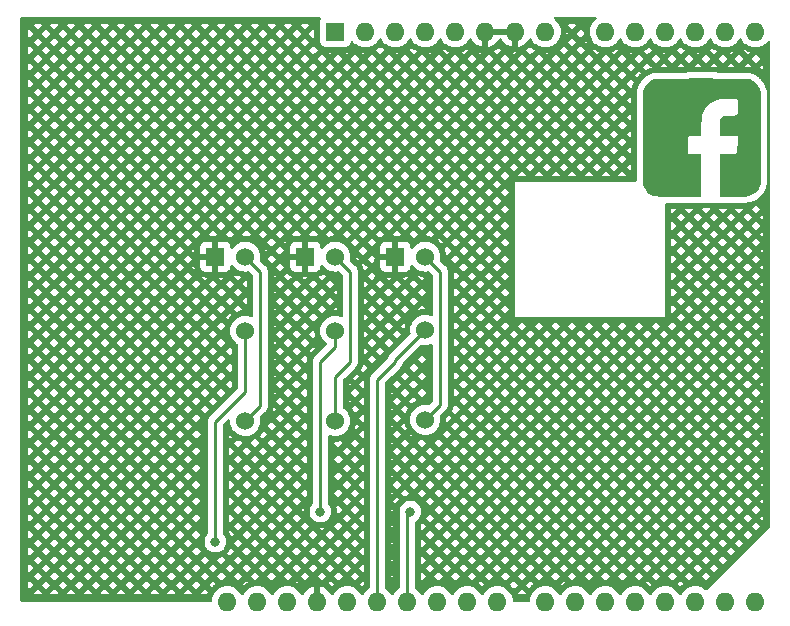
<source format=gbr>
%TF.GenerationSoftware,KiCad,Pcbnew,(6.0.7)*%
%TF.CreationDate,2022-08-16T17:28:00+09:00*%
%TF.ProjectId,uno_shield_1,756e6f5f-7368-4696-956c-645f312e6b69,rev?*%
%TF.SameCoordinates,Original*%
%TF.FileFunction,Copper,L1,Top*%
%TF.FilePolarity,Positive*%
%FSLAX46Y46*%
G04 Gerber Fmt 4.6, Leading zero omitted, Abs format (unit mm)*
G04 Created by KiCad (PCBNEW (6.0.7)) date 2022-08-16 17:28:00*
%MOMM*%
%LPD*%
G01*
G04 APERTURE LIST*
%TA.AperFunction,ComponentPad*%
%ADD10R,1.524000X1.524000*%
%TD*%
%TA.AperFunction,ComponentPad*%
%ADD11C,1.524000*%
%TD*%
%TA.AperFunction,ComponentPad*%
%ADD12R,1.600000X1.600000*%
%TD*%
%TA.AperFunction,ComponentPad*%
%ADD13O,1.600000X1.600000*%
%TD*%
%TA.AperFunction,ViaPad*%
%ADD14C,0.800000*%
%TD*%
%TA.AperFunction,Conductor*%
%ADD15C,0.250000*%
%TD*%
G04 APERTURE END LIST*
%TO.C,G\u002A\u002A\u002A*%
G36*
X173701641Y-61116502D02*
G01*
X174039847Y-61116780D01*
X174372807Y-61117218D01*
X174698186Y-61117813D01*
X175013652Y-61118568D01*
X175316872Y-61119483D01*
X175605514Y-61120556D01*
X175877244Y-61121789D01*
X176129730Y-61123181D01*
X176360639Y-61124732D01*
X176567638Y-61126441D01*
X176748395Y-61128310D01*
X176900575Y-61130338D01*
X177021848Y-61132525D01*
X177109879Y-61134871D01*
X177162335Y-61137376D01*
X177174515Y-61138692D01*
X177380533Y-61195524D01*
X177575206Y-61286488D01*
X177754300Y-61407465D01*
X177913579Y-61554337D01*
X178048807Y-61722987D01*
X178155749Y-61909296D01*
X178230169Y-62109145D01*
X178247925Y-62182371D01*
X178251664Y-62219992D01*
X178255173Y-62294349D01*
X178258450Y-62403099D01*
X178261496Y-62543903D01*
X178264312Y-62714417D01*
X178266896Y-62912303D01*
X178269250Y-63135217D01*
X178271372Y-63380819D01*
X178273264Y-63646768D01*
X178274925Y-63930722D01*
X178276355Y-64230341D01*
X178277553Y-64543283D01*
X178278521Y-64867208D01*
X178279258Y-65199773D01*
X178279764Y-65538637D01*
X178280039Y-65881461D01*
X178280083Y-66225901D01*
X178279896Y-66569618D01*
X178279478Y-66910269D01*
X178278830Y-67245515D01*
X178277950Y-67573013D01*
X178276839Y-67890422D01*
X178275498Y-68195401D01*
X178273925Y-68485610D01*
X178272122Y-68758706D01*
X178270087Y-69012349D01*
X178267822Y-69244198D01*
X178265325Y-69451911D01*
X178262598Y-69633146D01*
X178259640Y-69785564D01*
X178256451Y-69906823D01*
X178253030Y-69994581D01*
X178249379Y-70046497D01*
X178247925Y-70056371D01*
X178186034Y-70260027D01*
X178090121Y-70451601D01*
X177964423Y-70626973D01*
X177813175Y-70782027D01*
X177640612Y-70912643D01*
X177450970Y-71014703D01*
X177248485Y-71084090D01*
X177174515Y-71100049D01*
X177125558Y-71105134D01*
X177038718Y-71109559D01*
X176915182Y-71113305D01*
X176756139Y-71116351D01*
X176562776Y-71118678D01*
X176336281Y-71120265D01*
X176077844Y-71121093D01*
X175919169Y-71121217D01*
X174779757Y-71121217D01*
X174779757Y-67545678D01*
X175415385Y-67545678D01*
X175605255Y-67545437D01*
X175759998Y-67544316D01*
X175883562Y-67541720D01*
X175979897Y-67537056D01*
X176052952Y-67529728D01*
X176106674Y-67519141D01*
X176145014Y-67504701D01*
X176171919Y-67485813D01*
X176191339Y-67461882D01*
X176207221Y-67432313D01*
X176210185Y-67425967D01*
X176221148Y-67387321D01*
X176235349Y-67313632D01*
X176252208Y-67208744D01*
X176271142Y-67076504D01*
X176291570Y-66920758D01*
X176312299Y-66750556D01*
X176332309Y-66579135D01*
X176347791Y-66442132D01*
X176359020Y-66335186D01*
X176366274Y-66253935D01*
X176369831Y-66194018D01*
X176369968Y-66151073D01*
X176366961Y-66120738D01*
X176361089Y-66098651D01*
X176354657Y-66084265D01*
X176338683Y-66054171D01*
X176322338Y-66029522D01*
X176301799Y-66009775D01*
X176273242Y-65994387D01*
X176232841Y-65982814D01*
X176176775Y-65974512D01*
X176101217Y-65968939D01*
X176002343Y-65965551D01*
X175876331Y-65963805D01*
X175719355Y-65963156D01*
X175527591Y-65963063D01*
X174776446Y-65963063D01*
X174784402Y-65342717D01*
X174787110Y-65153822D01*
X174790433Y-64999419D01*
X174795162Y-64874924D01*
X174802089Y-64775751D01*
X174812002Y-64697317D01*
X174825694Y-64635037D01*
X174843955Y-64584326D01*
X174867574Y-64540599D01*
X174897344Y-64499273D01*
X174934054Y-64455763D01*
X174938166Y-64451083D01*
X174984443Y-64402338D01*
X175031492Y-64363418D01*
X175084424Y-64333082D01*
X175148351Y-64310091D01*
X175228383Y-64293202D01*
X175329633Y-64281176D01*
X175457211Y-64272773D01*
X175616230Y-64266750D01*
X175707834Y-64264277D01*
X175867920Y-64259886D01*
X175993657Y-64254886D01*
X176089772Y-64248248D01*
X176160991Y-64238940D01*
X176212041Y-64225933D01*
X176247648Y-64208196D01*
X176272538Y-64184699D01*
X176291437Y-64154411D01*
X176300746Y-64135023D01*
X176308835Y-64097142D01*
X176315277Y-64026944D01*
X176320103Y-63930842D01*
X176323345Y-63815251D01*
X176325035Y-63686584D01*
X176325205Y-63551253D01*
X176323885Y-63415673D01*
X176321109Y-63286258D01*
X176316908Y-63169420D01*
X176311313Y-63071572D01*
X176304356Y-62999130D01*
X176296069Y-62958505D01*
X176294909Y-62955922D01*
X176280014Y-62929886D01*
X176262347Y-62908667D01*
X176238089Y-62891835D01*
X176203417Y-62878962D01*
X176154511Y-62869616D01*
X176087551Y-62863369D01*
X175998716Y-62859791D01*
X175884185Y-62858453D01*
X175740137Y-62858925D01*
X175562752Y-62860777D01*
X175460285Y-62862088D01*
X175260000Y-62865000D01*
X175093712Y-62868371D01*
X174956339Y-62872802D01*
X174842801Y-62878892D01*
X174748018Y-62887240D01*
X174666908Y-62898446D01*
X174594393Y-62913109D01*
X174525389Y-62931828D01*
X174454819Y-62955203D01*
X174377600Y-62983833D01*
X174355122Y-62992477D01*
X174185459Y-63066589D01*
X174037918Y-63151653D01*
X173899425Y-63256218D01*
X173771720Y-63374060D01*
X173632155Y-63526917D01*
X173517922Y-63686360D01*
X173424479Y-63860652D01*
X173347283Y-64058053D01*
X173291988Y-64246545D01*
X173281172Y-64290800D01*
X173272227Y-64335162D01*
X173264899Y-64384058D01*
X173258932Y-64441916D01*
X173254071Y-64513163D01*
X173250060Y-64602226D01*
X173246645Y-64713533D01*
X173243570Y-64851513D01*
X173240579Y-65020591D01*
X173238071Y-65181525D01*
X173226450Y-65953294D01*
X172201490Y-65972832D01*
X172147354Y-66027007D01*
X172093219Y-66081182D01*
X172093219Y-66732318D01*
X172093365Y-66920028D01*
X172094206Y-67072650D01*
X172096343Y-67194173D01*
X172100378Y-67288585D01*
X172106912Y-67359877D01*
X172116547Y-67412036D01*
X172129884Y-67449051D01*
X172147526Y-67474912D01*
X172170074Y-67493607D01*
X172198129Y-67509125D01*
X172211346Y-67515487D01*
X172238535Y-67525283D01*
X172276882Y-67532798D01*
X172331272Y-67538304D01*
X172406584Y-67542072D01*
X172507703Y-67544371D01*
X172639510Y-67545474D01*
X172755595Y-67545678D01*
X173236219Y-67545678D01*
X173236219Y-71121217D01*
X171345873Y-71119664D01*
X171019506Y-71119305D01*
X170729979Y-71118776D01*
X170475056Y-71118044D01*
X170252501Y-71117078D01*
X170060077Y-71115846D01*
X169895548Y-71114316D01*
X169756677Y-71112456D01*
X169641227Y-71110234D01*
X169546964Y-71107619D01*
X169471650Y-71104578D01*
X169413048Y-71101079D01*
X169368923Y-71097092D01*
X169337038Y-71092583D01*
X169328526Y-71090912D01*
X169254258Y-71069754D01*
X169160778Y-71035649D01*
X169063192Y-70994343D01*
X169016336Y-70972170D01*
X168822491Y-70855171D01*
X168654515Y-70709200D01*
X168514180Y-70536031D01*
X168422622Y-70378331D01*
X168405271Y-70344207D01*
X168389320Y-70313926D01*
X168374711Y-70285809D01*
X168361384Y-70258174D01*
X168349282Y-70229339D01*
X168338345Y-70197624D01*
X168328515Y-70161347D01*
X168319734Y-70118827D01*
X168311942Y-70068383D01*
X168305081Y-70008334D01*
X168299093Y-69936998D01*
X168293919Y-69852695D01*
X168289500Y-69753743D01*
X168285778Y-69638461D01*
X168282694Y-69505168D01*
X168280189Y-69352183D01*
X168278205Y-69177824D01*
X168276684Y-68980411D01*
X168275566Y-68758262D01*
X168274793Y-68509696D01*
X168274306Y-68233032D01*
X168274047Y-67926589D01*
X168273957Y-67588686D01*
X168273978Y-67217640D01*
X168274050Y-66811772D01*
X168274116Y-66369401D01*
X168274128Y-66119371D01*
X168274092Y-65656962D01*
X168274022Y-65231951D01*
X168273975Y-64842659D01*
X168274008Y-64487406D01*
X168274178Y-64164513D01*
X168274542Y-63872301D01*
X168275156Y-63609090D01*
X168276079Y-63373202D01*
X168277366Y-63162958D01*
X168279075Y-62976678D01*
X168281264Y-62812682D01*
X168283987Y-62669293D01*
X168287304Y-62544830D01*
X168291270Y-62437615D01*
X168295943Y-62345968D01*
X168301380Y-62268210D01*
X168307637Y-62202661D01*
X168314772Y-62147644D01*
X168322842Y-62101478D01*
X168331903Y-62062485D01*
X168342013Y-62028984D01*
X168353229Y-61999298D01*
X168365607Y-61971747D01*
X168379204Y-61944651D01*
X168394078Y-61916332D01*
X168410286Y-61885110D01*
X168418352Y-61869012D01*
X168533210Y-61678583D01*
X168677026Y-61510243D01*
X168845232Y-61367477D01*
X169033257Y-61253769D01*
X169236533Y-61172604D01*
X169376076Y-61138692D01*
X169409819Y-61136107D01*
X169480305Y-61133682D01*
X169585202Y-61131415D01*
X169722177Y-61129307D01*
X169888897Y-61127358D01*
X170083030Y-61125569D01*
X170302242Y-61123938D01*
X170544202Y-61122467D01*
X170806575Y-61121155D01*
X171087029Y-61120001D01*
X171383231Y-61119007D01*
X171692849Y-61118172D01*
X172013549Y-61117497D01*
X172343000Y-61116980D01*
X172678867Y-61116622D01*
X173018818Y-61116423D01*
X173360520Y-61116383D01*
X173701641Y-61116502D01*
G37*
%TD*%
D10*
%TO.P,D2,1*%
%TO.N,GND*%
X139700000Y-76200000D03*
D11*
%TO.P,D2,2*%
%TO.N,Net-(D2-Pad2)*%
X142240000Y-76200000D03*
%TD*%
%TO.P,R2,1*%
%TO.N,Net-(D2-Pad2)*%
X142240000Y-90110000D03*
%TO.P,R2,2*%
%TO.N,Net-(A1-Pad26)*%
X142240000Y-82490000D03*
%TD*%
%TO.P,R1,1*%
%TO.N,Net-(D1-Pad2)*%
X134620000Y-90110000D03*
%TO.P,R1,2*%
%TO.N,Net-(A1-Pad25)*%
X134620000Y-82490000D03*
%TD*%
D10*
%TO.P,D1,1*%
%TO.N,GND*%
X132080000Y-76200000D03*
D11*
%TO.P,D1,2*%
%TO.N,Net-(D1-Pad2)*%
X134620000Y-76200000D03*
%TD*%
D12*
%TO.P,A1,1,NC*%
%TO.N,unconnected-(A1-Pad1)*%
X142240000Y-57150000D03*
D13*
%TO.P,A1,2,IOREF*%
%TO.N,unconnected-(A1-Pad2)*%
X144780000Y-57150000D03*
%TO.P,A1,3,~{RESET}*%
%TO.N,unconnected-(A1-Pad3)*%
X147320000Y-57150000D03*
%TO.P,A1,4,3V3*%
%TO.N,unconnected-(A1-Pad4)*%
X149860000Y-57150000D03*
%TO.P,A1,5,+5V*%
%TO.N,unconnected-(A1-Pad5)*%
X152400000Y-57150000D03*
%TO.P,A1,6,GND*%
%TO.N,GND*%
X154940000Y-57150000D03*
%TO.P,A1,7,GND*%
X157480000Y-57150000D03*
%TO.P,A1,8,VIN*%
%TO.N,unconnected-(A1-Pad8)*%
X160020000Y-57150000D03*
%TO.P,A1,9,A0*%
%TO.N,unconnected-(A1-Pad9)*%
X165100000Y-57150000D03*
%TO.P,A1,10,A1*%
%TO.N,unconnected-(A1-Pad10)*%
X167640000Y-57150000D03*
%TO.P,A1,11,A2*%
%TO.N,unconnected-(A1-Pad11)*%
X170180000Y-57150000D03*
%TO.P,A1,12,A3*%
%TO.N,unconnected-(A1-Pad12)*%
X172720000Y-57150000D03*
%TO.P,A1,13,SDA/A4*%
%TO.N,unconnected-(A1-Pad13)*%
X175260000Y-57150000D03*
%TO.P,A1,14,SCL/A5*%
%TO.N,unconnected-(A1-Pad14)*%
X177800000Y-57150000D03*
%TO.P,A1,15,D0/RX*%
%TO.N,unconnected-(A1-Pad15)*%
X177800000Y-105410000D03*
%TO.P,A1,16,D1/TX*%
%TO.N,unconnected-(A1-Pad16)*%
X175260000Y-105410000D03*
%TO.P,A1,17,D2*%
%TO.N,unconnected-(A1-Pad17)*%
X172720000Y-105410000D03*
%TO.P,A1,18,D3*%
%TO.N,unconnected-(A1-Pad18)*%
X170180000Y-105410000D03*
%TO.P,A1,19,D4*%
%TO.N,unconnected-(A1-Pad19)*%
X167640000Y-105410000D03*
%TO.P,A1,20,D5*%
%TO.N,unconnected-(A1-Pad20)*%
X165100000Y-105410000D03*
%TO.P,A1,21,D6*%
%TO.N,unconnected-(A1-Pad21)*%
X162560000Y-105410000D03*
%TO.P,A1,22,D7*%
%TO.N,unconnected-(A1-Pad22)*%
X160020000Y-105410000D03*
%TO.P,A1,23,D8*%
%TO.N,unconnected-(A1-Pad23)*%
X155960000Y-105410000D03*
%TO.P,A1,24,D9*%
%TO.N,unconnected-(A1-Pad24)*%
X153420000Y-105410000D03*
%TO.P,A1,25,D10*%
%TO.N,Net-(A1-Pad25)*%
X150880000Y-105410000D03*
%TO.P,A1,26,D11*%
%TO.N,Net-(A1-Pad26)*%
X148340000Y-105410000D03*
%TO.P,A1,27,D12*%
%TO.N,Net-(A1-Pad27)*%
X145800000Y-105410000D03*
%TO.P,A1,28,D13*%
%TO.N,unconnected-(A1-Pad28)*%
X143260000Y-105410000D03*
%TO.P,A1,29,GND*%
%TO.N,GND*%
X140720000Y-105410000D03*
%TO.P,A1,30,AREF*%
%TO.N,unconnected-(A1-Pad30)*%
X138180000Y-105410000D03*
%TO.P,A1,31,SDA/A4*%
%TO.N,unconnected-(A1-Pad31)*%
X135640000Y-105410000D03*
%TO.P,A1,32,SCL/A5*%
%TO.N,unconnected-(A1-Pad32)*%
X133100000Y-105410000D03*
%TD*%
D11*
%TO.P,R3,1*%
%TO.N,Net-(D3-Pad2)*%
X149860000Y-90010000D03*
%TO.P,R3,2*%
%TO.N,Net-(A1-Pad27)*%
X149860000Y-82390000D03*
%TD*%
D10*
%TO.P,D3,1*%
%TO.N,GND*%
X147320000Y-76200000D03*
D11*
%TO.P,D3,2*%
%TO.N,Net-(D3-Pad2)*%
X149860000Y-76200000D03*
%TD*%
D14*
%TO.N,Net-(A1-Pad25)*%
X132080000Y-100330000D03*
%TO.N,Net-(A1-Pad26)*%
X140970000Y-97790000D03*
X148590000Y-97790000D03*
%TD*%
D15*
%TO.N,Net-(A1-Pad25)*%
X134620000Y-82490000D02*
X134620000Y-87630000D01*
X134620000Y-87630000D02*
X132080000Y-90170000D01*
X132080000Y-90170000D02*
X132080000Y-100330000D01*
%TO.N,Net-(A1-Pad26)*%
X148590000Y-97790000D02*
X148340000Y-98040000D01*
X142240000Y-83820000D02*
X140970000Y-85090000D01*
X148340000Y-98040000D02*
X148340000Y-105410000D01*
X140970000Y-85090000D02*
X140970000Y-97790000D01*
X142240000Y-82490000D02*
X142240000Y-83820000D01*
%TO.N,Net-(A1-Pad27)*%
X147320000Y-85090000D02*
X145800000Y-86610000D01*
X145800000Y-86610000D02*
X145800000Y-105410000D01*
X147320000Y-84930000D02*
X147320000Y-85090000D01*
X149860000Y-82390000D02*
X147320000Y-84930000D01*
%TO.N,Net-(D1-Pad2)*%
X135890000Y-88840000D02*
X134620000Y-90110000D01*
X134620000Y-76200000D02*
X135890000Y-77470000D01*
X135890000Y-77470000D02*
X135890000Y-88840000D01*
%TO.N,Net-(D2-Pad2)*%
X142240000Y-76200000D02*
X143510000Y-77470000D01*
X143510000Y-77470000D02*
X143510000Y-85090000D01*
X142240000Y-86360000D02*
X142240000Y-90110000D01*
X143510000Y-85090000D02*
X142240000Y-86360000D01*
%TO.N,Net-(D3-Pad2)*%
X151130000Y-88740000D02*
X149860000Y-90010000D01*
X151130000Y-77470000D02*
X151130000Y-88740000D01*
X149860000Y-76200000D02*
X151130000Y-77470000D01*
%TD*%
%TA.AperFunction,Conductor*%
%TO.N,GND*%
G36*
X140972966Y-55900002D02*
G01*
X141019459Y-55953658D01*
X141029563Y-56023932D01*
X141005672Y-56081563D01*
X140989385Y-56103295D01*
X140938255Y-56239684D01*
X140931500Y-56301866D01*
X140931500Y-57998134D01*
X140938255Y-58060316D01*
X140989385Y-58196705D01*
X141076739Y-58313261D01*
X141193295Y-58400615D01*
X141329684Y-58451745D01*
X141391866Y-58458500D01*
X143088134Y-58458500D01*
X143150316Y-58451745D01*
X143286705Y-58400615D01*
X143403261Y-58313261D01*
X143490615Y-58196705D01*
X143541745Y-58060316D01*
X143542917Y-58049526D01*
X143543803Y-58047394D01*
X143544425Y-58044778D01*
X143544848Y-58044879D01*
X143570155Y-57983965D01*
X143628517Y-57943537D01*
X143699471Y-57941078D01*
X143760490Y-57977371D01*
X143767489Y-57986031D01*
X143770643Y-57989789D01*
X143773802Y-57994300D01*
X143935700Y-58156198D01*
X143940208Y-58159355D01*
X143940211Y-58159357D01*
X143981542Y-58188297D01*
X144123251Y-58287523D01*
X144128233Y-58289846D01*
X144128238Y-58289849D01*
X144249046Y-58346182D01*
X144330757Y-58384284D01*
X144336065Y-58385706D01*
X144336067Y-58385707D01*
X144546598Y-58442119D01*
X144546600Y-58442119D01*
X144551913Y-58443543D01*
X144780000Y-58463498D01*
X145008087Y-58443543D01*
X145013400Y-58442119D01*
X145013402Y-58442119D01*
X145223933Y-58385707D01*
X145223935Y-58385706D01*
X145229243Y-58384284D01*
X145310954Y-58346182D01*
X145431762Y-58289849D01*
X145431767Y-58289846D01*
X145436749Y-58287523D01*
X145578458Y-58188297D01*
X145619789Y-58159357D01*
X145619792Y-58159355D01*
X145624300Y-58156198D01*
X145786198Y-57994300D01*
X145917523Y-57806749D01*
X145919846Y-57801767D01*
X145919849Y-57801762D01*
X145935805Y-57767543D01*
X145982722Y-57714258D01*
X146050999Y-57694797D01*
X146118959Y-57715339D01*
X146164195Y-57767543D01*
X146180151Y-57801762D01*
X146180154Y-57801767D01*
X146182477Y-57806749D01*
X146313802Y-57994300D01*
X146475700Y-58156198D01*
X146480208Y-58159355D01*
X146480211Y-58159357D01*
X146521542Y-58188297D01*
X146663251Y-58287523D01*
X146668233Y-58289846D01*
X146668238Y-58289849D01*
X146789046Y-58346182D01*
X146870757Y-58384284D01*
X146876065Y-58385706D01*
X146876067Y-58385707D01*
X147086598Y-58442119D01*
X147086600Y-58442119D01*
X147091913Y-58443543D01*
X147320000Y-58463498D01*
X147548087Y-58443543D01*
X147553400Y-58442119D01*
X147553402Y-58442119D01*
X147763933Y-58385707D01*
X147763935Y-58385706D01*
X147769243Y-58384284D01*
X147850954Y-58346182D01*
X147971762Y-58289849D01*
X147971767Y-58289846D01*
X147976749Y-58287523D01*
X148118458Y-58188297D01*
X148159789Y-58159357D01*
X148159792Y-58159355D01*
X148164300Y-58156198D01*
X148326198Y-57994300D01*
X148457523Y-57806749D01*
X148459846Y-57801767D01*
X148459849Y-57801762D01*
X148475805Y-57767543D01*
X148522722Y-57714258D01*
X148590999Y-57694797D01*
X148658959Y-57715339D01*
X148704195Y-57767543D01*
X148720151Y-57801762D01*
X148720154Y-57801767D01*
X148722477Y-57806749D01*
X148853802Y-57994300D01*
X149015700Y-58156198D01*
X149020208Y-58159355D01*
X149020211Y-58159357D01*
X149061542Y-58188297D01*
X149203251Y-58287523D01*
X149208233Y-58289846D01*
X149208238Y-58289849D01*
X149329046Y-58346182D01*
X149410757Y-58384284D01*
X149416065Y-58385706D01*
X149416067Y-58385707D01*
X149626598Y-58442119D01*
X149626600Y-58442119D01*
X149631913Y-58443543D01*
X149860000Y-58463498D01*
X150088087Y-58443543D01*
X150093400Y-58442119D01*
X150093402Y-58442119D01*
X150303933Y-58385707D01*
X150303935Y-58385706D01*
X150309243Y-58384284D01*
X150390954Y-58346182D01*
X150511762Y-58289849D01*
X150511767Y-58289846D01*
X150516749Y-58287523D01*
X150658458Y-58188297D01*
X150699789Y-58159357D01*
X150699792Y-58159355D01*
X150704300Y-58156198D01*
X150866198Y-57994300D01*
X150997523Y-57806749D01*
X150999846Y-57801767D01*
X150999849Y-57801762D01*
X151015805Y-57767543D01*
X151062722Y-57714258D01*
X151130999Y-57694797D01*
X151198959Y-57715339D01*
X151244195Y-57767543D01*
X151260151Y-57801762D01*
X151260154Y-57801767D01*
X151262477Y-57806749D01*
X151393802Y-57994300D01*
X151555700Y-58156198D01*
X151560208Y-58159355D01*
X151560211Y-58159357D01*
X151601542Y-58188297D01*
X151743251Y-58287523D01*
X151748233Y-58289846D01*
X151748238Y-58289849D01*
X151869046Y-58346182D01*
X151950757Y-58384284D01*
X151956065Y-58385706D01*
X151956067Y-58385707D01*
X152166598Y-58442119D01*
X152166600Y-58442119D01*
X152171913Y-58443543D01*
X152400000Y-58463498D01*
X152628087Y-58443543D01*
X152633400Y-58442119D01*
X152633402Y-58442119D01*
X152843933Y-58385707D01*
X152843935Y-58385706D01*
X152849243Y-58384284D01*
X152930954Y-58346182D01*
X153051762Y-58289849D01*
X153051767Y-58289846D01*
X153056749Y-58287523D01*
X153198458Y-58188297D01*
X153239789Y-58159357D01*
X153239792Y-58159355D01*
X153244300Y-58156198D01*
X153406198Y-57994300D01*
X153537523Y-57806749D01*
X153539846Y-57801767D01*
X153539849Y-57801762D01*
X153556081Y-57766951D01*
X153602998Y-57713666D01*
X153671275Y-57694205D01*
X153739235Y-57714747D01*
X153784471Y-57766951D01*
X153800586Y-57801511D01*
X153806069Y-57811007D01*
X153931028Y-57989467D01*
X153938084Y-57997875D01*
X154092125Y-58151916D01*
X154100533Y-58158972D01*
X154278993Y-58283931D01*
X154288489Y-58289414D01*
X154485947Y-58381490D01*
X154496239Y-58385236D01*
X154668503Y-58431394D01*
X154682599Y-58431058D01*
X154686000Y-58423116D01*
X154686000Y-58417967D01*
X155194000Y-58417967D01*
X155197973Y-58431498D01*
X155206522Y-58432727D01*
X155383761Y-58385236D01*
X155394053Y-58381490D01*
X155591511Y-58289414D01*
X155601007Y-58283931D01*
X155779467Y-58158972D01*
X155787875Y-58151916D01*
X155941916Y-57997875D01*
X155948972Y-57989467D01*
X156073931Y-57811007D01*
X156079414Y-57801511D01*
X156095805Y-57766359D01*
X156142722Y-57713074D01*
X156210999Y-57693613D01*
X156278959Y-57714155D01*
X156324195Y-57766359D01*
X156340586Y-57801511D01*
X156346069Y-57811007D01*
X156471028Y-57989467D01*
X156478084Y-57997875D01*
X156632125Y-58151916D01*
X156640533Y-58158972D01*
X156818993Y-58283931D01*
X156828489Y-58289414D01*
X157025947Y-58381490D01*
X157036239Y-58385236D01*
X157208503Y-58431394D01*
X157222599Y-58431058D01*
X157226000Y-58423116D01*
X157226000Y-57422115D01*
X157221525Y-57406876D01*
X157220135Y-57405671D01*
X157212452Y-57404000D01*
X155212115Y-57404000D01*
X155196876Y-57408475D01*
X155195671Y-57409865D01*
X155194000Y-57417548D01*
X155194000Y-58417967D01*
X154686000Y-58417967D01*
X154686000Y-57022000D01*
X154706002Y-56953879D01*
X154759658Y-56907386D01*
X154812000Y-56896000D01*
X157608000Y-56896000D01*
X157676121Y-56916002D01*
X157722614Y-56969658D01*
X157734000Y-57022000D01*
X157734000Y-58417967D01*
X157737973Y-58431498D01*
X157746522Y-58432727D01*
X157923761Y-58385236D01*
X157934053Y-58381490D01*
X158131511Y-58289414D01*
X158141007Y-58283931D01*
X158319467Y-58158972D01*
X158327875Y-58151916D01*
X158481916Y-57997875D01*
X158488972Y-57989467D01*
X158613931Y-57811007D01*
X158619414Y-57801511D01*
X158635529Y-57766951D01*
X158682446Y-57713666D01*
X158750723Y-57694205D01*
X158818683Y-57714747D01*
X158863919Y-57766951D01*
X158880151Y-57801762D01*
X158880154Y-57801767D01*
X158882477Y-57806749D01*
X159013802Y-57994300D01*
X159175700Y-58156198D01*
X159180208Y-58159355D01*
X159180211Y-58159357D01*
X159221542Y-58188297D01*
X159363251Y-58287523D01*
X159368233Y-58289846D01*
X159368238Y-58289849D01*
X159489046Y-58346182D01*
X159570757Y-58384284D01*
X159576065Y-58385706D01*
X159576067Y-58385707D01*
X159786598Y-58442119D01*
X159786600Y-58442119D01*
X159791913Y-58443543D01*
X160020000Y-58463498D01*
X160248087Y-58443543D01*
X160253400Y-58442119D01*
X160253402Y-58442119D01*
X160463933Y-58385707D01*
X160463935Y-58385706D01*
X160469243Y-58384284D01*
X160550954Y-58346182D01*
X160671762Y-58289849D01*
X160671767Y-58289846D01*
X160676749Y-58287523D01*
X160818458Y-58188297D01*
X160859789Y-58159357D01*
X160859792Y-58159355D01*
X160864300Y-58156198D01*
X161002915Y-58017583D01*
X161945869Y-58017583D01*
X162300838Y-58372551D01*
X162655805Y-58017584D01*
X162655804Y-58017583D01*
X163360082Y-58017583D01*
X163715050Y-58372551D01*
X163741419Y-58346182D01*
X163737863Y-58342468D01*
X163723370Y-58326652D01*
X163719747Y-58322522D01*
X163705629Y-58305698D01*
X163702188Y-58301410D01*
X163689118Y-58284378D01*
X163685865Y-58279942D01*
X163554540Y-58092391D01*
X163551486Y-58087821D01*
X163539956Y-58069723D01*
X163537104Y-58065023D01*
X163526122Y-58046002D01*
X163523479Y-58041183D01*
X163513568Y-58022145D01*
X163511135Y-58017213D01*
X163463216Y-57914449D01*
X163360082Y-58017583D01*
X162655804Y-58017583D01*
X162300837Y-57662615D01*
X161945869Y-58017583D01*
X161002915Y-58017583D01*
X161026198Y-57994300D01*
X161157523Y-57806749D01*
X161159846Y-57801767D01*
X161159849Y-57801762D01*
X161251961Y-57604225D01*
X161251961Y-57604224D01*
X161254284Y-57599243D01*
X161293261Y-57453783D01*
X161805392Y-57453783D01*
X161948698Y-57310477D01*
X162652976Y-57310477D01*
X163007943Y-57665444D01*
X163305648Y-57367739D01*
X163294668Y-57242232D01*
X163007944Y-56955508D01*
X162652976Y-57310477D01*
X161948698Y-57310477D01*
X161829728Y-57191507D01*
X161829604Y-57193404D01*
X161809649Y-57421491D01*
X161809050Y-57426958D01*
X161806248Y-57448238D01*
X161805412Y-57453670D01*
X161805392Y-57453783D01*
X161293261Y-57453783D01*
X161293291Y-57453670D01*
X161312119Y-57383402D01*
X161312119Y-57383400D01*
X161313543Y-57378087D01*
X161333498Y-57150000D01*
X161313543Y-56921913D01*
X161311959Y-56916002D01*
X161255707Y-56706067D01*
X161255706Y-56706065D01*
X161254284Y-56700757D01*
X161208872Y-56603370D01*
X161945869Y-56603370D01*
X162300837Y-56958338D01*
X162655805Y-56603369D01*
X162558436Y-56506000D01*
X162043239Y-56506000D01*
X161945869Y-56603370D01*
X161208872Y-56603370D01*
X161200148Y-56584661D01*
X161159849Y-56498238D01*
X161159846Y-56498233D01*
X161157523Y-56493251D01*
X161026198Y-56305700D01*
X160864300Y-56143802D01*
X160859792Y-56140645D01*
X160859789Y-56140643D01*
X160814902Y-56109213D01*
X160770574Y-56053756D01*
X160763265Y-55983136D01*
X160795296Y-55919776D01*
X160856497Y-55883791D01*
X160887173Y-55880000D01*
X164232827Y-55880000D01*
X164300948Y-55900002D01*
X164347441Y-55953658D01*
X164357545Y-56023932D01*
X164328051Y-56088512D01*
X164305098Y-56109213D01*
X164260211Y-56140643D01*
X164260208Y-56140645D01*
X164255700Y-56143802D01*
X164093802Y-56305700D01*
X163962477Y-56493251D01*
X163960154Y-56498233D01*
X163960151Y-56498238D01*
X163919852Y-56584661D01*
X163865716Y-56700757D01*
X163864294Y-56706065D01*
X163864293Y-56706067D01*
X163808041Y-56916002D01*
X163806457Y-56921913D01*
X163786502Y-57150000D01*
X163806457Y-57378087D01*
X163807881Y-57383400D01*
X163807881Y-57383402D01*
X163826710Y-57453670D01*
X163865716Y-57599243D01*
X163868039Y-57604224D01*
X163868039Y-57604225D01*
X163960151Y-57801762D01*
X163960154Y-57801767D01*
X163962477Y-57806749D01*
X164093802Y-57994300D01*
X164255700Y-58156198D01*
X164260208Y-58159355D01*
X164260211Y-58159357D01*
X164301542Y-58188297D01*
X164443251Y-58287523D01*
X164448233Y-58289846D01*
X164448238Y-58289849D01*
X164569046Y-58346182D01*
X164650757Y-58384284D01*
X164656065Y-58385706D01*
X164656067Y-58385707D01*
X164866598Y-58442119D01*
X164866600Y-58442119D01*
X164871913Y-58443543D01*
X165100000Y-58463498D01*
X165328087Y-58443543D01*
X165333400Y-58442119D01*
X165333402Y-58442119D01*
X165543933Y-58385707D01*
X165543935Y-58385706D01*
X165549243Y-58384284D01*
X165630954Y-58346182D01*
X165751762Y-58289849D01*
X165751767Y-58289846D01*
X165756749Y-58287523D01*
X165898458Y-58188297D01*
X165939789Y-58159357D01*
X165939792Y-58159355D01*
X165944300Y-58156198D01*
X166106198Y-57994300D01*
X166237523Y-57806749D01*
X166239846Y-57801767D01*
X166239849Y-57801762D01*
X166255805Y-57767543D01*
X166302722Y-57714258D01*
X166370999Y-57694797D01*
X166438959Y-57715339D01*
X166484195Y-57767543D01*
X166500151Y-57801762D01*
X166500154Y-57801767D01*
X166502477Y-57806749D01*
X166633802Y-57994300D01*
X166795700Y-58156198D01*
X166800208Y-58159355D01*
X166800211Y-58159357D01*
X166841542Y-58188297D01*
X166983251Y-58287523D01*
X166988233Y-58289846D01*
X166988238Y-58289849D01*
X167109046Y-58346182D01*
X167190757Y-58384284D01*
X167196065Y-58385706D01*
X167196067Y-58385707D01*
X167406598Y-58442119D01*
X167406600Y-58442119D01*
X167411913Y-58443543D01*
X167640000Y-58463498D01*
X167868087Y-58443543D01*
X167873400Y-58442119D01*
X167873402Y-58442119D01*
X168083933Y-58385707D01*
X168083935Y-58385706D01*
X168089243Y-58384284D01*
X168170954Y-58346182D01*
X168291762Y-58289849D01*
X168291767Y-58289846D01*
X168296749Y-58287523D01*
X168438458Y-58188297D01*
X168479789Y-58159357D01*
X168479792Y-58159355D01*
X168484300Y-58156198D01*
X168646198Y-57994300D01*
X168777523Y-57806749D01*
X168779846Y-57801767D01*
X168779849Y-57801762D01*
X168795805Y-57767543D01*
X168842722Y-57714258D01*
X168910999Y-57694797D01*
X168978959Y-57715339D01*
X169024195Y-57767543D01*
X169040151Y-57801762D01*
X169040154Y-57801767D01*
X169042477Y-57806749D01*
X169173802Y-57994300D01*
X169335700Y-58156198D01*
X169340208Y-58159355D01*
X169340211Y-58159357D01*
X169381542Y-58188297D01*
X169523251Y-58287523D01*
X169528233Y-58289846D01*
X169528238Y-58289849D01*
X169649046Y-58346182D01*
X169730757Y-58384284D01*
X169736065Y-58385706D01*
X169736067Y-58385707D01*
X169946598Y-58442119D01*
X169946600Y-58442119D01*
X169951913Y-58443543D01*
X170180000Y-58463498D01*
X170408087Y-58443543D01*
X170413400Y-58442119D01*
X170413402Y-58442119D01*
X170623933Y-58385707D01*
X170623935Y-58385706D01*
X170629243Y-58384284D01*
X170710954Y-58346182D01*
X170831762Y-58289849D01*
X170831767Y-58289846D01*
X170836749Y-58287523D01*
X170978458Y-58188297D01*
X171019789Y-58159357D01*
X171019792Y-58159355D01*
X171024300Y-58156198D01*
X171186198Y-57994300D01*
X171317523Y-57806749D01*
X171319846Y-57801767D01*
X171319849Y-57801762D01*
X171335805Y-57767543D01*
X171382722Y-57714258D01*
X171450999Y-57694797D01*
X171518959Y-57715339D01*
X171564195Y-57767543D01*
X171580151Y-57801762D01*
X171580154Y-57801767D01*
X171582477Y-57806749D01*
X171713802Y-57994300D01*
X171875700Y-58156198D01*
X171880208Y-58159355D01*
X171880211Y-58159357D01*
X171921542Y-58188297D01*
X172063251Y-58287523D01*
X172068233Y-58289846D01*
X172068238Y-58289849D01*
X172189046Y-58346182D01*
X172270757Y-58384284D01*
X172276065Y-58385706D01*
X172276067Y-58385707D01*
X172486598Y-58442119D01*
X172486600Y-58442119D01*
X172491913Y-58443543D01*
X172720000Y-58463498D01*
X172948087Y-58443543D01*
X172953400Y-58442119D01*
X172953402Y-58442119D01*
X173163933Y-58385707D01*
X173163935Y-58385706D01*
X173169243Y-58384284D01*
X173250954Y-58346182D01*
X173371762Y-58289849D01*
X173371767Y-58289846D01*
X173376749Y-58287523D01*
X173518458Y-58188297D01*
X173559789Y-58159357D01*
X173559792Y-58159355D01*
X173564300Y-58156198D01*
X173726198Y-57994300D01*
X173857523Y-57806749D01*
X173859846Y-57801767D01*
X173859849Y-57801762D01*
X173875805Y-57767543D01*
X173922722Y-57714258D01*
X173990999Y-57694797D01*
X174058959Y-57715339D01*
X174104195Y-57767543D01*
X174120151Y-57801762D01*
X174120154Y-57801767D01*
X174122477Y-57806749D01*
X174253802Y-57994300D01*
X174415700Y-58156198D01*
X174420208Y-58159355D01*
X174420211Y-58159357D01*
X174461542Y-58188297D01*
X174603251Y-58287523D01*
X174608233Y-58289846D01*
X174608238Y-58289849D01*
X174729046Y-58346182D01*
X174810757Y-58384284D01*
X174816065Y-58385706D01*
X174816067Y-58385707D01*
X175026598Y-58442119D01*
X175026600Y-58442119D01*
X175031913Y-58443543D01*
X175260000Y-58463498D01*
X175488087Y-58443543D01*
X175493400Y-58442119D01*
X175493402Y-58442119D01*
X175703933Y-58385707D01*
X175703935Y-58385706D01*
X175709243Y-58384284D01*
X175790954Y-58346182D01*
X175911762Y-58289849D01*
X175911767Y-58289846D01*
X175916749Y-58287523D01*
X176058458Y-58188297D01*
X176099789Y-58159357D01*
X176099792Y-58159355D01*
X176104300Y-58156198D01*
X176266198Y-57994300D01*
X176397523Y-57806749D01*
X176399846Y-57801767D01*
X176399849Y-57801762D01*
X176415805Y-57767543D01*
X176462722Y-57714258D01*
X176530999Y-57694797D01*
X176598959Y-57715339D01*
X176644195Y-57767543D01*
X176660151Y-57801762D01*
X176660154Y-57801767D01*
X176662477Y-57806749D01*
X176793802Y-57994300D01*
X176955700Y-58156198D01*
X176960208Y-58159355D01*
X176960211Y-58159357D01*
X177001542Y-58188297D01*
X177143251Y-58287523D01*
X177148233Y-58289846D01*
X177148238Y-58289849D01*
X177269046Y-58346182D01*
X177350757Y-58384284D01*
X177356065Y-58385706D01*
X177356067Y-58385707D01*
X177566598Y-58442119D01*
X177566600Y-58442119D01*
X177571913Y-58443543D01*
X177800000Y-58463498D01*
X178028087Y-58443543D01*
X178033400Y-58442119D01*
X178033402Y-58442119D01*
X178243933Y-58385707D01*
X178243935Y-58385706D01*
X178249243Y-58384284D01*
X178330954Y-58346182D01*
X178451762Y-58289849D01*
X178451767Y-58289846D01*
X178456749Y-58287523D01*
X178598458Y-58188297D01*
X178639789Y-58159357D01*
X178639792Y-58159355D01*
X178644300Y-58156198D01*
X178806198Y-57994300D01*
X178840787Y-57944902D01*
X178896244Y-57900574D01*
X178966864Y-57893265D01*
X179030224Y-57925296D01*
X179066209Y-57986497D01*
X179070000Y-58017173D01*
X179070000Y-99007810D01*
X179049998Y-99075931D01*
X179033095Y-99096905D01*
X173733632Y-104396368D01*
X173671320Y-104430394D01*
X173600505Y-104425329D01*
X173565335Y-104404837D01*
X173564300Y-104403802D01*
X173559802Y-104400652D01*
X173559799Y-104400650D01*
X173387577Y-104280059D01*
X173376749Y-104272477D01*
X173371767Y-104270154D01*
X173371762Y-104270151D01*
X173174225Y-104178039D01*
X173174224Y-104178039D01*
X173169243Y-104175716D01*
X173163935Y-104174294D01*
X173163933Y-104174293D01*
X172953402Y-104117881D01*
X172953400Y-104117881D01*
X172948087Y-104116457D01*
X172720000Y-104096502D01*
X172491913Y-104116457D01*
X172486600Y-104117881D01*
X172486598Y-104117881D01*
X172276067Y-104174293D01*
X172276065Y-104174294D01*
X172270757Y-104175716D01*
X172265776Y-104178039D01*
X172265775Y-104178039D01*
X172068238Y-104270151D01*
X172068233Y-104270154D01*
X172063251Y-104272477D01*
X172052423Y-104280059D01*
X171880211Y-104400643D01*
X171880208Y-104400645D01*
X171875700Y-104403802D01*
X171713802Y-104565700D01*
X171582477Y-104753251D01*
X171580154Y-104758233D01*
X171580151Y-104758238D01*
X171564195Y-104792457D01*
X171517278Y-104845742D01*
X171449001Y-104865203D01*
X171381041Y-104844661D01*
X171335805Y-104792457D01*
X171319849Y-104758238D01*
X171319846Y-104758233D01*
X171317523Y-104753251D01*
X171186198Y-104565700D01*
X171024300Y-104403802D01*
X171019792Y-104400645D01*
X171019789Y-104400643D01*
X170847577Y-104280059D01*
X170836749Y-104272477D01*
X170831767Y-104270154D01*
X170831762Y-104270151D01*
X170634225Y-104178039D01*
X170634224Y-104178039D01*
X170629243Y-104175716D01*
X170623935Y-104174294D01*
X170623933Y-104174293D01*
X170413402Y-104117881D01*
X170413400Y-104117881D01*
X170408087Y-104116457D01*
X170180000Y-104096502D01*
X169951913Y-104116457D01*
X169946600Y-104117881D01*
X169946598Y-104117881D01*
X169736067Y-104174293D01*
X169736065Y-104174294D01*
X169730757Y-104175716D01*
X169725776Y-104178039D01*
X169725775Y-104178039D01*
X169528238Y-104270151D01*
X169528233Y-104270154D01*
X169523251Y-104272477D01*
X169512423Y-104280059D01*
X169340211Y-104400643D01*
X169340208Y-104400645D01*
X169335700Y-104403802D01*
X169173802Y-104565700D01*
X169042477Y-104753251D01*
X169040154Y-104758233D01*
X169040151Y-104758238D01*
X169024195Y-104792457D01*
X168977278Y-104845742D01*
X168909001Y-104865203D01*
X168841041Y-104844661D01*
X168795805Y-104792457D01*
X168779849Y-104758238D01*
X168779846Y-104758233D01*
X168777523Y-104753251D01*
X168646198Y-104565700D01*
X168484300Y-104403802D01*
X168479792Y-104400645D01*
X168479789Y-104400643D01*
X168307577Y-104280059D01*
X168296749Y-104272477D01*
X168291767Y-104270154D01*
X168291762Y-104270151D01*
X168094225Y-104178039D01*
X168094224Y-104178039D01*
X168089243Y-104175716D01*
X168083935Y-104174294D01*
X168083933Y-104174293D01*
X167873402Y-104117881D01*
X167873400Y-104117881D01*
X167868087Y-104116457D01*
X167640000Y-104096502D01*
X167411913Y-104116457D01*
X167406600Y-104117881D01*
X167406598Y-104117881D01*
X167196067Y-104174293D01*
X167196065Y-104174294D01*
X167190757Y-104175716D01*
X167185776Y-104178039D01*
X167185775Y-104178039D01*
X166988238Y-104270151D01*
X166988233Y-104270154D01*
X166983251Y-104272477D01*
X166972423Y-104280059D01*
X166800211Y-104400643D01*
X166800208Y-104400645D01*
X166795700Y-104403802D01*
X166633802Y-104565700D01*
X166502477Y-104753251D01*
X166500154Y-104758233D01*
X166500151Y-104758238D01*
X166484195Y-104792457D01*
X166437278Y-104845742D01*
X166369001Y-104865203D01*
X166301041Y-104844661D01*
X166255805Y-104792457D01*
X166239849Y-104758238D01*
X166239846Y-104758233D01*
X166237523Y-104753251D01*
X166106198Y-104565700D01*
X165944300Y-104403802D01*
X165939792Y-104400645D01*
X165939789Y-104400643D01*
X165767577Y-104280059D01*
X165756749Y-104272477D01*
X165751767Y-104270154D01*
X165751762Y-104270151D01*
X165554225Y-104178039D01*
X165554224Y-104178039D01*
X165549243Y-104175716D01*
X165543935Y-104174294D01*
X165543933Y-104174293D01*
X165333402Y-104117881D01*
X165333400Y-104117881D01*
X165328087Y-104116457D01*
X165100000Y-104096502D01*
X164871913Y-104116457D01*
X164866600Y-104117881D01*
X164866598Y-104117881D01*
X164656067Y-104174293D01*
X164656065Y-104174294D01*
X164650757Y-104175716D01*
X164645776Y-104178039D01*
X164645775Y-104178039D01*
X164448238Y-104270151D01*
X164448233Y-104270154D01*
X164443251Y-104272477D01*
X164432423Y-104280059D01*
X164260211Y-104400643D01*
X164260208Y-104400645D01*
X164255700Y-104403802D01*
X164093802Y-104565700D01*
X163962477Y-104753251D01*
X163960154Y-104758233D01*
X163960151Y-104758238D01*
X163944195Y-104792457D01*
X163897278Y-104845742D01*
X163829001Y-104865203D01*
X163761041Y-104844661D01*
X163715805Y-104792457D01*
X163699849Y-104758238D01*
X163699846Y-104758233D01*
X163697523Y-104753251D01*
X163566198Y-104565700D01*
X163404300Y-104403802D01*
X163399792Y-104400645D01*
X163399789Y-104400643D01*
X163227577Y-104280059D01*
X163216749Y-104272477D01*
X163211767Y-104270154D01*
X163211762Y-104270151D01*
X163014225Y-104178039D01*
X163014224Y-104178039D01*
X163009243Y-104175716D01*
X163003935Y-104174294D01*
X163003933Y-104174293D01*
X162793402Y-104117881D01*
X162793400Y-104117881D01*
X162788087Y-104116457D01*
X162560000Y-104096502D01*
X162331913Y-104116457D01*
X162326600Y-104117881D01*
X162326598Y-104117881D01*
X162116067Y-104174293D01*
X162116065Y-104174294D01*
X162110757Y-104175716D01*
X162105776Y-104178039D01*
X162105775Y-104178039D01*
X161908238Y-104270151D01*
X161908233Y-104270154D01*
X161903251Y-104272477D01*
X161892423Y-104280059D01*
X161720211Y-104400643D01*
X161720208Y-104400645D01*
X161715700Y-104403802D01*
X161553802Y-104565700D01*
X161422477Y-104753251D01*
X161420154Y-104758233D01*
X161420151Y-104758238D01*
X161404195Y-104792457D01*
X161357278Y-104845742D01*
X161289001Y-104865203D01*
X161221041Y-104844661D01*
X161175805Y-104792457D01*
X161159849Y-104758238D01*
X161159846Y-104758233D01*
X161157523Y-104753251D01*
X161026198Y-104565700D01*
X160864300Y-104403802D01*
X160859792Y-104400645D01*
X160859789Y-104400643D01*
X160687577Y-104280059D01*
X160676749Y-104272477D01*
X160671767Y-104270154D01*
X160671762Y-104270151D01*
X160474225Y-104178039D01*
X160474224Y-104178039D01*
X160469243Y-104175716D01*
X160463935Y-104174294D01*
X160463933Y-104174293D01*
X160253402Y-104117881D01*
X160253400Y-104117881D01*
X160248087Y-104116457D01*
X160020000Y-104096502D01*
X159791913Y-104116457D01*
X159786600Y-104117881D01*
X159786598Y-104117881D01*
X159576067Y-104174293D01*
X159576065Y-104174294D01*
X159570757Y-104175716D01*
X159565776Y-104178039D01*
X159565775Y-104178039D01*
X159368238Y-104270151D01*
X159368233Y-104270154D01*
X159363251Y-104272477D01*
X159352423Y-104280059D01*
X159180211Y-104400643D01*
X159180208Y-104400645D01*
X159175700Y-104403802D01*
X159013802Y-104565700D01*
X158882477Y-104753251D01*
X158880154Y-104758233D01*
X158880151Y-104758238D01*
X158864195Y-104792457D01*
X158785716Y-104960757D01*
X158726457Y-105181913D01*
X158725978Y-105187389D01*
X158725977Y-105187394D01*
X158716565Y-105294981D01*
X158690702Y-105361100D01*
X158633198Y-105402739D01*
X158591044Y-105410000D01*
X157388956Y-105410000D01*
X157320835Y-105389998D01*
X157274342Y-105336342D01*
X157263435Y-105294981D01*
X157254023Y-105187394D01*
X157254022Y-105187389D01*
X157253543Y-105181913D01*
X157194284Y-104960757D01*
X157115805Y-104792457D01*
X157099849Y-104758238D01*
X157099846Y-104758233D01*
X157097523Y-104753251D01*
X157050875Y-104686631D01*
X157703228Y-104686631D01*
X157800597Y-104784000D01*
X158315796Y-104784000D01*
X158323505Y-104776291D01*
X158323947Y-104775155D01*
X158332159Y-104755328D01*
X158334374Y-104750294D01*
X158379676Y-104653142D01*
X158058197Y-104331663D01*
X157703228Y-104686631D01*
X157050875Y-104686631D01*
X156966198Y-104565700D01*
X156804300Y-104403802D01*
X156799792Y-104400645D01*
X156799789Y-104400643D01*
X156627577Y-104280059D01*
X156616749Y-104272477D01*
X156611767Y-104270154D01*
X156611762Y-104270151D01*
X156414225Y-104178039D01*
X156414224Y-104178039D01*
X156409243Y-104175716D01*
X156403935Y-104174294D01*
X156403933Y-104174293D01*
X156193402Y-104117881D01*
X156193400Y-104117881D01*
X156188087Y-104116457D01*
X155960000Y-104096502D01*
X155731913Y-104116457D01*
X155726600Y-104117881D01*
X155726598Y-104117881D01*
X155516067Y-104174293D01*
X155516065Y-104174294D01*
X155510757Y-104175716D01*
X155505776Y-104178039D01*
X155505775Y-104178039D01*
X155308238Y-104270151D01*
X155308233Y-104270154D01*
X155303251Y-104272477D01*
X155292423Y-104280059D01*
X155120211Y-104400643D01*
X155120208Y-104400645D01*
X155115700Y-104403802D01*
X154953802Y-104565700D01*
X154822477Y-104753251D01*
X154820154Y-104758233D01*
X154820151Y-104758238D01*
X154804195Y-104792457D01*
X154757278Y-104845742D01*
X154689001Y-104865203D01*
X154621041Y-104844661D01*
X154575805Y-104792457D01*
X154559849Y-104758238D01*
X154559846Y-104758233D01*
X154557523Y-104753251D01*
X154426198Y-104565700D01*
X154264300Y-104403802D01*
X154259792Y-104400645D01*
X154259789Y-104400643D01*
X154087577Y-104280059D01*
X154076749Y-104272477D01*
X154071767Y-104270154D01*
X154071762Y-104270151D01*
X153874225Y-104178039D01*
X153874224Y-104178039D01*
X153869243Y-104175716D01*
X153863935Y-104174294D01*
X153863933Y-104174293D01*
X153653402Y-104117881D01*
X153653400Y-104117881D01*
X153648087Y-104116457D01*
X153420000Y-104096502D01*
X153191913Y-104116457D01*
X153186600Y-104117881D01*
X153186598Y-104117881D01*
X152976067Y-104174293D01*
X152976065Y-104174294D01*
X152970757Y-104175716D01*
X152965776Y-104178039D01*
X152965775Y-104178039D01*
X152768238Y-104270151D01*
X152768233Y-104270154D01*
X152763251Y-104272477D01*
X152752423Y-104280059D01*
X152580211Y-104400643D01*
X152580208Y-104400645D01*
X152575700Y-104403802D01*
X152413802Y-104565700D01*
X152282477Y-104753251D01*
X152280154Y-104758233D01*
X152280151Y-104758238D01*
X152264195Y-104792457D01*
X152217278Y-104845742D01*
X152149001Y-104865203D01*
X152081041Y-104844661D01*
X152035805Y-104792457D01*
X152019849Y-104758238D01*
X152019846Y-104758233D01*
X152017523Y-104753251D01*
X151886198Y-104565700D01*
X151724300Y-104403802D01*
X151719792Y-104400645D01*
X151719789Y-104400643D01*
X151547577Y-104280059D01*
X151536749Y-104272477D01*
X151531767Y-104270154D01*
X151531762Y-104270151D01*
X151334225Y-104178039D01*
X151334224Y-104178039D01*
X151329243Y-104175716D01*
X151323935Y-104174294D01*
X151323933Y-104174293D01*
X151113402Y-104117881D01*
X151113400Y-104117881D01*
X151108087Y-104116457D01*
X150880000Y-104096502D01*
X150651913Y-104116457D01*
X150646600Y-104117881D01*
X150646598Y-104117881D01*
X150436067Y-104174293D01*
X150436065Y-104174294D01*
X150430757Y-104175716D01*
X150425776Y-104178039D01*
X150425775Y-104178039D01*
X150228238Y-104270151D01*
X150228233Y-104270154D01*
X150223251Y-104272477D01*
X150212423Y-104280059D01*
X150040211Y-104400643D01*
X150040208Y-104400645D01*
X150035700Y-104403802D01*
X149873802Y-104565700D01*
X149742477Y-104753251D01*
X149740154Y-104758233D01*
X149740151Y-104758238D01*
X149724195Y-104792457D01*
X149677278Y-104845742D01*
X149609001Y-104865203D01*
X149541041Y-104844661D01*
X149495805Y-104792457D01*
X149479849Y-104758238D01*
X149479846Y-104758233D01*
X149477523Y-104753251D01*
X149346198Y-104565700D01*
X149184300Y-104403802D01*
X149179792Y-104400645D01*
X149179789Y-104400643D01*
X149027229Y-104293819D01*
X148982901Y-104238362D01*
X148973500Y-104190606D01*
X148973500Y-103759402D01*
X150145175Y-103759402D01*
X150182981Y-103741773D01*
X151577019Y-103741773D01*
X151747213Y-103821135D01*
X151752145Y-103823568D01*
X151771183Y-103833479D01*
X151776002Y-103836122D01*
X151795023Y-103847104D01*
X151799723Y-103849956D01*
X151817821Y-103861486D01*
X151822391Y-103864540D01*
X152009942Y-103995865D01*
X152014378Y-103999118D01*
X152022996Y-104005732D01*
X152049204Y-103979524D01*
X151904065Y-103834385D01*
X154312834Y-103834385D01*
X154316002Y-103836122D01*
X154335023Y-103847104D01*
X154339723Y-103849956D01*
X154357821Y-103861486D01*
X154362391Y-103864540D01*
X154549942Y-103995865D01*
X154554378Y-103999118D01*
X154571410Y-104012188D01*
X154575698Y-104015629D01*
X154592522Y-104029747D01*
X154596652Y-104033370D01*
X154612468Y-104047863D01*
X154616438Y-104051664D01*
X154690000Y-104125226D01*
X154763562Y-104051664D01*
X154767532Y-104047863D01*
X154783348Y-104033370D01*
X154787478Y-104029747D01*
X154804302Y-104015629D01*
X154808590Y-104012188D01*
X154825622Y-103999118D01*
X154830058Y-103995865D01*
X154867650Y-103969543D01*
X154848603Y-103950496D01*
X157025149Y-103950496D01*
X157089942Y-103995865D01*
X157094378Y-103999118D01*
X157111410Y-104012188D01*
X157115698Y-104015629D01*
X157132522Y-104029747D01*
X157136652Y-104033370D01*
X157152468Y-104047863D01*
X157156438Y-104051664D01*
X157318336Y-104213562D01*
X157322137Y-104217532D01*
X157336630Y-104233348D01*
X157340253Y-104237478D01*
X157354371Y-104254302D01*
X157357812Y-104258590D01*
X157370882Y-104275622D01*
X157374135Y-104280059D01*
X157387062Y-104298520D01*
X157706058Y-103979524D01*
X158410335Y-103979524D01*
X158653311Y-104222500D01*
X158657863Y-104217532D01*
X158661664Y-104213562D01*
X158823562Y-104051664D01*
X158827532Y-104047863D01*
X158843348Y-104033370D01*
X158847478Y-104029747D01*
X158864302Y-104015629D01*
X158868590Y-104012188D01*
X158885622Y-103999118D01*
X158890058Y-103995865D01*
X158913395Y-103979524D01*
X161238762Y-103979524D01*
X161337232Y-104077994D01*
X161363562Y-104051664D01*
X161367532Y-104047863D01*
X161383348Y-104033370D01*
X161387478Y-104029747D01*
X161404302Y-104015629D01*
X161408590Y-104012188D01*
X161425622Y-103999118D01*
X161430058Y-103995865D01*
X161617609Y-103864540D01*
X161622179Y-103861486D01*
X161640277Y-103849956D01*
X161644977Y-103847104D01*
X161663998Y-103836122D01*
X161668817Y-103833479D01*
X161678032Y-103828682D01*
X164218032Y-103828682D01*
X164227855Y-103823568D01*
X164232787Y-103821135D01*
X164440293Y-103724374D01*
X164445328Y-103722159D01*
X164456574Y-103717501D01*
X165743425Y-103717501D01*
X165754672Y-103722159D01*
X165759707Y-103724374D01*
X165967213Y-103821135D01*
X165972145Y-103823568D01*
X165991183Y-103833479D01*
X165996002Y-103836122D01*
X166015023Y-103847104D01*
X166019723Y-103849956D01*
X166037821Y-103861486D01*
X166042391Y-103864540D01*
X166155687Y-103943871D01*
X166020551Y-103808735D01*
X168480620Y-103808735D01*
X168507213Y-103821135D01*
X168512145Y-103823568D01*
X168531183Y-103833479D01*
X168536002Y-103836122D01*
X168555023Y-103847104D01*
X168559723Y-103849956D01*
X168577821Y-103861486D01*
X168582391Y-103864540D01*
X168769942Y-103995865D01*
X168774378Y-103999118D01*
X168791410Y-104012188D01*
X168795698Y-104015629D01*
X168812522Y-104029747D01*
X168816652Y-104033370D01*
X168832468Y-104047863D01*
X168836438Y-104051664D01*
X168892032Y-104107258D01*
X169019766Y-103979523D01*
X168958672Y-103918429D01*
X171199353Y-103918429D01*
X171309942Y-103995865D01*
X171314378Y-103999118D01*
X171331410Y-104012188D01*
X171335698Y-104015629D01*
X171352522Y-104029747D01*
X171356652Y-104033370D01*
X171372468Y-104047863D01*
X171376438Y-104051664D01*
X171450000Y-104125226D01*
X171523562Y-104051664D01*
X171527532Y-104047863D01*
X171543348Y-104033370D01*
X171547478Y-104029747D01*
X171564302Y-104015629D01*
X171568590Y-104012188D01*
X171585622Y-103999118D01*
X171590058Y-103995865D01*
X171751495Y-103882825D01*
X171493226Y-103624556D01*
X171199353Y-103918429D01*
X168958672Y-103918429D01*
X168664799Y-103624556D01*
X168480620Y-103808735D01*
X166020551Y-103808735D01*
X165836371Y-103624555D01*
X165743425Y-103717501D01*
X164456574Y-103717501D01*
X164465155Y-103713947D01*
X164470275Y-103711956D01*
X164490914Y-103704444D01*
X164496116Y-103702678D01*
X164499282Y-103701680D01*
X164422158Y-103624556D01*
X164218032Y-103828682D01*
X161678032Y-103828682D01*
X161687855Y-103823568D01*
X161692787Y-103821135D01*
X161759296Y-103790121D01*
X161593731Y-103624556D01*
X161238762Y-103979524D01*
X158913395Y-103979524D01*
X159035072Y-103894324D01*
X158765304Y-103624556D01*
X158410335Y-103979524D01*
X157706058Y-103979524D01*
X157351089Y-103624556D01*
X157025149Y-103950496D01*
X154848603Y-103950496D01*
X154522663Y-103624556D01*
X154312834Y-103834385D01*
X151904065Y-103834385D01*
X151694236Y-103624556D01*
X151577019Y-103741773D01*
X150182981Y-103741773D01*
X150220293Y-103724374D01*
X150225328Y-103722159D01*
X150245155Y-103713947D01*
X150250275Y-103711956D01*
X150270914Y-103704444D01*
X150276116Y-103702678D01*
X150296583Y-103696224D01*
X150301865Y-103694684D01*
X150339946Y-103684480D01*
X150280021Y-103624556D01*
X150145175Y-103759402D01*
X148973500Y-103759402D01*
X148973500Y-103525971D01*
X149471500Y-103525971D01*
X149572915Y-103627386D01*
X149927883Y-103272418D01*
X150632161Y-103272418D01*
X150963661Y-103603918D01*
X151006820Y-103607694D01*
X151342097Y-103272417D01*
X152046374Y-103272417D01*
X152401343Y-103627385D01*
X152756310Y-103272418D01*
X153460588Y-103272418D01*
X153815555Y-103627385D01*
X154170524Y-103272417D01*
X154874801Y-103272417D01*
X155229770Y-103627385D01*
X155584737Y-103272418D01*
X156289015Y-103272418D01*
X156643982Y-103627385D01*
X156998951Y-103272417D01*
X157703228Y-103272417D01*
X158058197Y-103627385D01*
X158413164Y-103272418D01*
X159117442Y-103272418D01*
X159472409Y-103627385D01*
X159827377Y-103272418D01*
X160531656Y-103272418D01*
X160886623Y-103627385D01*
X161241592Y-103272417D01*
X161945869Y-103272417D01*
X162293377Y-103619925D01*
X162309728Y-103618495D01*
X162655805Y-103272418D01*
X163360083Y-103272418D01*
X163715050Y-103627385D01*
X164070019Y-103272417D01*
X164774296Y-103272417D01*
X165100860Y-103598981D01*
X165110982Y-103598981D01*
X165116478Y-103599101D01*
X165137918Y-103600037D01*
X165143405Y-103600397D01*
X165155219Y-103601431D01*
X165484232Y-103272418D01*
X166188510Y-103272418D01*
X166543477Y-103627385D01*
X166898446Y-103272417D01*
X167602723Y-103272417D01*
X167957297Y-103626991D01*
X167957968Y-103627109D01*
X168312659Y-103272418D01*
X169016937Y-103272418D01*
X169371904Y-103627385D01*
X169726873Y-103272417D01*
X170431150Y-103272417D01*
X170786119Y-103627385D01*
X171141086Y-103272418D01*
X171141085Y-103272417D01*
X171845364Y-103272417D01*
X172200333Y-103627385D01*
X172555300Y-103272418D01*
X173259578Y-103272418D01*
X173614545Y-103627385D01*
X173969514Y-103272417D01*
X173614546Y-102917449D01*
X173259578Y-103272418D01*
X172555300Y-103272418D01*
X172200332Y-102917449D01*
X171845364Y-103272417D01*
X171141085Y-103272417D01*
X170786118Y-102917449D01*
X170431150Y-103272417D01*
X169726873Y-103272417D01*
X169371905Y-102917449D01*
X169016937Y-103272418D01*
X168312659Y-103272418D01*
X167957691Y-102917449D01*
X167602723Y-103272417D01*
X166898446Y-103272417D01*
X166543478Y-102917449D01*
X166188510Y-103272418D01*
X165484232Y-103272418D01*
X165129264Y-102917449D01*
X164774296Y-103272417D01*
X164070019Y-103272417D01*
X163715051Y-102917449D01*
X163360083Y-103272418D01*
X162655805Y-103272418D01*
X162300837Y-102917449D01*
X161945869Y-103272417D01*
X161241592Y-103272417D01*
X160886624Y-102917449D01*
X160531656Y-103272418D01*
X159827377Y-103272418D01*
X159827378Y-103272417D01*
X159472410Y-102917449D01*
X159117442Y-103272418D01*
X158413164Y-103272418D01*
X158058196Y-102917449D01*
X157703228Y-103272417D01*
X156998951Y-103272417D01*
X156643983Y-102917449D01*
X156289015Y-103272418D01*
X155584737Y-103272418D01*
X155229769Y-102917449D01*
X154874801Y-103272417D01*
X154170524Y-103272417D01*
X153815556Y-102917449D01*
X153460588Y-103272418D01*
X152756310Y-103272418D01*
X152401342Y-102917449D01*
X152046374Y-103272417D01*
X151342097Y-103272417D01*
X150987129Y-102917449D01*
X150632161Y-103272418D01*
X149927883Y-103272418D01*
X149572915Y-102917449D01*
X149471500Y-103018864D01*
X149471500Y-103525971D01*
X148973500Y-103525971D01*
X148973500Y-102565311D01*
X149925054Y-102565311D01*
X150280021Y-102920278D01*
X150634990Y-102565310D01*
X151339267Y-102565310D01*
X151694236Y-102920278D01*
X152049203Y-102565311D01*
X152753481Y-102565311D01*
X153108448Y-102920278D01*
X153463417Y-102565310D01*
X154167694Y-102565310D01*
X154522663Y-102920278D01*
X154877630Y-102565311D01*
X154877629Y-102565310D01*
X155581908Y-102565310D01*
X155936877Y-102920278D01*
X156291844Y-102565311D01*
X156996122Y-102565311D01*
X157351089Y-102920278D01*
X157706058Y-102565310D01*
X158410335Y-102565310D01*
X158765304Y-102920278D01*
X159120271Y-102565311D01*
X159824549Y-102565311D01*
X160179516Y-102920278D01*
X160534485Y-102565310D01*
X161238762Y-102565310D01*
X161593731Y-102920278D01*
X161948698Y-102565311D01*
X162652976Y-102565311D01*
X163007943Y-102920278D01*
X163362912Y-102565310D01*
X164067189Y-102565310D01*
X164422158Y-102920278D01*
X164777125Y-102565311D01*
X165481403Y-102565311D01*
X165836371Y-102920279D01*
X166191339Y-102565311D01*
X166895617Y-102565311D01*
X167250584Y-102920278D01*
X167605553Y-102565310D01*
X168309830Y-102565310D01*
X168664799Y-102920278D01*
X169019766Y-102565311D01*
X169724044Y-102565311D01*
X170079011Y-102920278D01*
X170433980Y-102565310D01*
X171138257Y-102565310D01*
X171493226Y-102920278D01*
X171848193Y-102565311D01*
X172552471Y-102565311D01*
X172907438Y-102920278D01*
X173262407Y-102565310D01*
X173966684Y-102565310D01*
X174321653Y-102920278D01*
X174676620Y-102565311D01*
X174321652Y-102210342D01*
X173966684Y-102565310D01*
X173262407Y-102565310D01*
X172907439Y-102210342D01*
X172552471Y-102565311D01*
X171848193Y-102565311D01*
X171493225Y-102210342D01*
X171138257Y-102565310D01*
X170433980Y-102565310D01*
X170079012Y-102210342D01*
X169724044Y-102565311D01*
X169019766Y-102565311D01*
X168664798Y-102210342D01*
X168309830Y-102565310D01*
X167605553Y-102565310D01*
X167250585Y-102210342D01*
X166895617Y-102565311D01*
X166191339Y-102565311D01*
X165836371Y-102210343D01*
X165481403Y-102565311D01*
X164777125Y-102565311D01*
X164422157Y-102210342D01*
X164067189Y-102565310D01*
X163362912Y-102565310D01*
X163007944Y-102210342D01*
X162652976Y-102565311D01*
X161948698Y-102565311D01*
X161593730Y-102210342D01*
X161238762Y-102565310D01*
X160534485Y-102565310D01*
X160179517Y-102210342D01*
X159824549Y-102565311D01*
X159120271Y-102565311D01*
X158765303Y-102210342D01*
X158410335Y-102565310D01*
X157706058Y-102565310D01*
X157351090Y-102210342D01*
X156996122Y-102565311D01*
X156291844Y-102565311D01*
X155936876Y-102210342D01*
X155581908Y-102565310D01*
X154877629Y-102565310D01*
X154522662Y-102210342D01*
X154167694Y-102565310D01*
X153463417Y-102565310D01*
X153108449Y-102210342D01*
X152753481Y-102565311D01*
X152049203Y-102565311D01*
X151694235Y-102210342D01*
X151339267Y-102565310D01*
X150634990Y-102565310D01*
X150280022Y-102210342D01*
X149925054Y-102565311D01*
X148973500Y-102565311D01*
X148973500Y-102111757D01*
X149471500Y-102111757D01*
X149572915Y-102213172D01*
X149927883Y-101858203D01*
X150632161Y-101858203D01*
X150987129Y-102213172D01*
X151342097Y-101858204D01*
X152046374Y-101858204D01*
X152401342Y-102213172D01*
X152756310Y-101858203D01*
X153460588Y-101858203D01*
X153815556Y-102213172D01*
X154170524Y-101858204D01*
X154874801Y-101858204D01*
X155229769Y-102213172D01*
X155584737Y-101858203D01*
X156289015Y-101858203D01*
X156643983Y-102213172D01*
X156998951Y-101858204D01*
X157703228Y-101858204D01*
X158058196Y-102213172D01*
X158413164Y-101858203D01*
X159117442Y-101858203D01*
X159472410Y-102213172D01*
X159827378Y-101858204D01*
X159827377Y-101858203D01*
X160531656Y-101858203D01*
X160886624Y-102213172D01*
X161241592Y-101858204D01*
X161945869Y-101858204D01*
X162300837Y-102213172D01*
X162655805Y-101858203D01*
X163360083Y-101858203D01*
X163715051Y-102213172D01*
X164070019Y-101858204D01*
X164774296Y-101858204D01*
X165129264Y-102213172D01*
X165484232Y-101858203D01*
X166188510Y-101858203D01*
X166543478Y-102213172D01*
X166898446Y-101858204D01*
X167602723Y-101858204D01*
X167957691Y-102213172D01*
X168312659Y-101858203D01*
X169016937Y-101858203D01*
X169371905Y-102213172D01*
X169726873Y-101858204D01*
X170431150Y-101858204D01*
X170786118Y-102213172D01*
X171141085Y-101858204D01*
X171845364Y-101858204D01*
X172200332Y-102213172D01*
X172555300Y-101858203D01*
X173259578Y-101858203D01*
X173614546Y-102213172D01*
X173969514Y-101858204D01*
X174673791Y-101858204D01*
X175028759Y-102213172D01*
X175383727Y-101858203D01*
X175028760Y-101503236D01*
X174673791Y-101858204D01*
X173969514Y-101858204D01*
X173614545Y-101503236D01*
X173259578Y-101858203D01*
X172555300Y-101858203D01*
X172200333Y-101503236D01*
X171845364Y-101858204D01*
X171141085Y-101858204D01*
X171141086Y-101858203D01*
X170786119Y-101503236D01*
X170431150Y-101858204D01*
X169726873Y-101858204D01*
X169371904Y-101503236D01*
X169016937Y-101858203D01*
X168312659Y-101858203D01*
X167957692Y-101503236D01*
X167602723Y-101858204D01*
X166898446Y-101858204D01*
X166543477Y-101503236D01*
X166188510Y-101858203D01*
X165484232Y-101858203D01*
X165129265Y-101503236D01*
X164774296Y-101858204D01*
X164070019Y-101858204D01*
X163715050Y-101503236D01*
X163360083Y-101858203D01*
X162655805Y-101858203D01*
X162300838Y-101503236D01*
X161945869Y-101858204D01*
X161241592Y-101858204D01*
X160886623Y-101503236D01*
X160531656Y-101858203D01*
X159827377Y-101858203D01*
X159472409Y-101503236D01*
X159117442Y-101858203D01*
X158413164Y-101858203D01*
X158058197Y-101503236D01*
X157703228Y-101858204D01*
X156998951Y-101858204D01*
X156643982Y-101503236D01*
X156289015Y-101858203D01*
X155584737Y-101858203D01*
X155229770Y-101503236D01*
X154874801Y-101858204D01*
X154170524Y-101858204D01*
X153815555Y-101503236D01*
X153460588Y-101858203D01*
X152756310Y-101858203D01*
X152401343Y-101503236D01*
X152046374Y-101858204D01*
X151342097Y-101858204D01*
X150987128Y-101503236D01*
X150632161Y-101858203D01*
X149927883Y-101858203D01*
X149572915Y-101503235D01*
X149471500Y-101604650D01*
X149471500Y-102111757D01*
X148973500Y-102111757D01*
X148973500Y-101151096D01*
X149925054Y-101151096D01*
X150280022Y-101506065D01*
X150634990Y-101151097D01*
X151339267Y-101151097D01*
X151694235Y-101506065D01*
X152049203Y-101151096D01*
X152753481Y-101151096D01*
X153108449Y-101506065D01*
X153463417Y-101151097D01*
X154167694Y-101151097D01*
X154522662Y-101506065D01*
X154877629Y-101151097D01*
X155581908Y-101151097D01*
X155936876Y-101506065D01*
X156291844Y-101151096D01*
X156996122Y-101151096D01*
X157351090Y-101506065D01*
X157706058Y-101151097D01*
X158410335Y-101151097D01*
X158765303Y-101506065D01*
X159120271Y-101151096D01*
X159824549Y-101151096D01*
X160179517Y-101506065D01*
X160534485Y-101151097D01*
X161238762Y-101151097D01*
X161593730Y-101506065D01*
X161948698Y-101151096D01*
X162652976Y-101151096D01*
X163007944Y-101506065D01*
X163362912Y-101151097D01*
X164067189Y-101151097D01*
X164422157Y-101506065D01*
X164777125Y-101151096D01*
X165481403Y-101151096D01*
X165836371Y-101506064D01*
X166191339Y-101151096D01*
X166895617Y-101151096D01*
X167250585Y-101506065D01*
X167605553Y-101151097D01*
X168309830Y-101151097D01*
X168664798Y-101506065D01*
X169019766Y-101151096D01*
X169724044Y-101151096D01*
X170079012Y-101506065D01*
X170433980Y-101151097D01*
X171138257Y-101151097D01*
X171493225Y-101506065D01*
X171848193Y-101151096D01*
X172552471Y-101151096D01*
X172907439Y-101506065D01*
X173262407Y-101151097D01*
X173966684Y-101151097D01*
X174321652Y-101506065D01*
X174676620Y-101151096D01*
X175380898Y-101151096D01*
X175735866Y-101506065D01*
X176090834Y-101151097D01*
X175735865Y-100796129D01*
X175380898Y-101151096D01*
X174676620Y-101151096D01*
X174321653Y-100796129D01*
X173966684Y-101151097D01*
X173262407Y-101151097D01*
X172907438Y-100796129D01*
X172552471Y-101151096D01*
X171848193Y-101151096D01*
X171493226Y-100796129D01*
X171138257Y-101151097D01*
X170433980Y-101151097D01*
X170079011Y-100796129D01*
X169724044Y-101151096D01*
X169019766Y-101151096D01*
X168664799Y-100796129D01*
X168309830Y-101151097D01*
X167605553Y-101151097D01*
X167250584Y-100796129D01*
X166895617Y-101151096D01*
X166191339Y-101151096D01*
X165836371Y-100796128D01*
X165481403Y-101151096D01*
X164777125Y-101151096D01*
X164422158Y-100796129D01*
X164067189Y-101151097D01*
X163362912Y-101151097D01*
X163007943Y-100796129D01*
X162652976Y-101151096D01*
X161948698Y-101151096D01*
X161593731Y-100796129D01*
X161238762Y-101151097D01*
X160534485Y-101151097D01*
X160179516Y-100796129D01*
X159824549Y-101151096D01*
X159120271Y-101151096D01*
X158765304Y-100796129D01*
X158410335Y-101151097D01*
X157706058Y-101151097D01*
X157351089Y-100796129D01*
X156996122Y-101151096D01*
X156291844Y-101151096D01*
X155936877Y-100796129D01*
X155581908Y-101151097D01*
X154877629Y-101151097D01*
X154877630Y-101151096D01*
X154522663Y-100796129D01*
X154167694Y-101151097D01*
X153463417Y-101151097D01*
X153108448Y-100796129D01*
X152753481Y-101151096D01*
X152049203Y-101151096D01*
X151694236Y-100796129D01*
X151339267Y-101151097D01*
X150634990Y-101151097D01*
X150280021Y-100796129D01*
X149925054Y-101151096D01*
X148973500Y-101151096D01*
X148973500Y-100697544D01*
X149471500Y-100697544D01*
X149572915Y-100798959D01*
X149927883Y-100443991D01*
X150632161Y-100443991D01*
X150987128Y-100798958D01*
X151342097Y-100443990D01*
X152046374Y-100443990D01*
X152401343Y-100798958D01*
X152756310Y-100443991D01*
X153460588Y-100443991D01*
X153815555Y-100798958D01*
X154170524Y-100443990D01*
X154874801Y-100443990D01*
X155229770Y-100798958D01*
X155584737Y-100443991D01*
X156289015Y-100443991D01*
X156643982Y-100798958D01*
X156998951Y-100443990D01*
X157703228Y-100443990D01*
X158058197Y-100798958D01*
X158413164Y-100443991D01*
X159117442Y-100443991D01*
X159472409Y-100798958D01*
X159827377Y-100443991D01*
X160531656Y-100443991D01*
X160886623Y-100798958D01*
X161241592Y-100443990D01*
X161945869Y-100443990D01*
X162300838Y-100798958D01*
X162655805Y-100443991D01*
X163360083Y-100443991D01*
X163715050Y-100798958D01*
X164070019Y-100443990D01*
X164774296Y-100443990D01*
X165129265Y-100798958D01*
X165484232Y-100443991D01*
X166188510Y-100443991D01*
X166543477Y-100798958D01*
X166898446Y-100443990D01*
X167602723Y-100443990D01*
X167957692Y-100798958D01*
X168312659Y-100443991D01*
X169016937Y-100443991D01*
X169371904Y-100798958D01*
X169726873Y-100443990D01*
X170431150Y-100443990D01*
X170786119Y-100798958D01*
X171141086Y-100443991D01*
X171141085Y-100443990D01*
X171845364Y-100443990D01*
X172200333Y-100798958D01*
X172555300Y-100443991D01*
X173259578Y-100443991D01*
X173614545Y-100798958D01*
X173969514Y-100443990D01*
X174673791Y-100443990D01*
X175028760Y-100798958D01*
X175383727Y-100443991D01*
X176088005Y-100443991D01*
X176442972Y-100798958D01*
X176797941Y-100443990D01*
X176442973Y-100089022D01*
X176088005Y-100443991D01*
X175383727Y-100443991D01*
X175028759Y-100089022D01*
X174673791Y-100443990D01*
X173969514Y-100443990D01*
X173614546Y-100089022D01*
X173259578Y-100443991D01*
X172555300Y-100443991D01*
X172200332Y-100089022D01*
X171845364Y-100443990D01*
X171141085Y-100443990D01*
X170786118Y-100089022D01*
X170431150Y-100443990D01*
X169726873Y-100443990D01*
X169371905Y-100089022D01*
X169016937Y-100443991D01*
X168312659Y-100443991D01*
X167957691Y-100089022D01*
X167602723Y-100443990D01*
X166898446Y-100443990D01*
X166543478Y-100089022D01*
X166188510Y-100443991D01*
X165484232Y-100443991D01*
X165129264Y-100089022D01*
X164774296Y-100443990D01*
X164070019Y-100443990D01*
X163715051Y-100089022D01*
X163360083Y-100443991D01*
X162655805Y-100443991D01*
X162300837Y-100089022D01*
X161945869Y-100443990D01*
X161241592Y-100443990D01*
X160886624Y-100089022D01*
X160531656Y-100443991D01*
X159827377Y-100443991D01*
X159827378Y-100443990D01*
X159472410Y-100089022D01*
X159117442Y-100443991D01*
X158413164Y-100443991D01*
X158058196Y-100089022D01*
X157703228Y-100443990D01*
X156998951Y-100443990D01*
X156643983Y-100089022D01*
X156289015Y-100443991D01*
X155584737Y-100443991D01*
X155229769Y-100089022D01*
X154874801Y-100443990D01*
X154170524Y-100443990D01*
X153815556Y-100089022D01*
X153460588Y-100443991D01*
X152756310Y-100443991D01*
X152401342Y-100089022D01*
X152046374Y-100443990D01*
X151342097Y-100443990D01*
X150987129Y-100089022D01*
X150632161Y-100443991D01*
X149927883Y-100443991D01*
X149572915Y-100089022D01*
X149471500Y-100190437D01*
X149471500Y-100697544D01*
X148973500Y-100697544D01*
X148973500Y-99736884D01*
X149925054Y-99736884D01*
X150280021Y-100091851D01*
X150634990Y-99736883D01*
X151339267Y-99736883D01*
X151694236Y-100091851D01*
X152049203Y-99736884D01*
X152753481Y-99736884D01*
X153108448Y-100091851D01*
X153463417Y-99736883D01*
X154167694Y-99736883D01*
X154522663Y-100091851D01*
X154877630Y-99736884D01*
X154877629Y-99736883D01*
X155581908Y-99736883D01*
X155936877Y-100091851D01*
X156291844Y-99736884D01*
X156996122Y-99736884D01*
X157351089Y-100091851D01*
X157706058Y-99736883D01*
X158410335Y-99736883D01*
X158765304Y-100091851D01*
X159120271Y-99736884D01*
X159824549Y-99736884D01*
X160179516Y-100091851D01*
X160534485Y-99736883D01*
X161238762Y-99736883D01*
X161593731Y-100091851D01*
X161948698Y-99736884D01*
X162652976Y-99736884D01*
X163007943Y-100091851D01*
X163362912Y-99736883D01*
X164067189Y-99736883D01*
X164422158Y-100091851D01*
X164777125Y-99736884D01*
X165481403Y-99736884D01*
X165836371Y-100091852D01*
X166191339Y-99736884D01*
X166895617Y-99736884D01*
X167250584Y-100091851D01*
X167605553Y-99736883D01*
X168309830Y-99736883D01*
X168664799Y-100091851D01*
X169019766Y-99736884D01*
X169724044Y-99736884D01*
X170079011Y-100091851D01*
X170433980Y-99736883D01*
X171138257Y-99736883D01*
X171493226Y-100091851D01*
X171848193Y-99736884D01*
X172552471Y-99736884D01*
X172907438Y-100091851D01*
X173262407Y-99736883D01*
X173966684Y-99736883D01*
X174321653Y-100091851D01*
X174676620Y-99736884D01*
X175380898Y-99736884D01*
X175735865Y-100091851D01*
X176090834Y-99736883D01*
X176795111Y-99736883D01*
X177150080Y-100091851D01*
X177505047Y-99736884D01*
X177150079Y-99381915D01*
X176795111Y-99736883D01*
X176090834Y-99736883D01*
X175735866Y-99381915D01*
X175380898Y-99736884D01*
X174676620Y-99736884D01*
X174321652Y-99381915D01*
X173966684Y-99736883D01*
X173262407Y-99736883D01*
X172907439Y-99381915D01*
X172552471Y-99736884D01*
X171848193Y-99736884D01*
X171493225Y-99381915D01*
X171138257Y-99736883D01*
X170433980Y-99736883D01*
X170079012Y-99381915D01*
X169724044Y-99736884D01*
X169019766Y-99736884D01*
X168664798Y-99381915D01*
X168309830Y-99736883D01*
X167605553Y-99736883D01*
X167250585Y-99381915D01*
X166895617Y-99736884D01*
X166191339Y-99736884D01*
X165836371Y-99381916D01*
X165481403Y-99736884D01*
X164777125Y-99736884D01*
X164422157Y-99381915D01*
X164067189Y-99736883D01*
X163362912Y-99736883D01*
X163007944Y-99381915D01*
X162652976Y-99736884D01*
X161948698Y-99736884D01*
X161593730Y-99381915D01*
X161238762Y-99736883D01*
X160534485Y-99736883D01*
X160179517Y-99381915D01*
X159824549Y-99736884D01*
X159120271Y-99736884D01*
X158765303Y-99381915D01*
X158410335Y-99736883D01*
X157706058Y-99736883D01*
X157351090Y-99381915D01*
X156996122Y-99736884D01*
X156291844Y-99736884D01*
X155936876Y-99381915D01*
X155581908Y-99736883D01*
X154877629Y-99736883D01*
X154522662Y-99381915D01*
X154167694Y-99736883D01*
X153463417Y-99736883D01*
X153108449Y-99381915D01*
X152753481Y-99736884D01*
X152049203Y-99736884D01*
X151694235Y-99381915D01*
X151339267Y-99736883D01*
X150634990Y-99736883D01*
X150280022Y-99381915D01*
X149925054Y-99736884D01*
X148973500Y-99736884D01*
X148973500Y-99283330D01*
X149471500Y-99283330D01*
X149572915Y-99384745D01*
X149927883Y-99029777D01*
X150632161Y-99029777D01*
X150987128Y-99384744D01*
X151342097Y-99029776D01*
X152046374Y-99029776D01*
X152401343Y-99384744D01*
X152756310Y-99029777D01*
X153460588Y-99029777D01*
X153815555Y-99384744D01*
X154170524Y-99029776D01*
X154874801Y-99029776D01*
X155229770Y-99384744D01*
X155584737Y-99029777D01*
X156289015Y-99029777D01*
X156643982Y-99384744D01*
X156998951Y-99029776D01*
X157703228Y-99029776D01*
X158058197Y-99384744D01*
X158413164Y-99029777D01*
X159117442Y-99029777D01*
X159472409Y-99384744D01*
X159827377Y-99029777D01*
X160531656Y-99029777D01*
X160886623Y-99384744D01*
X161241592Y-99029776D01*
X161945869Y-99029776D01*
X162300838Y-99384744D01*
X162655805Y-99029777D01*
X163360083Y-99029777D01*
X163715050Y-99384744D01*
X164070019Y-99029776D01*
X164774296Y-99029776D01*
X165129265Y-99384744D01*
X165484232Y-99029777D01*
X166188510Y-99029777D01*
X166543477Y-99384744D01*
X166898446Y-99029776D01*
X167602723Y-99029776D01*
X167957692Y-99384744D01*
X168312659Y-99029777D01*
X169016937Y-99029777D01*
X169371904Y-99384744D01*
X169726873Y-99029776D01*
X170431150Y-99029776D01*
X170786119Y-99384744D01*
X171141086Y-99029777D01*
X171141085Y-99029776D01*
X171845364Y-99029776D01*
X172200333Y-99384744D01*
X172555300Y-99029777D01*
X173259578Y-99029777D01*
X173614545Y-99384744D01*
X173969514Y-99029776D01*
X174673791Y-99029776D01*
X175028760Y-99384744D01*
X175383727Y-99029777D01*
X176088005Y-99029777D01*
X176442972Y-99384744D01*
X176797941Y-99029776D01*
X177502218Y-99029776D01*
X177857187Y-99384744D01*
X178212154Y-99029777D01*
X177857186Y-98674808D01*
X177502218Y-99029776D01*
X176797941Y-99029776D01*
X176442973Y-98674808D01*
X176088005Y-99029777D01*
X175383727Y-99029777D01*
X175028759Y-98674808D01*
X174673791Y-99029776D01*
X173969514Y-99029776D01*
X173614546Y-98674808D01*
X173259578Y-99029777D01*
X172555300Y-99029777D01*
X172200332Y-98674808D01*
X171845364Y-99029776D01*
X171141085Y-99029776D01*
X170786118Y-98674808D01*
X170431150Y-99029776D01*
X169726873Y-99029776D01*
X169371905Y-98674808D01*
X169016937Y-99029777D01*
X168312659Y-99029777D01*
X167957691Y-98674808D01*
X167602723Y-99029776D01*
X166898446Y-99029776D01*
X166543478Y-98674808D01*
X166188510Y-99029777D01*
X165484232Y-99029777D01*
X165129264Y-98674808D01*
X164774296Y-99029776D01*
X164070019Y-99029776D01*
X163715051Y-98674808D01*
X163360083Y-99029777D01*
X162655805Y-99029777D01*
X162300837Y-98674808D01*
X161945869Y-99029776D01*
X161241592Y-99029776D01*
X160886624Y-98674808D01*
X160531656Y-99029777D01*
X159827377Y-99029777D01*
X159827378Y-99029776D01*
X159472410Y-98674808D01*
X159117442Y-99029777D01*
X158413164Y-99029777D01*
X158058196Y-98674808D01*
X157703228Y-99029776D01*
X156998951Y-99029776D01*
X156643983Y-98674808D01*
X156289015Y-99029777D01*
X155584737Y-99029777D01*
X155229769Y-98674808D01*
X154874801Y-99029776D01*
X154170524Y-99029776D01*
X153815556Y-98674808D01*
X153460588Y-99029777D01*
X152756310Y-99029777D01*
X152401342Y-98674808D01*
X152046374Y-99029776D01*
X151342097Y-99029776D01*
X150987129Y-98674808D01*
X150632161Y-99029777D01*
X149927883Y-99029777D01*
X149632392Y-98734286D01*
X149571339Y-98802092D01*
X149566798Y-98806877D01*
X149548593Y-98825082D01*
X149543810Y-98829622D01*
X149524235Y-98847248D01*
X149519220Y-98851531D01*
X149499207Y-98867738D01*
X149493971Y-98871756D01*
X149471500Y-98888082D01*
X149471500Y-99283330D01*
X148973500Y-99283330D01*
X148973500Y-98695360D01*
X148993502Y-98627239D01*
X149036496Y-98586243D01*
X149040724Y-98583802D01*
X149046752Y-98581118D01*
X149201253Y-98468866D01*
X149329040Y-98326944D01*
X149331508Y-98322669D01*
X149925054Y-98322669D01*
X150280022Y-98677638D01*
X150634990Y-98322670D01*
X151339267Y-98322670D01*
X151694235Y-98677638D01*
X152049203Y-98322669D01*
X152753481Y-98322669D01*
X153108449Y-98677638D01*
X153463417Y-98322670D01*
X154167694Y-98322670D01*
X154522662Y-98677638D01*
X154877629Y-98322670D01*
X155581908Y-98322670D01*
X155936876Y-98677638D01*
X156291844Y-98322669D01*
X156996122Y-98322669D01*
X157351090Y-98677638D01*
X157706058Y-98322670D01*
X158410335Y-98322670D01*
X158765303Y-98677638D01*
X159120271Y-98322669D01*
X159824549Y-98322669D01*
X160179517Y-98677638D01*
X160534485Y-98322670D01*
X161238762Y-98322670D01*
X161593730Y-98677638D01*
X161948698Y-98322669D01*
X162652976Y-98322669D01*
X163007944Y-98677638D01*
X163362912Y-98322670D01*
X164067189Y-98322670D01*
X164422157Y-98677638D01*
X164777125Y-98322669D01*
X165481403Y-98322669D01*
X165836371Y-98677637D01*
X166191339Y-98322669D01*
X166895617Y-98322669D01*
X167250585Y-98677638D01*
X167605553Y-98322670D01*
X168309830Y-98322670D01*
X168664798Y-98677638D01*
X169019766Y-98322669D01*
X169724044Y-98322669D01*
X170079012Y-98677638D01*
X170433980Y-98322670D01*
X171138257Y-98322670D01*
X171493225Y-98677638D01*
X171848193Y-98322669D01*
X172552471Y-98322669D01*
X172907439Y-98677638D01*
X173262407Y-98322670D01*
X173966684Y-98322670D01*
X174321652Y-98677638D01*
X174676620Y-98322669D01*
X175380898Y-98322669D01*
X175735866Y-98677638D01*
X176090834Y-98322670D01*
X176795111Y-98322670D01*
X177150079Y-98677638D01*
X177505046Y-98322670D01*
X178209325Y-98322670D01*
X178444000Y-98557345D01*
X178444000Y-98087995D01*
X178209325Y-98322670D01*
X177505046Y-98322670D01*
X177505047Y-98322669D01*
X177150080Y-97967702D01*
X176795111Y-98322670D01*
X176090834Y-98322670D01*
X175735865Y-97967702D01*
X175380898Y-98322669D01*
X174676620Y-98322669D01*
X174321653Y-97967702D01*
X173966684Y-98322670D01*
X173262407Y-98322670D01*
X172907438Y-97967702D01*
X172552471Y-98322669D01*
X171848193Y-98322669D01*
X171493226Y-97967702D01*
X171138257Y-98322670D01*
X170433980Y-98322670D01*
X170079011Y-97967702D01*
X169724044Y-98322669D01*
X169019766Y-98322669D01*
X168664799Y-97967702D01*
X168309830Y-98322670D01*
X167605553Y-98322670D01*
X167250584Y-97967702D01*
X166895617Y-98322669D01*
X166191339Y-98322669D01*
X165836371Y-97967701D01*
X165481403Y-98322669D01*
X164777125Y-98322669D01*
X164422158Y-97967702D01*
X164067189Y-98322670D01*
X163362912Y-98322670D01*
X163007943Y-97967702D01*
X162652976Y-98322669D01*
X161948698Y-98322669D01*
X161593731Y-97967702D01*
X161238762Y-98322670D01*
X160534485Y-98322670D01*
X160179516Y-97967702D01*
X159824549Y-98322669D01*
X159120271Y-98322669D01*
X158765304Y-97967702D01*
X158410335Y-98322670D01*
X157706058Y-98322670D01*
X157351089Y-97967702D01*
X156996122Y-98322669D01*
X156291844Y-98322669D01*
X155936877Y-97967702D01*
X155581908Y-98322670D01*
X154877629Y-98322670D01*
X154877630Y-98322669D01*
X154522663Y-97967702D01*
X154167694Y-98322670D01*
X153463417Y-98322670D01*
X153108448Y-97967702D01*
X152753481Y-98322669D01*
X152049203Y-98322669D01*
X151694236Y-97967702D01*
X151339267Y-98322670D01*
X150634990Y-98322670D01*
X150280021Y-97967702D01*
X149925054Y-98322669D01*
X149331508Y-98322669D01*
X149424527Y-98161556D01*
X149483542Y-97979928D01*
X149484233Y-97973360D01*
X149502814Y-97796565D01*
X149503504Y-97790000D01*
X149485170Y-97615562D01*
X150632161Y-97615562D01*
X150987129Y-97970531D01*
X151342097Y-97615563D01*
X152046374Y-97615563D01*
X152401342Y-97970531D01*
X152756310Y-97615562D01*
X153460588Y-97615562D01*
X153815556Y-97970531D01*
X154170524Y-97615563D01*
X154874801Y-97615563D01*
X155229769Y-97970531D01*
X155584737Y-97615562D01*
X156289015Y-97615562D01*
X156643983Y-97970531D01*
X156998951Y-97615563D01*
X157703228Y-97615563D01*
X158058196Y-97970531D01*
X158413164Y-97615562D01*
X159117442Y-97615562D01*
X159472410Y-97970531D01*
X159827378Y-97615563D01*
X159827377Y-97615562D01*
X160531656Y-97615562D01*
X160886624Y-97970531D01*
X161241592Y-97615563D01*
X161945869Y-97615563D01*
X162300837Y-97970531D01*
X162655805Y-97615562D01*
X163360083Y-97615562D01*
X163715051Y-97970531D01*
X164070019Y-97615563D01*
X164774296Y-97615563D01*
X165129264Y-97970531D01*
X165484232Y-97615562D01*
X166188510Y-97615562D01*
X166543478Y-97970531D01*
X166898446Y-97615563D01*
X167602723Y-97615563D01*
X167957691Y-97970531D01*
X168312659Y-97615562D01*
X169016937Y-97615562D01*
X169371905Y-97970531D01*
X169726873Y-97615563D01*
X170431150Y-97615563D01*
X170786118Y-97970531D01*
X171141085Y-97615563D01*
X171845364Y-97615563D01*
X172200332Y-97970531D01*
X172555300Y-97615562D01*
X173259578Y-97615562D01*
X173614546Y-97970531D01*
X173969514Y-97615563D01*
X174673791Y-97615563D01*
X175028759Y-97970531D01*
X175383727Y-97615562D01*
X176088005Y-97615562D01*
X176442973Y-97970531D01*
X176797941Y-97615563D01*
X177502218Y-97615563D01*
X177857186Y-97970531D01*
X178212154Y-97615562D01*
X177857187Y-97260595D01*
X177502218Y-97615563D01*
X176797941Y-97615563D01*
X176442972Y-97260595D01*
X176088005Y-97615562D01*
X175383727Y-97615562D01*
X175028760Y-97260595D01*
X174673791Y-97615563D01*
X173969514Y-97615563D01*
X173614545Y-97260595D01*
X173259578Y-97615562D01*
X172555300Y-97615562D01*
X172200333Y-97260595D01*
X171845364Y-97615563D01*
X171141085Y-97615563D01*
X171141086Y-97615562D01*
X170786119Y-97260595D01*
X170431150Y-97615563D01*
X169726873Y-97615563D01*
X169371904Y-97260595D01*
X169016937Y-97615562D01*
X168312659Y-97615562D01*
X167957692Y-97260595D01*
X167602723Y-97615563D01*
X166898446Y-97615563D01*
X166543477Y-97260595D01*
X166188510Y-97615562D01*
X165484232Y-97615562D01*
X165129265Y-97260595D01*
X164774296Y-97615563D01*
X164070019Y-97615563D01*
X163715050Y-97260595D01*
X163360083Y-97615562D01*
X162655805Y-97615562D01*
X162300838Y-97260595D01*
X161945869Y-97615563D01*
X161241592Y-97615563D01*
X160886623Y-97260595D01*
X160531656Y-97615562D01*
X159827377Y-97615562D01*
X159472409Y-97260595D01*
X159117442Y-97615562D01*
X158413164Y-97615562D01*
X158058197Y-97260595D01*
X157703228Y-97615563D01*
X156998951Y-97615563D01*
X156643982Y-97260595D01*
X156289015Y-97615562D01*
X155584737Y-97615562D01*
X155229770Y-97260595D01*
X154874801Y-97615563D01*
X154170524Y-97615563D01*
X153815555Y-97260595D01*
X153460588Y-97615562D01*
X152756310Y-97615562D01*
X152401343Y-97260595D01*
X152046374Y-97615563D01*
X151342097Y-97615563D01*
X150987128Y-97260595D01*
X150632161Y-97615562D01*
X149485170Y-97615562D01*
X149483542Y-97600072D01*
X149424527Y-97418444D01*
X149329040Y-97253056D01*
X149209711Y-97120527D01*
X149205675Y-97116045D01*
X149205674Y-97116044D01*
X149201253Y-97111134D01*
X149102157Y-97039136D01*
X149052094Y-97002763D01*
X149052093Y-97002762D01*
X149046752Y-96998882D01*
X149040724Y-96996198D01*
X149040722Y-96996197D01*
X148878319Y-96923891D01*
X148878318Y-96923891D01*
X148872288Y-96921206D01*
X148812309Y-96908457D01*
X149925054Y-96908457D01*
X150280021Y-97263424D01*
X150634990Y-96908456D01*
X151339267Y-96908456D01*
X151694236Y-97263424D01*
X152049203Y-96908457D01*
X152753481Y-96908457D01*
X153108448Y-97263424D01*
X153463417Y-96908456D01*
X154167694Y-96908456D01*
X154522663Y-97263424D01*
X154877630Y-96908457D01*
X154877629Y-96908456D01*
X155581908Y-96908456D01*
X155936877Y-97263424D01*
X156291844Y-96908457D01*
X156996122Y-96908457D01*
X157351089Y-97263424D01*
X157706058Y-96908456D01*
X158410335Y-96908456D01*
X158765304Y-97263424D01*
X159120271Y-96908457D01*
X159824549Y-96908457D01*
X160179516Y-97263424D01*
X160534485Y-96908456D01*
X161238762Y-96908456D01*
X161593731Y-97263424D01*
X161948698Y-96908457D01*
X162652976Y-96908457D01*
X163007943Y-97263424D01*
X163362912Y-96908456D01*
X164067189Y-96908456D01*
X164422158Y-97263424D01*
X164777125Y-96908457D01*
X165481403Y-96908457D01*
X165836371Y-97263425D01*
X166191339Y-96908457D01*
X166895617Y-96908457D01*
X167250584Y-97263424D01*
X167605553Y-96908456D01*
X168309830Y-96908456D01*
X168664799Y-97263424D01*
X169019766Y-96908457D01*
X169724044Y-96908457D01*
X170079011Y-97263424D01*
X170433980Y-96908456D01*
X171138257Y-96908456D01*
X171493226Y-97263424D01*
X171848193Y-96908457D01*
X172552471Y-96908457D01*
X172907438Y-97263424D01*
X173262407Y-96908456D01*
X173966684Y-96908456D01*
X174321653Y-97263424D01*
X174676620Y-96908457D01*
X175380898Y-96908457D01*
X175735865Y-97263424D01*
X176090834Y-96908456D01*
X176795111Y-96908456D01*
X177150080Y-97263424D01*
X177505047Y-96908457D01*
X177505046Y-96908456D01*
X178209325Y-96908456D01*
X178444000Y-97143131D01*
X178444000Y-96673781D01*
X178209325Y-96908456D01*
X177505046Y-96908456D01*
X177150079Y-96553488D01*
X176795111Y-96908456D01*
X176090834Y-96908456D01*
X175735866Y-96553488D01*
X175380898Y-96908457D01*
X174676620Y-96908457D01*
X174321652Y-96553488D01*
X173966684Y-96908456D01*
X173262407Y-96908456D01*
X172907439Y-96553488D01*
X172552471Y-96908457D01*
X171848193Y-96908457D01*
X171493225Y-96553488D01*
X171138257Y-96908456D01*
X170433980Y-96908456D01*
X170079012Y-96553488D01*
X169724044Y-96908457D01*
X169019766Y-96908457D01*
X168664798Y-96553488D01*
X168309830Y-96908456D01*
X167605553Y-96908456D01*
X167250585Y-96553488D01*
X166895617Y-96908457D01*
X166191339Y-96908457D01*
X165836371Y-96553489D01*
X165481403Y-96908457D01*
X164777125Y-96908457D01*
X164422157Y-96553488D01*
X164067189Y-96908456D01*
X163362912Y-96908456D01*
X163007944Y-96553488D01*
X162652976Y-96908457D01*
X161948698Y-96908457D01*
X161593730Y-96553488D01*
X161238762Y-96908456D01*
X160534485Y-96908456D01*
X160179517Y-96553488D01*
X159824549Y-96908457D01*
X159120271Y-96908457D01*
X158765303Y-96553488D01*
X158410335Y-96908456D01*
X157706058Y-96908456D01*
X157351090Y-96553488D01*
X156996122Y-96908457D01*
X156291844Y-96908457D01*
X155936876Y-96553488D01*
X155581908Y-96908456D01*
X154877629Y-96908456D01*
X154522662Y-96553488D01*
X154167694Y-96908456D01*
X153463417Y-96908456D01*
X153108449Y-96553488D01*
X152753481Y-96908457D01*
X152049203Y-96908457D01*
X151694235Y-96553488D01*
X151339267Y-96908456D01*
X150634990Y-96908456D01*
X150280022Y-96553488D01*
X149925054Y-96908457D01*
X148812309Y-96908457D01*
X148778888Y-96901353D01*
X148691944Y-96882872D01*
X148691939Y-96882872D01*
X148685487Y-96881500D01*
X148494513Y-96881500D01*
X148488061Y-96882872D01*
X148488056Y-96882872D01*
X148401112Y-96901353D01*
X148307712Y-96921206D01*
X148301682Y-96923891D01*
X148301681Y-96923891D01*
X148139278Y-96996197D01*
X148139276Y-96996198D01*
X148133248Y-96998882D01*
X148127907Y-97002762D01*
X148127906Y-97002763D01*
X148077843Y-97039136D01*
X147978747Y-97111134D01*
X147974326Y-97116044D01*
X147974325Y-97116045D01*
X147970290Y-97120527D01*
X147850960Y-97253056D01*
X147755473Y-97418444D01*
X147696458Y-97600072D01*
X147676496Y-97790000D01*
X147696458Y-97979928D01*
X147698498Y-97986206D01*
X147699872Y-97992670D01*
X147698384Y-97992986D01*
X147702009Y-98018495D01*
X147701780Y-98019943D01*
X147702526Y-98027835D01*
X147702526Y-98027836D01*
X147705941Y-98063961D01*
X147706500Y-98075819D01*
X147706500Y-104190606D01*
X147686498Y-104258727D01*
X147652771Y-104293819D01*
X147500211Y-104400643D01*
X147500208Y-104400645D01*
X147495700Y-104403802D01*
X147333802Y-104565700D01*
X147202477Y-104753251D01*
X147200154Y-104758233D01*
X147200151Y-104758238D01*
X147184195Y-104792457D01*
X147137278Y-104845742D01*
X147069001Y-104865203D01*
X147001041Y-104844661D01*
X146955805Y-104792457D01*
X146939849Y-104758238D01*
X146939846Y-104758233D01*
X146937523Y-104753251D01*
X146806198Y-104565700D01*
X146644300Y-104403802D01*
X146639792Y-104400645D01*
X146639789Y-104400643D01*
X146487229Y-104293819D01*
X146442901Y-104238362D01*
X146433500Y-104190606D01*
X146433500Y-103104461D01*
X146931500Y-103104461D01*
X146931500Y-103440373D01*
X147099456Y-103272417D01*
X146931500Y-103104461D01*
X146433500Y-103104461D01*
X146433500Y-102565311D01*
X147096627Y-102565311D01*
X147208500Y-102677184D01*
X147208500Y-102453437D01*
X147096627Y-102565311D01*
X146433500Y-102565311D01*
X146433500Y-101690248D01*
X146931500Y-101690248D01*
X146931500Y-102026160D01*
X147099456Y-101858204D01*
X146931500Y-101690248D01*
X146433500Y-101690248D01*
X146433500Y-101151096D01*
X147096627Y-101151096D01*
X147208500Y-101262970D01*
X147208500Y-101039223D01*
X147096627Y-101151096D01*
X146433500Y-101151096D01*
X146433500Y-100276034D01*
X146931500Y-100276034D01*
X146931500Y-100611946D01*
X147099456Y-100443990D01*
X146931500Y-100276034D01*
X146433500Y-100276034D01*
X146433500Y-99736884D01*
X147096627Y-99736884D01*
X147208500Y-99848757D01*
X147208500Y-99625010D01*
X147096627Y-99736884D01*
X146433500Y-99736884D01*
X146433500Y-98861820D01*
X146931500Y-98861820D01*
X146931500Y-99197732D01*
X147099456Y-99029776D01*
X146931500Y-98861820D01*
X146433500Y-98861820D01*
X146433500Y-98322669D01*
X147096627Y-98322669D01*
X147208500Y-98434543D01*
X147208500Y-98210796D01*
X147096627Y-98322669D01*
X146433500Y-98322669D01*
X146433500Y-97447607D01*
X146931500Y-97447607D01*
X146931500Y-97783519D01*
X147099456Y-97615563D01*
X146931500Y-97447607D01*
X146433500Y-97447607D01*
X146433500Y-96908457D01*
X147096627Y-96908457D01*
X147336426Y-97148256D01*
X147419680Y-97004056D01*
X147423128Y-96998429D01*
X147437154Y-96976832D01*
X147440890Y-96971397D01*
X147456373Y-96950087D01*
X147460385Y-96944857D01*
X147476587Y-96924848D01*
X147480874Y-96919830D01*
X147608661Y-96777908D01*
X147613202Y-96773123D01*
X147631407Y-96754918D01*
X147636190Y-96750378D01*
X147642660Y-96744553D01*
X147451595Y-96553488D01*
X147096627Y-96908457D01*
X146433500Y-96908457D01*
X146433500Y-96033393D01*
X146931500Y-96033393D01*
X146931500Y-96369305D01*
X147099456Y-96201349D01*
X147803733Y-96201349D01*
X148079893Y-96477508D01*
X148105157Y-96466260D01*
X148111249Y-96463737D01*
X148135287Y-96454509D01*
X148141507Y-96452306D01*
X148166559Y-96444166D01*
X148172887Y-96442292D01*
X148197759Y-96435628D01*
X148204171Y-96434088D01*
X148301651Y-96413368D01*
X148513669Y-96201350D01*
X148513668Y-96201349D01*
X149217947Y-96201349D01*
X149572916Y-96556317D01*
X149927883Y-96201350D01*
X150632161Y-96201350D01*
X150987128Y-96556317D01*
X151342097Y-96201349D01*
X152046374Y-96201349D01*
X152401343Y-96556317D01*
X152756310Y-96201350D01*
X153460588Y-96201350D01*
X153815555Y-96556317D01*
X154170524Y-96201349D01*
X154874801Y-96201349D01*
X155229770Y-96556317D01*
X155584737Y-96201350D01*
X156289015Y-96201350D01*
X156643982Y-96556317D01*
X156998951Y-96201349D01*
X157703228Y-96201349D01*
X158058197Y-96556317D01*
X158413164Y-96201350D01*
X159117442Y-96201350D01*
X159472409Y-96556317D01*
X159827377Y-96201350D01*
X160531656Y-96201350D01*
X160886623Y-96556317D01*
X161241592Y-96201349D01*
X161945869Y-96201349D01*
X162300838Y-96556317D01*
X162655805Y-96201350D01*
X163360083Y-96201350D01*
X163715050Y-96556317D01*
X164070019Y-96201349D01*
X164774296Y-96201349D01*
X165129265Y-96556317D01*
X165484232Y-96201350D01*
X166188510Y-96201350D01*
X166543477Y-96556317D01*
X166898446Y-96201349D01*
X167602723Y-96201349D01*
X167957692Y-96556317D01*
X168312659Y-96201350D01*
X169016937Y-96201350D01*
X169371904Y-96556317D01*
X169726873Y-96201349D01*
X170431150Y-96201349D01*
X170786119Y-96556317D01*
X171141086Y-96201350D01*
X171141085Y-96201349D01*
X171845364Y-96201349D01*
X172200333Y-96556317D01*
X172555300Y-96201350D01*
X173259578Y-96201350D01*
X173614545Y-96556317D01*
X173969514Y-96201349D01*
X174673791Y-96201349D01*
X175028760Y-96556317D01*
X175383727Y-96201350D01*
X176088005Y-96201350D01*
X176442972Y-96556317D01*
X176797941Y-96201349D01*
X177502218Y-96201349D01*
X177857187Y-96556317D01*
X178212154Y-96201350D01*
X177857186Y-95846381D01*
X177502218Y-96201349D01*
X176797941Y-96201349D01*
X176442973Y-95846381D01*
X176088005Y-96201350D01*
X175383727Y-96201350D01*
X175028759Y-95846381D01*
X174673791Y-96201349D01*
X173969514Y-96201349D01*
X173614546Y-95846381D01*
X173259578Y-96201350D01*
X172555300Y-96201350D01*
X172200332Y-95846381D01*
X171845364Y-96201349D01*
X171141085Y-96201349D01*
X170786118Y-95846381D01*
X170431150Y-96201349D01*
X169726873Y-96201349D01*
X169371905Y-95846381D01*
X169016937Y-96201350D01*
X168312659Y-96201350D01*
X167957691Y-95846381D01*
X167602723Y-96201349D01*
X166898446Y-96201349D01*
X166543478Y-95846381D01*
X166188510Y-96201350D01*
X165484232Y-96201350D01*
X165129264Y-95846381D01*
X164774296Y-96201349D01*
X164070019Y-96201349D01*
X163715051Y-95846381D01*
X163360083Y-96201350D01*
X162655805Y-96201350D01*
X162300837Y-95846381D01*
X161945869Y-96201349D01*
X161241592Y-96201349D01*
X160886624Y-95846381D01*
X160531656Y-96201350D01*
X159827377Y-96201350D01*
X159827378Y-96201349D01*
X159472410Y-95846381D01*
X159117442Y-96201350D01*
X158413164Y-96201350D01*
X158058196Y-95846381D01*
X157703228Y-96201349D01*
X156998951Y-96201349D01*
X156643983Y-95846381D01*
X156289015Y-96201350D01*
X155584737Y-96201350D01*
X155229769Y-95846381D01*
X154874801Y-96201349D01*
X154170524Y-96201349D01*
X153815556Y-95846381D01*
X153460588Y-96201350D01*
X152756310Y-96201350D01*
X152401342Y-95846381D01*
X152046374Y-96201349D01*
X151342097Y-96201349D01*
X150987129Y-95846381D01*
X150632161Y-96201350D01*
X149927883Y-96201350D01*
X149572915Y-95846381D01*
X149217947Y-96201349D01*
X148513668Y-96201349D01*
X148158701Y-95846381D01*
X147803733Y-96201349D01*
X147099456Y-96201349D01*
X146931500Y-96033393D01*
X146433500Y-96033393D01*
X146433500Y-95494242D01*
X147096627Y-95494242D01*
X147451595Y-95849211D01*
X147806563Y-95494243D01*
X148510840Y-95494243D01*
X148865808Y-95849211D01*
X149220776Y-95494242D01*
X149925054Y-95494242D01*
X150280022Y-95849211D01*
X150634990Y-95494243D01*
X151339267Y-95494243D01*
X151694235Y-95849211D01*
X152049203Y-95494242D01*
X152753481Y-95494242D01*
X153108449Y-95849211D01*
X153463417Y-95494243D01*
X154167694Y-95494243D01*
X154522662Y-95849211D01*
X154877629Y-95494243D01*
X155581908Y-95494243D01*
X155936876Y-95849211D01*
X156291844Y-95494242D01*
X156996122Y-95494242D01*
X157351090Y-95849211D01*
X157706058Y-95494243D01*
X158410335Y-95494243D01*
X158765303Y-95849211D01*
X159120271Y-95494242D01*
X159824549Y-95494242D01*
X160179517Y-95849211D01*
X160534485Y-95494243D01*
X161238762Y-95494243D01*
X161593730Y-95849211D01*
X161948698Y-95494242D01*
X162652976Y-95494242D01*
X163007944Y-95849211D01*
X163362912Y-95494243D01*
X164067189Y-95494243D01*
X164422157Y-95849211D01*
X164777125Y-95494242D01*
X165481403Y-95494242D01*
X165836371Y-95849210D01*
X166191339Y-95494242D01*
X166895617Y-95494242D01*
X167250585Y-95849211D01*
X167605553Y-95494243D01*
X168309830Y-95494243D01*
X168664798Y-95849211D01*
X169019766Y-95494242D01*
X169724044Y-95494242D01*
X170079012Y-95849211D01*
X170433980Y-95494243D01*
X171138257Y-95494243D01*
X171493225Y-95849211D01*
X171848193Y-95494242D01*
X172552471Y-95494242D01*
X172907439Y-95849211D01*
X173262407Y-95494243D01*
X173966684Y-95494243D01*
X174321652Y-95849211D01*
X174676620Y-95494242D01*
X175380898Y-95494242D01*
X175735866Y-95849211D01*
X176090834Y-95494243D01*
X176795111Y-95494243D01*
X177150079Y-95849211D01*
X177505046Y-95494243D01*
X178209325Y-95494243D01*
X178444000Y-95728918D01*
X178444000Y-95259568D01*
X178209325Y-95494243D01*
X177505046Y-95494243D01*
X177505047Y-95494242D01*
X177150080Y-95139275D01*
X176795111Y-95494243D01*
X176090834Y-95494243D01*
X175735865Y-95139275D01*
X175380898Y-95494242D01*
X174676620Y-95494242D01*
X174321653Y-95139275D01*
X173966684Y-95494243D01*
X173262407Y-95494243D01*
X172907438Y-95139275D01*
X172552471Y-95494242D01*
X171848193Y-95494242D01*
X171493226Y-95139275D01*
X171138257Y-95494243D01*
X170433980Y-95494243D01*
X170079011Y-95139275D01*
X169724044Y-95494242D01*
X169019766Y-95494242D01*
X168664799Y-95139275D01*
X168309830Y-95494243D01*
X167605553Y-95494243D01*
X167250584Y-95139275D01*
X166895617Y-95494242D01*
X166191339Y-95494242D01*
X165836371Y-95139274D01*
X165481403Y-95494242D01*
X164777125Y-95494242D01*
X164422158Y-95139275D01*
X164067189Y-95494243D01*
X163362912Y-95494243D01*
X163007943Y-95139275D01*
X162652976Y-95494242D01*
X161948698Y-95494242D01*
X161593731Y-95139275D01*
X161238762Y-95494243D01*
X160534485Y-95494243D01*
X160179516Y-95139275D01*
X159824549Y-95494242D01*
X159120271Y-95494242D01*
X158765304Y-95139275D01*
X158410335Y-95494243D01*
X157706058Y-95494243D01*
X157351089Y-95139275D01*
X156996122Y-95494242D01*
X156291844Y-95494242D01*
X155936877Y-95139275D01*
X155581908Y-95494243D01*
X154877629Y-95494243D01*
X154877630Y-95494242D01*
X154522663Y-95139275D01*
X154167694Y-95494243D01*
X153463417Y-95494243D01*
X153108448Y-95139275D01*
X152753481Y-95494242D01*
X152049203Y-95494242D01*
X151694236Y-95139275D01*
X151339267Y-95494243D01*
X150634990Y-95494243D01*
X150280021Y-95139275D01*
X149925054Y-95494242D01*
X149220776Y-95494242D01*
X148865809Y-95139275D01*
X148510840Y-95494243D01*
X147806563Y-95494243D01*
X147451594Y-95139275D01*
X147096627Y-95494242D01*
X146433500Y-95494242D01*
X146433500Y-94619180D01*
X146931500Y-94619180D01*
X146931500Y-94955092D01*
X147099456Y-94787136D01*
X147803733Y-94787136D01*
X148158701Y-95142104D01*
X148513668Y-94787136D01*
X149217947Y-94787136D01*
X149572915Y-95142104D01*
X149927883Y-94787135D01*
X150632161Y-94787135D01*
X150987129Y-95142104D01*
X151342097Y-94787136D01*
X152046374Y-94787136D01*
X152401342Y-95142104D01*
X152756310Y-94787135D01*
X153460588Y-94787135D01*
X153815556Y-95142104D01*
X154170524Y-94787136D01*
X154874801Y-94787136D01*
X155229769Y-95142104D01*
X155584737Y-94787135D01*
X156289015Y-94787135D01*
X156643983Y-95142104D01*
X156998951Y-94787136D01*
X157703228Y-94787136D01*
X158058196Y-95142104D01*
X158413164Y-94787135D01*
X159117442Y-94787135D01*
X159472410Y-95142104D01*
X159827378Y-94787136D01*
X159827377Y-94787135D01*
X160531656Y-94787135D01*
X160886624Y-95142104D01*
X161241592Y-94787136D01*
X161945869Y-94787136D01*
X162300837Y-95142104D01*
X162655805Y-94787135D01*
X163360083Y-94787135D01*
X163715051Y-95142104D01*
X164070019Y-94787136D01*
X164774296Y-94787136D01*
X165129264Y-95142104D01*
X165484232Y-94787135D01*
X166188510Y-94787135D01*
X166543478Y-95142104D01*
X166898446Y-94787136D01*
X167602723Y-94787136D01*
X167957691Y-95142104D01*
X168312659Y-94787135D01*
X169016937Y-94787135D01*
X169371905Y-95142104D01*
X169726873Y-94787136D01*
X170431150Y-94787136D01*
X170786118Y-95142104D01*
X171141085Y-94787136D01*
X171845364Y-94787136D01*
X172200332Y-95142104D01*
X172555300Y-94787135D01*
X173259578Y-94787135D01*
X173614546Y-95142104D01*
X173969514Y-94787136D01*
X174673791Y-94787136D01*
X175028759Y-95142104D01*
X175383727Y-94787135D01*
X176088005Y-94787135D01*
X176442973Y-95142104D01*
X176797941Y-94787136D01*
X177502218Y-94787136D01*
X177857186Y-95142104D01*
X178212154Y-94787135D01*
X177857187Y-94432168D01*
X177502218Y-94787136D01*
X176797941Y-94787136D01*
X176442972Y-94432168D01*
X176088005Y-94787135D01*
X175383727Y-94787135D01*
X175028760Y-94432168D01*
X174673791Y-94787136D01*
X173969514Y-94787136D01*
X173614545Y-94432168D01*
X173259578Y-94787135D01*
X172555300Y-94787135D01*
X172200333Y-94432168D01*
X171845364Y-94787136D01*
X171141085Y-94787136D01*
X171141086Y-94787135D01*
X170786119Y-94432168D01*
X170431150Y-94787136D01*
X169726873Y-94787136D01*
X169371904Y-94432168D01*
X169016937Y-94787135D01*
X168312659Y-94787135D01*
X167957692Y-94432168D01*
X167602723Y-94787136D01*
X166898446Y-94787136D01*
X166543477Y-94432168D01*
X166188510Y-94787135D01*
X165484232Y-94787135D01*
X165129265Y-94432168D01*
X164774296Y-94787136D01*
X164070019Y-94787136D01*
X163715050Y-94432168D01*
X163360083Y-94787135D01*
X162655805Y-94787135D01*
X162300838Y-94432168D01*
X161945869Y-94787136D01*
X161241592Y-94787136D01*
X160886623Y-94432168D01*
X160531656Y-94787135D01*
X159827377Y-94787135D01*
X159472409Y-94432168D01*
X159117442Y-94787135D01*
X158413164Y-94787135D01*
X158058197Y-94432168D01*
X157703228Y-94787136D01*
X156998951Y-94787136D01*
X156643982Y-94432168D01*
X156289015Y-94787135D01*
X155584737Y-94787135D01*
X155229770Y-94432168D01*
X154874801Y-94787136D01*
X154170524Y-94787136D01*
X153815555Y-94432168D01*
X153460588Y-94787135D01*
X152756310Y-94787135D01*
X152401343Y-94432168D01*
X152046374Y-94787136D01*
X151342097Y-94787136D01*
X150987128Y-94432168D01*
X150632161Y-94787135D01*
X149927883Y-94787135D01*
X149572916Y-94432168D01*
X149217947Y-94787136D01*
X148513668Y-94787136D01*
X148513669Y-94787135D01*
X148158702Y-94432168D01*
X147803733Y-94787136D01*
X147099456Y-94787136D01*
X146931500Y-94619180D01*
X146433500Y-94619180D01*
X146433500Y-94080030D01*
X147096627Y-94080030D01*
X147451594Y-94434997D01*
X147806563Y-94080029D01*
X148510840Y-94080029D01*
X148865809Y-94434997D01*
X149220776Y-94080030D01*
X149925054Y-94080030D01*
X150280021Y-94434997D01*
X150634990Y-94080029D01*
X151339267Y-94080029D01*
X151694236Y-94434997D01*
X152049203Y-94080030D01*
X152753481Y-94080030D01*
X153108448Y-94434997D01*
X153463417Y-94080029D01*
X154167694Y-94080029D01*
X154522663Y-94434997D01*
X154877630Y-94080030D01*
X154877629Y-94080029D01*
X155581908Y-94080029D01*
X155936877Y-94434997D01*
X156291844Y-94080030D01*
X156996122Y-94080030D01*
X157351089Y-94434997D01*
X157706058Y-94080029D01*
X158410335Y-94080029D01*
X158765304Y-94434997D01*
X159120271Y-94080030D01*
X159824549Y-94080030D01*
X160179516Y-94434997D01*
X160534485Y-94080029D01*
X161238762Y-94080029D01*
X161593731Y-94434997D01*
X161948698Y-94080030D01*
X162652976Y-94080030D01*
X163007943Y-94434997D01*
X163362912Y-94080029D01*
X164067189Y-94080029D01*
X164422158Y-94434997D01*
X164777125Y-94080030D01*
X165481403Y-94080030D01*
X165836371Y-94434998D01*
X166191339Y-94080030D01*
X166895617Y-94080030D01*
X167250584Y-94434997D01*
X167605553Y-94080029D01*
X168309830Y-94080029D01*
X168664799Y-94434997D01*
X169019766Y-94080030D01*
X169724044Y-94080030D01*
X170079011Y-94434997D01*
X170433980Y-94080029D01*
X171138257Y-94080029D01*
X171493226Y-94434997D01*
X171848193Y-94080030D01*
X172552471Y-94080030D01*
X172907438Y-94434997D01*
X173262407Y-94080029D01*
X173966684Y-94080029D01*
X174321653Y-94434997D01*
X174676620Y-94080030D01*
X175380898Y-94080030D01*
X175735865Y-94434997D01*
X176090834Y-94080029D01*
X176795111Y-94080029D01*
X177150080Y-94434997D01*
X177505047Y-94080030D01*
X177505046Y-94080029D01*
X178209325Y-94080029D01*
X178444000Y-94314704D01*
X178444000Y-93845354D01*
X178209325Y-94080029D01*
X177505046Y-94080029D01*
X177150079Y-93725061D01*
X176795111Y-94080029D01*
X176090834Y-94080029D01*
X175735866Y-93725061D01*
X175380898Y-94080030D01*
X174676620Y-94080030D01*
X174321652Y-93725061D01*
X173966684Y-94080029D01*
X173262407Y-94080029D01*
X172907439Y-93725061D01*
X172552471Y-94080030D01*
X171848193Y-94080030D01*
X171493225Y-93725061D01*
X171138257Y-94080029D01*
X170433980Y-94080029D01*
X170079012Y-93725061D01*
X169724044Y-94080030D01*
X169019766Y-94080030D01*
X168664798Y-93725061D01*
X168309830Y-94080029D01*
X167605553Y-94080029D01*
X167250585Y-93725061D01*
X166895617Y-94080030D01*
X166191339Y-94080030D01*
X165836371Y-93725062D01*
X165481403Y-94080030D01*
X164777125Y-94080030D01*
X164422157Y-93725061D01*
X164067189Y-94080029D01*
X163362912Y-94080029D01*
X163007944Y-93725061D01*
X162652976Y-94080030D01*
X161948698Y-94080030D01*
X161593730Y-93725061D01*
X161238762Y-94080029D01*
X160534485Y-94080029D01*
X160179517Y-93725061D01*
X159824549Y-94080030D01*
X159120271Y-94080030D01*
X158765303Y-93725061D01*
X158410335Y-94080029D01*
X157706058Y-94080029D01*
X157351090Y-93725061D01*
X156996122Y-94080030D01*
X156291844Y-94080030D01*
X155936876Y-93725061D01*
X155581908Y-94080029D01*
X154877629Y-94080029D01*
X154522662Y-93725061D01*
X154167694Y-94080029D01*
X153463417Y-94080029D01*
X153108449Y-93725061D01*
X152753481Y-94080030D01*
X152049203Y-94080030D01*
X151694235Y-93725061D01*
X151339267Y-94080029D01*
X150634990Y-94080029D01*
X150280022Y-93725061D01*
X149925054Y-94080030D01*
X149220776Y-94080030D01*
X148865808Y-93725061D01*
X148510840Y-94080029D01*
X147806563Y-94080029D01*
X147451595Y-93725061D01*
X147096627Y-94080030D01*
X146433500Y-94080030D01*
X146433500Y-93204966D01*
X146931500Y-93204966D01*
X146931500Y-93540878D01*
X147099456Y-93372922D01*
X147803733Y-93372922D01*
X148158702Y-93727890D01*
X148513669Y-93372923D01*
X148513668Y-93372922D01*
X149217947Y-93372922D01*
X149572916Y-93727890D01*
X149927883Y-93372923D01*
X150632161Y-93372923D01*
X150987128Y-93727890D01*
X151342097Y-93372922D01*
X152046374Y-93372922D01*
X152401343Y-93727890D01*
X152756310Y-93372923D01*
X153460588Y-93372923D01*
X153815555Y-93727890D01*
X154170524Y-93372922D01*
X154874801Y-93372922D01*
X155229770Y-93727890D01*
X155584737Y-93372923D01*
X156289015Y-93372923D01*
X156643982Y-93727890D01*
X156998951Y-93372922D01*
X157703228Y-93372922D01*
X158058197Y-93727890D01*
X158413164Y-93372923D01*
X159117442Y-93372923D01*
X159472409Y-93727890D01*
X159827377Y-93372923D01*
X160531656Y-93372923D01*
X160886623Y-93727890D01*
X161241592Y-93372922D01*
X161945869Y-93372922D01*
X162300838Y-93727890D01*
X162655805Y-93372923D01*
X163360083Y-93372923D01*
X163715050Y-93727890D01*
X164070019Y-93372922D01*
X164774296Y-93372922D01*
X165129265Y-93727890D01*
X165484232Y-93372923D01*
X166188510Y-93372923D01*
X166543477Y-93727890D01*
X166898446Y-93372922D01*
X167602723Y-93372922D01*
X167957692Y-93727890D01*
X168312659Y-93372923D01*
X169016937Y-93372923D01*
X169371904Y-93727890D01*
X169726873Y-93372922D01*
X170431150Y-93372922D01*
X170786119Y-93727890D01*
X171141086Y-93372923D01*
X171141085Y-93372922D01*
X171845364Y-93372922D01*
X172200333Y-93727890D01*
X172555300Y-93372923D01*
X173259578Y-93372923D01*
X173614545Y-93727890D01*
X173969514Y-93372922D01*
X174673791Y-93372922D01*
X175028760Y-93727890D01*
X175383727Y-93372923D01*
X176088005Y-93372923D01*
X176442972Y-93727890D01*
X176797941Y-93372922D01*
X177502218Y-93372922D01*
X177857187Y-93727890D01*
X178212154Y-93372923D01*
X177857186Y-93017954D01*
X177502218Y-93372922D01*
X176797941Y-93372922D01*
X176442973Y-93017954D01*
X176088005Y-93372923D01*
X175383727Y-93372923D01*
X175028759Y-93017954D01*
X174673791Y-93372922D01*
X173969514Y-93372922D01*
X173614546Y-93017954D01*
X173259578Y-93372923D01*
X172555300Y-93372923D01*
X172200332Y-93017954D01*
X171845364Y-93372922D01*
X171141085Y-93372922D01*
X170786118Y-93017954D01*
X170431150Y-93372922D01*
X169726873Y-93372922D01*
X169371905Y-93017954D01*
X169016937Y-93372923D01*
X168312659Y-93372923D01*
X167957691Y-93017954D01*
X167602723Y-93372922D01*
X166898446Y-93372922D01*
X166543478Y-93017954D01*
X166188510Y-93372923D01*
X165484232Y-93372923D01*
X165129264Y-93017954D01*
X164774296Y-93372922D01*
X164070019Y-93372922D01*
X163715051Y-93017954D01*
X163360083Y-93372923D01*
X162655805Y-93372923D01*
X162300837Y-93017954D01*
X161945869Y-93372922D01*
X161241592Y-93372922D01*
X160886624Y-93017954D01*
X160531656Y-93372923D01*
X159827377Y-93372923D01*
X159827378Y-93372922D01*
X159472410Y-93017954D01*
X159117442Y-93372923D01*
X158413164Y-93372923D01*
X158058196Y-93017954D01*
X157703228Y-93372922D01*
X156998951Y-93372922D01*
X156643983Y-93017954D01*
X156289015Y-93372923D01*
X155584737Y-93372923D01*
X155229769Y-93017954D01*
X154874801Y-93372922D01*
X154170524Y-93372922D01*
X153815556Y-93017954D01*
X153460588Y-93372923D01*
X152756310Y-93372923D01*
X152401342Y-93017954D01*
X152046374Y-93372922D01*
X151342097Y-93372922D01*
X150987129Y-93017954D01*
X150632161Y-93372923D01*
X149927883Y-93372923D01*
X149572915Y-93017954D01*
X149217947Y-93372922D01*
X148513668Y-93372922D01*
X148158701Y-93017954D01*
X147803733Y-93372922D01*
X147099456Y-93372922D01*
X146931500Y-93204966D01*
X146433500Y-93204966D01*
X146433500Y-92665816D01*
X147096627Y-92665816D01*
X147451594Y-93020783D01*
X147806563Y-92665815D01*
X148510840Y-92665815D01*
X148865809Y-93020783D01*
X149220776Y-92665816D01*
X149925054Y-92665816D01*
X150280021Y-93020783D01*
X150634990Y-92665815D01*
X151339267Y-92665815D01*
X151694236Y-93020783D01*
X152049203Y-92665816D01*
X152753481Y-92665816D01*
X153108448Y-93020783D01*
X153463417Y-92665815D01*
X154167694Y-92665815D01*
X154522663Y-93020783D01*
X154877630Y-92665816D01*
X154877629Y-92665815D01*
X155581908Y-92665815D01*
X155936877Y-93020783D01*
X156291844Y-92665816D01*
X156996122Y-92665816D01*
X157351089Y-93020783D01*
X157706058Y-92665815D01*
X158410335Y-92665815D01*
X158765304Y-93020783D01*
X159120271Y-92665816D01*
X159824549Y-92665816D01*
X160179516Y-93020783D01*
X160534485Y-92665815D01*
X161238762Y-92665815D01*
X161593731Y-93020783D01*
X161948698Y-92665816D01*
X162652976Y-92665816D01*
X163007943Y-93020783D01*
X163362912Y-92665815D01*
X164067189Y-92665815D01*
X164422158Y-93020783D01*
X164777125Y-92665816D01*
X165481403Y-92665816D01*
X165836371Y-93020784D01*
X166191339Y-92665816D01*
X166895617Y-92665816D01*
X167250584Y-93020783D01*
X167605553Y-92665815D01*
X168309830Y-92665815D01*
X168664799Y-93020783D01*
X169019766Y-92665816D01*
X169724044Y-92665816D01*
X170079011Y-93020783D01*
X170433980Y-92665815D01*
X171138257Y-92665815D01*
X171493226Y-93020783D01*
X171848193Y-92665816D01*
X172552471Y-92665816D01*
X172907438Y-93020783D01*
X173262407Y-92665815D01*
X173966684Y-92665815D01*
X174321653Y-93020783D01*
X174676620Y-92665816D01*
X175380898Y-92665816D01*
X175735865Y-93020783D01*
X176090834Y-92665815D01*
X176795111Y-92665815D01*
X177150080Y-93020783D01*
X177505047Y-92665816D01*
X177505046Y-92665815D01*
X178209325Y-92665815D01*
X178444000Y-92900490D01*
X178444000Y-92431140D01*
X178209325Y-92665815D01*
X177505046Y-92665815D01*
X177150079Y-92310847D01*
X176795111Y-92665815D01*
X176090834Y-92665815D01*
X175735866Y-92310847D01*
X175380898Y-92665816D01*
X174676620Y-92665816D01*
X174321652Y-92310847D01*
X173966684Y-92665815D01*
X173262407Y-92665815D01*
X172907439Y-92310847D01*
X172552471Y-92665816D01*
X171848193Y-92665816D01*
X171493225Y-92310847D01*
X171138257Y-92665815D01*
X170433980Y-92665815D01*
X170079012Y-92310847D01*
X169724044Y-92665816D01*
X169019766Y-92665816D01*
X168664798Y-92310847D01*
X168309830Y-92665815D01*
X167605553Y-92665815D01*
X167250585Y-92310847D01*
X166895617Y-92665816D01*
X166191339Y-92665816D01*
X165836371Y-92310848D01*
X165481403Y-92665816D01*
X164777125Y-92665816D01*
X164422157Y-92310847D01*
X164067189Y-92665815D01*
X163362912Y-92665815D01*
X163007944Y-92310847D01*
X162652976Y-92665816D01*
X161948698Y-92665816D01*
X161593730Y-92310847D01*
X161238762Y-92665815D01*
X160534485Y-92665815D01*
X160179517Y-92310847D01*
X159824549Y-92665816D01*
X159120271Y-92665816D01*
X158765303Y-92310847D01*
X158410335Y-92665815D01*
X157706058Y-92665815D01*
X157351090Y-92310847D01*
X156996122Y-92665816D01*
X156291844Y-92665816D01*
X155936876Y-92310847D01*
X155581908Y-92665815D01*
X154877629Y-92665815D01*
X154522662Y-92310847D01*
X154167694Y-92665815D01*
X153463417Y-92665815D01*
X153108449Y-92310847D01*
X152753481Y-92665816D01*
X152049203Y-92665816D01*
X151694235Y-92310847D01*
X151339267Y-92665815D01*
X150634990Y-92665815D01*
X150280022Y-92310847D01*
X149925054Y-92665816D01*
X149220776Y-92665816D01*
X148865808Y-92310847D01*
X148510840Y-92665815D01*
X147806563Y-92665815D01*
X147451595Y-92310847D01*
X147096627Y-92665816D01*
X146433500Y-92665816D01*
X146433500Y-91790753D01*
X146931500Y-91790753D01*
X146931500Y-92126665D01*
X147099456Y-91958709D01*
X147803733Y-91958709D01*
X148158701Y-92313677D01*
X148513668Y-91958709D01*
X149217947Y-91958709D01*
X149572915Y-92313677D01*
X149927883Y-91958708D01*
X150632161Y-91958708D01*
X150987129Y-92313677D01*
X151342097Y-91958709D01*
X152046374Y-91958709D01*
X152401342Y-92313677D01*
X152756310Y-91958708D01*
X153460588Y-91958708D01*
X153815556Y-92313677D01*
X154170524Y-91958709D01*
X154874801Y-91958709D01*
X155229769Y-92313677D01*
X155584737Y-91958708D01*
X156289015Y-91958708D01*
X156643983Y-92313677D01*
X156998951Y-91958709D01*
X157703228Y-91958709D01*
X158058196Y-92313677D01*
X158413164Y-91958708D01*
X159117442Y-91958708D01*
X159472410Y-92313677D01*
X159827378Y-91958709D01*
X159827377Y-91958708D01*
X160531656Y-91958708D01*
X160886624Y-92313677D01*
X161241592Y-91958709D01*
X161945869Y-91958709D01*
X162300837Y-92313677D01*
X162655805Y-91958708D01*
X163360083Y-91958708D01*
X163715051Y-92313677D01*
X164070019Y-91958709D01*
X164774296Y-91958709D01*
X165129264Y-92313677D01*
X165484232Y-91958708D01*
X166188510Y-91958708D01*
X166543478Y-92313677D01*
X166898446Y-91958709D01*
X167602723Y-91958709D01*
X167957691Y-92313677D01*
X168312659Y-91958708D01*
X169016937Y-91958708D01*
X169371905Y-92313677D01*
X169726873Y-91958709D01*
X170431150Y-91958709D01*
X170786118Y-92313677D01*
X171141085Y-91958709D01*
X171845364Y-91958709D01*
X172200332Y-92313677D01*
X172555300Y-91958708D01*
X173259578Y-91958708D01*
X173614546Y-92313677D01*
X173969514Y-91958709D01*
X174673791Y-91958709D01*
X175028759Y-92313677D01*
X175383727Y-91958708D01*
X176088005Y-91958708D01*
X176442973Y-92313677D01*
X176797941Y-91958709D01*
X177502218Y-91958709D01*
X177857186Y-92313677D01*
X178212154Y-91958708D01*
X177857187Y-91603741D01*
X177502218Y-91958709D01*
X176797941Y-91958709D01*
X176442972Y-91603741D01*
X176088005Y-91958708D01*
X175383727Y-91958708D01*
X175028760Y-91603741D01*
X174673791Y-91958709D01*
X173969514Y-91958709D01*
X173614545Y-91603741D01*
X173259578Y-91958708D01*
X172555300Y-91958708D01*
X172200333Y-91603741D01*
X171845364Y-91958709D01*
X171141085Y-91958709D01*
X171141086Y-91958708D01*
X170786119Y-91603741D01*
X170431150Y-91958709D01*
X169726873Y-91958709D01*
X169371904Y-91603741D01*
X169016937Y-91958708D01*
X168312659Y-91958708D01*
X167957692Y-91603741D01*
X167602723Y-91958709D01*
X166898446Y-91958709D01*
X166543477Y-91603741D01*
X166188510Y-91958708D01*
X165484232Y-91958708D01*
X165129265Y-91603741D01*
X164774296Y-91958709D01*
X164070019Y-91958709D01*
X163715050Y-91603741D01*
X163360083Y-91958708D01*
X162655805Y-91958708D01*
X162300838Y-91603741D01*
X161945869Y-91958709D01*
X161241592Y-91958709D01*
X160886623Y-91603741D01*
X160531656Y-91958708D01*
X159827377Y-91958708D01*
X159472409Y-91603741D01*
X159117442Y-91958708D01*
X158413164Y-91958708D01*
X158058197Y-91603741D01*
X157703228Y-91958709D01*
X156998951Y-91958709D01*
X156643982Y-91603741D01*
X156289015Y-91958708D01*
X155584737Y-91958708D01*
X155229770Y-91603741D01*
X154874801Y-91958709D01*
X154170524Y-91958709D01*
X153815555Y-91603741D01*
X153460588Y-91958708D01*
X152756310Y-91958708D01*
X152401343Y-91603741D01*
X152046374Y-91958709D01*
X151342097Y-91958709D01*
X150987128Y-91603741D01*
X150632161Y-91958708D01*
X149927883Y-91958708D01*
X149744310Y-91775135D01*
X149595134Y-91762084D01*
X149589671Y-91761485D01*
X149568393Y-91758684D01*
X149562958Y-91757848D01*
X149541328Y-91754034D01*
X149535936Y-91752961D01*
X149514984Y-91748316D01*
X149509645Y-91747010D01*
X149446552Y-91730104D01*
X149217947Y-91958709D01*
X148513668Y-91958709D01*
X148513669Y-91958708D01*
X148158702Y-91603741D01*
X147803733Y-91958709D01*
X147099456Y-91958709D01*
X146931500Y-91790753D01*
X146433500Y-91790753D01*
X146433500Y-91251601D01*
X147096627Y-91251601D01*
X147451595Y-91606570D01*
X147806563Y-91251602D01*
X148510840Y-91251602D01*
X148865808Y-91606570D01*
X148944701Y-91527677D01*
X148941251Y-91525479D01*
X148936681Y-91522425D01*
X148754577Y-91394914D01*
X148750141Y-91391661D01*
X148733109Y-91378591D01*
X148728821Y-91375150D01*
X148711997Y-91361032D01*
X148707867Y-91357409D01*
X148692051Y-91342916D01*
X148688081Y-91339115D01*
X148555704Y-91206738D01*
X148510840Y-91251602D01*
X147806563Y-91251602D01*
X147451594Y-90896634D01*
X147096627Y-91251601D01*
X146433500Y-91251601D01*
X146433500Y-90376539D01*
X146931500Y-90376539D01*
X146931500Y-90712451D01*
X147099456Y-90544495D01*
X147803733Y-90544495D01*
X148158702Y-90899463D01*
X148271050Y-90787115D01*
X148210218Y-90656660D01*
X148208003Y-90651625D01*
X148199791Y-90631798D01*
X148197800Y-90626678D01*
X148190288Y-90606039D01*
X148188522Y-90600837D01*
X148182068Y-90580370D01*
X148180528Y-90575088D01*
X148122990Y-90360355D01*
X148121684Y-90355016D01*
X148117039Y-90334064D01*
X148115966Y-90328672D01*
X148112152Y-90307042D01*
X148111316Y-90301607D01*
X148108515Y-90280329D01*
X148107916Y-90274865D01*
X148105136Y-90243092D01*
X147803733Y-90544495D01*
X147099456Y-90544495D01*
X146931500Y-90376539D01*
X146433500Y-90376539D01*
X146433500Y-89837389D01*
X147096627Y-89837389D01*
X147451594Y-90192356D01*
X147806563Y-89837388D01*
X147451595Y-89482420D01*
X147096627Y-89837389D01*
X146433500Y-89837389D01*
X146433500Y-88962326D01*
X146931500Y-88962326D01*
X146931500Y-89298238D01*
X147099456Y-89130282D01*
X147803733Y-89130282D01*
X148158701Y-89485250D01*
X148173753Y-89470198D01*
X148180529Y-89444911D01*
X148182068Y-89439630D01*
X148188522Y-89419163D01*
X148190288Y-89413961D01*
X148197800Y-89393322D01*
X148199791Y-89388202D01*
X148208003Y-89368375D01*
X148210218Y-89363340D01*
X148304170Y-89161860D01*
X148306603Y-89156928D01*
X148316514Y-89137890D01*
X148319157Y-89133071D01*
X148330139Y-89114050D01*
X148332989Y-89109354D01*
X148344518Y-89091256D01*
X148347574Y-89086683D01*
X148398023Y-89014635D01*
X148158702Y-88775314D01*
X147803733Y-89130282D01*
X147099456Y-89130282D01*
X146931500Y-88962326D01*
X146433500Y-88962326D01*
X146433500Y-88423174D01*
X147096627Y-88423174D01*
X147451595Y-88778143D01*
X147806563Y-88423175D01*
X148510840Y-88423175D01*
X148730870Y-88643205D01*
X148733105Y-88641412D01*
X148750137Y-88628341D01*
X148754577Y-88625085D01*
X148936682Y-88497574D01*
X148941256Y-88494518D01*
X148959354Y-88482989D01*
X148964050Y-88480139D01*
X148983071Y-88469157D01*
X148987890Y-88466514D01*
X149006928Y-88456603D01*
X149011860Y-88454170D01*
X149175476Y-88377874D01*
X148865809Y-88068207D01*
X148510840Y-88423175D01*
X147806563Y-88423175D01*
X147451594Y-88068207D01*
X147096627Y-88423174D01*
X146433500Y-88423174D01*
X146433500Y-87548112D01*
X146931500Y-87548112D01*
X146931500Y-87884024D01*
X147099455Y-87716068D01*
X147803734Y-87716068D01*
X148158702Y-88071036D01*
X148513670Y-87716068D01*
X149217948Y-87716068D01*
X149572916Y-88071036D01*
X149927884Y-87716068D01*
X149572916Y-87361100D01*
X149217948Y-87716068D01*
X148513670Y-87716068D01*
X148158702Y-87361100D01*
X147803734Y-87716068D01*
X147099455Y-87716068D01*
X146931500Y-87548112D01*
X146433500Y-87548112D01*
X146433500Y-87008962D01*
X147096627Y-87008962D01*
X147451594Y-87363929D01*
X147806563Y-87008961D01*
X148510840Y-87008961D01*
X148865809Y-87363929D01*
X149220776Y-87008962D01*
X148865808Y-86653993D01*
X148510840Y-87008961D01*
X147806563Y-87008961D01*
X147451595Y-86653993D01*
X147096627Y-87008962D01*
X146433500Y-87008962D01*
X146433500Y-86924594D01*
X146453502Y-86856473D01*
X146470405Y-86835499D01*
X147004050Y-86301854D01*
X147803733Y-86301854D01*
X148158702Y-86656822D01*
X148513669Y-86301855D01*
X148513668Y-86301854D01*
X149217947Y-86301854D01*
X149572916Y-86656822D01*
X149927883Y-86301855D01*
X149572915Y-85946886D01*
X149217947Y-86301854D01*
X148513668Y-86301854D01*
X148158701Y-85946886D01*
X147803733Y-86301854D01*
X147004050Y-86301854D01*
X147711156Y-85594748D01*
X148510840Y-85594748D01*
X148865808Y-85949716D01*
X149220776Y-85594747D01*
X148865809Y-85239780D01*
X148510840Y-85594748D01*
X147711156Y-85594748D01*
X147712247Y-85593657D01*
X147720537Y-85586113D01*
X147727018Y-85582000D01*
X147773659Y-85532332D01*
X147776413Y-85529491D01*
X147796135Y-85509769D01*
X147798612Y-85506576D01*
X147806317Y-85497555D01*
X147831159Y-85471100D01*
X147836586Y-85465321D01*
X147840850Y-85457565D01*
X147846346Y-85447568D01*
X147857202Y-85431041D01*
X147864757Y-85421302D01*
X147864758Y-85421300D01*
X147869614Y-85415040D01*
X147887174Y-85374460D01*
X147892391Y-85363812D01*
X147909875Y-85332009D01*
X147909877Y-85332005D01*
X147913695Y-85325060D01*
X147915668Y-85317378D01*
X147918733Y-85305438D01*
X147925137Y-85286734D01*
X147930033Y-85275420D01*
X147930033Y-85275419D01*
X147933181Y-85268145D01*
X147937207Y-85242727D01*
X147972561Y-85173343D01*
X148258263Y-84887641D01*
X149217947Y-84887641D01*
X149572915Y-85242609D01*
X149927883Y-84887640D01*
X149572916Y-84532673D01*
X149217947Y-84887641D01*
X148258263Y-84887641D01*
X149477778Y-83668126D01*
X149540090Y-83634100D01*
X149599484Y-83635514D01*
X149622358Y-83641643D01*
X149638537Y-83645978D01*
X149860000Y-83665353D01*
X150081463Y-83645978D01*
X150273625Y-83594488D01*
X150290886Y-83589863D01*
X150290888Y-83589862D01*
X150296196Y-83588440D01*
X150301178Y-83586117D01*
X150301183Y-83586115D01*
X150317249Y-83578623D01*
X150387440Y-83567961D01*
X150452253Y-83596940D01*
X150491110Y-83656359D01*
X150496500Y-83692817D01*
X150496500Y-88425405D01*
X150476498Y-88493526D01*
X150459595Y-88514500D01*
X150242221Y-88731874D01*
X150179909Y-88765900D01*
X150120514Y-88764485D01*
X150086783Y-88755447D01*
X150086777Y-88755446D01*
X150081463Y-88754022D01*
X149860000Y-88734647D01*
X149638537Y-88754022D01*
X149559079Y-88775313D01*
X149429114Y-88810137D01*
X149429112Y-88810138D01*
X149423804Y-88811560D01*
X149418823Y-88813882D01*
X149418822Y-88813883D01*
X149227311Y-88903186D01*
X149227306Y-88903189D01*
X149222324Y-88905512D01*
X149217817Y-88908668D01*
X149217815Y-88908669D01*
X149044730Y-89029864D01*
X149044727Y-89029866D01*
X149040219Y-89033023D01*
X148883023Y-89190219D01*
X148879866Y-89194727D01*
X148879864Y-89194730D01*
X148758669Y-89367815D01*
X148755512Y-89372324D01*
X148753189Y-89377306D01*
X148753186Y-89377311D01*
X148683034Y-89527752D01*
X148661560Y-89573804D01*
X148604022Y-89788537D01*
X148584647Y-90010000D01*
X148604022Y-90231463D01*
X148661560Y-90446196D01*
X148663882Y-90451177D01*
X148663883Y-90451178D01*
X148753186Y-90642689D01*
X148753189Y-90642694D01*
X148755512Y-90647676D01*
X148758668Y-90652183D01*
X148758669Y-90652185D01*
X148828298Y-90751625D01*
X148883023Y-90829781D01*
X149040219Y-90986977D01*
X149044727Y-90990134D01*
X149044730Y-90990136D01*
X149082992Y-91016927D01*
X149222323Y-91114488D01*
X149227305Y-91116811D01*
X149227310Y-91116814D01*
X149418822Y-91206117D01*
X149423804Y-91208440D01*
X149429112Y-91209862D01*
X149429114Y-91209863D01*
X149455056Y-91216814D01*
X149638537Y-91265978D01*
X149860000Y-91285353D01*
X150081463Y-91265978D01*
X150135115Y-91251602D01*
X151339267Y-91251602D01*
X151694235Y-91606570D01*
X152049203Y-91251601D01*
X152753481Y-91251601D01*
X153108449Y-91606570D01*
X153463417Y-91251602D01*
X154167694Y-91251602D01*
X154522662Y-91606570D01*
X154877629Y-91251602D01*
X155581908Y-91251602D01*
X155936876Y-91606570D01*
X156291844Y-91251601D01*
X156996122Y-91251601D01*
X157351090Y-91606570D01*
X157706058Y-91251602D01*
X158410335Y-91251602D01*
X158765303Y-91606570D01*
X159120271Y-91251601D01*
X159824549Y-91251601D01*
X160179517Y-91606570D01*
X160534485Y-91251602D01*
X161238762Y-91251602D01*
X161593730Y-91606570D01*
X161948698Y-91251601D01*
X162652976Y-91251601D01*
X163007944Y-91606570D01*
X163362912Y-91251602D01*
X164067189Y-91251602D01*
X164422157Y-91606570D01*
X164777125Y-91251601D01*
X165481403Y-91251601D01*
X165836371Y-91606569D01*
X166191339Y-91251601D01*
X166895617Y-91251601D01*
X167250585Y-91606570D01*
X167605553Y-91251602D01*
X168309830Y-91251602D01*
X168664798Y-91606570D01*
X169019766Y-91251601D01*
X169724044Y-91251601D01*
X170079012Y-91606570D01*
X170433980Y-91251602D01*
X171138257Y-91251602D01*
X171493225Y-91606570D01*
X171848193Y-91251601D01*
X172552471Y-91251601D01*
X172907439Y-91606570D01*
X173262407Y-91251602D01*
X173966684Y-91251602D01*
X174321652Y-91606570D01*
X174676620Y-91251601D01*
X175380898Y-91251601D01*
X175735866Y-91606570D01*
X176090834Y-91251602D01*
X176795111Y-91251602D01*
X177150079Y-91606570D01*
X177505046Y-91251602D01*
X178209325Y-91251602D01*
X178444000Y-91486277D01*
X178444000Y-91016927D01*
X178209325Y-91251602D01*
X177505046Y-91251602D01*
X177505047Y-91251601D01*
X177150080Y-90896634D01*
X176795111Y-91251602D01*
X176090834Y-91251602D01*
X175735865Y-90896634D01*
X175380898Y-91251601D01*
X174676620Y-91251601D01*
X174321653Y-90896634D01*
X173966684Y-91251602D01*
X173262407Y-91251602D01*
X172907438Y-90896634D01*
X172552471Y-91251601D01*
X171848193Y-91251601D01*
X171493226Y-90896634D01*
X171138257Y-91251602D01*
X170433980Y-91251602D01*
X170079011Y-90896634D01*
X169724044Y-91251601D01*
X169019766Y-91251601D01*
X168664799Y-90896634D01*
X168309830Y-91251602D01*
X167605553Y-91251602D01*
X167250584Y-90896634D01*
X166895617Y-91251601D01*
X166191339Y-91251601D01*
X165836371Y-90896633D01*
X165481403Y-91251601D01*
X164777125Y-91251601D01*
X164422158Y-90896634D01*
X164067189Y-91251602D01*
X163362912Y-91251602D01*
X163007943Y-90896634D01*
X162652976Y-91251601D01*
X161948698Y-91251601D01*
X161593731Y-90896634D01*
X161238762Y-91251602D01*
X160534485Y-91251602D01*
X160179516Y-90896634D01*
X159824549Y-91251601D01*
X159120271Y-91251601D01*
X158765304Y-90896634D01*
X158410335Y-91251602D01*
X157706058Y-91251602D01*
X157351089Y-90896634D01*
X156996122Y-91251601D01*
X156291844Y-91251601D01*
X155936877Y-90896634D01*
X155581908Y-91251602D01*
X154877629Y-91251602D01*
X154877630Y-91251601D01*
X154522663Y-90896634D01*
X154167694Y-91251602D01*
X153463417Y-91251602D01*
X153108448Y-90896634D01*
X152753481Y-91251601D01*
X152049203Y-91251601D01*
X151694236Y-90896634D01*
X151339267Y-91251602D01*
X150135115Y-91251602D01*
X150264944Y-91216814D01*
X150290886Y-91209863D01*
X150290888Y-91209862D01*
X150296196Y-91208440D01*
X150301178Y-91206117D01*
X150492690Y-91116814D01*
X150492695Y-91116811D01*
X150497677Y-91114488D01*
X150637008Y-91016927D01*
X150675270Y-90990136D01*
X150675273Y-90990134D01*
X150679781Y-90986977D01*
X150836977Y-90829781D01*
X150891703Y-90751625D01*
X150961331Y-90652185D01*
X150961332Y-90652183D01*
X150964488Y-90647676D01*
X150966811Y-90642694D01*
X150966814Y-90642689D01*
X151012603Y-90544495D01*
X152046374Y-90544495D01*
X152401343Y-90899463D01*
X152756310Y-90544496D01*
X153460588Y-90544496D01*
X153815555Y-90899463D01*
X154170524Y-90544495D01*
X154874801Y-90544495D01*
X155229770Y-90899463D01*
X155584737Y-90544496D01*
X156289015Y-90544496D01*
X156643982Y-90899463D01*
X156998951Y-90544495D01*
X157703228Y-90544495D01*
X158058197Y-90899463D01*
X158413164Y-90544496D01*
X159117442Y-90544496D01*
X159472409Y-90899463D01*
X159827377Y-90544496D01*
X160531656Y-90544496D01*
X160886623Y-90899463D01*
X161241592Y-90544495D01*
X161945869Y-90544495D01*
X162300838Y-90899463D01*
X162655805Y-90544496D01*
X163360083Y-90544496D01*
X163715050Y-90899463D01*
X164070019Y-90544495D01*
X164774296Y-90544495D01*
X165129265Y-90899463D01*
X165484232Y-90544496D01*
X166188510Y-90544496D01*
X166543477Y-90899463D01*
X166898446Y-90544495D01*
X167602723Y-90544495D01*
X167957692Y-90899463D01*
X168312659Y-90544496D01*
X169016937Y-90544496D01*
X169371904Y-90899463D01*
X169726873Y-90544495D01*
X170431150Y-90544495D01*
X170786119Y-90899463D01*
X171141086Y-90544496D01*
X171141085Y-90544495D01*
X171845364Y-90544495D01*
X172200333Y-90899463D01*
X172555300Y-90544496D01*
X173259578Y-90544496D01*
X173614545Y-90899463D01*
X173969514Y-90544495D01*
X174673791Y-90544495D01*
X175028760Y-90899463D01*
X175383727Y-90544496D01*
X176088005Y-90544496D01*
X176442972Y-90899463D01*
X176797941Y-90544495D01*
X177502218Y-90544495D01*
X177857187Y-90899463D01*
X178212154Y-90544496D01*
X177857186Y-90189527D01*
X177502218Y-90544495D01*
X176797941Y-90544495D01*
X176442973Y-90189527D01*
X176088005Y-90544496D01*
X175383727Y-90544496D01*
X175028759Y-90189527D01*
X174673791Y-90544495D01*
X173969514Y-90544495D01*
X173614546Y-90189527D01*
X173259578Y-90544496D01*
X172555300Y-90544496D01*
X172200332Y-90189527D01*
X171845364Y-90544495D01*
X171141085Y-90544495D01*
X170786118Y-90189527D01*
X170431150Y-90544495D01*
X169726873Y-90544495D01*
X169371905Y-90189527D01*
X169016937Y-90544496D01*
X168312659Y-90544496D01*
X167957691Y-90189527D01*
X167602723Y-90544495D01*
X166898446Y-90544495D01*
X166543478Y-90189527D01*
X166188510Y-90544496D01*
X165484232Y-90544496D01*
X165129264Y-90189527D01*
X164774296Y-90544495D01*
X164070019Y-90544495D01*
X163715051Y-90189527D01*
X163360083Y-90544496D01*
X162655805Y-90544496D01*
X162300837Y-90189527D01*
X161945869Y-90544495D01*
X161241592Y-90544495D01*
X160886624Y-90189527D01*
X160531656Y-90544496D01*
X159827377Y-90544496D01*
X159827378Y-90544495D01*
X159472410Y-90189527D01*
X159117442Y-90544496D01*
X158413164Y-90544496D01*
X158058196Y-90189527D01*
X157703228Y-90544495D01*
X156998951Y-90544495D01*
X156643983Y-90189527D01*
X156289015Y-90544496D01*
X155584737Y-90544496D01*
X155229769Y-90189527D01*
X154874801Y-90544495D01*
X154170524Y-90544495D01*
X153815556Y-90189527D01*
X153460588Y-90544496D01*
X152756310Y-90544496D01*
X152401342Y-90189527D01*
X152046374Y-90544495D01*
X151012603Y-90544495D01*
X151056117Y-90451178D01*
X151056118Y-90451177D01*
X151058440Y-90446196D01*
X151115978Y-90231463D01*
X151135353Y-90010000D01*
X151121268Y-89849008D01*
X151621172Y-89849008D01*
X151631459Y-89966598D01*
X151631818Y-89972083D01*
X151632754Y-89993523D01*
X151632874Y-89999019D01*
X151632874Y-90020981D01*
X151632754Y-90026477D01*
X151631818Y-90047917D01*
X151631459Y-90053402D01*
X151625331Y-90123453D01*
X151694235Y-90192357D01*
X152049203Y-89837389D01*
X152753481Y-89837389D01*
X153108448Y-90192356D01*
X153463417Y-89837388D01*
X154167694Y-89837388D01*
X154522663Y-90192356D01*
X154877630Y-89837389D01*
X154877629Y-89837388D01*
X155581908Y-89837388D01*
X155936877Y-90192356D01*
X156291844Y-89837389D01*
X156996122Y-89837389D01*
X157351089Y-90192356D01*
X157706058Y-89837388D01*
X158410335Y-89837388D01*
X158765304Y-90192356D01*
X159120271Y-89837389D01*
X159824549Y-89837389D01*
X160179516Y-90192356D01*
X160534485Y-89837388D01*
X161238762Y-89837388D01*
X161593731Y-90192356D01*
X161948698Y-89837389D01*
X162652976Y-89837389D01*
X163007943Y-90192356D01*
X163362912Y-89837388D01*
X164067189Y-89837388D01*
X164422158Y-90192356D01*
X164777125Y-89837389D01*
X165481403Y-89837389D01*
X165836371Y-90192357D01*
X166191339Y-89837389D01*
X166895617Y-89837389D01*
X167250584Y-90192356D01*
X167605553Y-89837388D01*
X168309830Y-89837388D01*
X168664799Y-90192356D01*
X169019766Y-89837389D01*
X169724044Y-89837389D01*
X170079011Y-90192356D01*
X170433980Y-89837388D01*
X171138257Y-89837388D01*
X171493226Y-90192356D01*
X171848193Y-89837389D01*
X172552471Y-89837389D01*
X172907438Y-90192356D01*
X173262407Y-89837388D01*
X173966684Y-89837388D01*
X174321653Y-90192356D01*
X174676620Y-89837389D01*
X175380898Y-89837389D01*
X175735865Y-90192356D01*
X176090834Y-89837388D01*
X176795111Y-89837388D01*
X177150080Y-90192356D01*
X177505047Y-89837389D01*
X177505046Y-89837388D01*
X178209325Y-89837388D01*
X178444000Y-90072063D01*
X178444000Y-89602713D01*
X178209325Y-89837388D01*
X177505046Y-89837388D01*
X177150079Y-89482420D01*
X176795111Y-89837388D01*
X176090834Y-89837388D01*
X175735866Y-89482420D01*
X175380898Y-89837389D01*
X174676620Y-89837389D01*
X174321652Y-89482420D01*
X173966684Y-89837388D01*
X173262407Y-89837388D01*
X172907439Y-89482420D01*
X172552471Y-89837389D01*
X171848193Y-89837389D01*
X171493225Y-89482420D01*
X171138257Y-89837388D01*
X170433980Y-89837388D01*
X170079012Y-89482420D01*
X169724044Y-89837389D01*
X169019766Y-89837389D01*
X168664798Y-89482420D01*
X168309830Y-89837388D01*
X167605553Y-89837388D01*
X167250585Y-89482420D01*
X166895617Y-89837389D01*
X166191339Y-89837389D01*
X165836371Y-89482421D01*
X165481403Y-89837389D01*
X164777125Y-89837389D01*
X164422157Y-89482420D01*
X164067189Y-89837388D01*
X163362912Y-89837388D01*
X163007944Y-89482420D01*
X162652976Y-89837389D01*
X161948698Y-89837389D01*
X161593730Y-89482420D01*
X161238762Y-89837388D01*
X160534485Y-89837388D01*
X160179517Y-89482420D01*
X159824549Y-89837389D01*
X159120271Y-89837389D01*
X158765303Y-89482420D01*
X158410335Y-89837388D01*
X157706058Y-89837388D01*
X157351090Y-89482420D01*
X156996122Y-89837389D01*
X156291844Y-89837389D01*
X155936876Y-89482420D01*
X155581908Y-89837388D01*
X154877629Y-89837388D01*
X154522662Y-89482420D01*
X154167694Y-89837388D01*
X153463417Y-89837388D01*
X153108449Y-89482420D01*
X152753481Y-89837389D01*
X152049203Y-89837389D01*
X152049204Y-89837388D01*
X151840998Y-89629182D01*
X151621172Y-89849008D01*
X151121268Y-89849008D01*
X151115978Y-89788537D01*
X151105514Y-89749484D01*
X151107204Y-89678507D01*
X151138126Y-89627778D01*
X151522247Y-89243657D01*
X151530537Y-89236113D01*
X151534330Y-89233706D01*
X152149798Y-89233706D01*
X152401342Y-89485250D01*
X152756310Y-89130281D01*
X153460588Y-89130281D01*
X153815556Y-89485250D01*
X154170524Y-89130282D01*
X154874801Y-89130282D01*
X155229769Y-89485250D01*
X155584737Y-89130281D01*
X156289015Y-89130281D01*
X156643983Y-89485250D01*
X156998951Y-89130282D01*
X157703228Y-89130282D01*
X158058196Y-89485250D01*
X158413164Y-89130281D01*
X159117442Y-89130281D01*
X159472410Y-89485250D01*
X159827378Y-89130282D01*
X159827377Y-89130281D01*
X160531656Y-89130281D01*
X160886624Y-89485250D01*
X161241592Y-89130282D01*
X161945869Y-89130282D01*
X162300837Y-89485250D01*
X162655805Y-89130281D01*
X163360083Y-89130281D01*
X163715051Y-89485250D01*
X164070019Y-89130282D01*
X164774296Y-89130282D01*
X165129264Y-89485250D01*
X165484232Y-89130281D01*
X166188510Y-89130281D01*
X166543478Y-89485250D01*
X166898446Y-89130282D01*
X167602723Y-89130282D01*
X167957691Y-89485250D01*
X168312659Y-89130281D01*
X169016937Y-89130281D01*
X169371905Y-89485250D01*
X169726873Y-89130282D01*
X170431150Y-89130282D01*
X170786118Y-89485250D01*
X171141085Y-89130282D01*
X171845364Y-89130282D01*
X172200332Y-89485250D01*
X172555300Y-89130281D01*
X173259578Y-89130281D01*
X173614546Y-89485250D01*
X173969514Y-89130282D01*
X174673791Y-89130282D01*
X175028759Y-89485250D01*
X175383727Y-89130281D01*
X176088005Y-89130281D01*
X176442973Y-89485250D01*
X176797941Y-89130282D01*
X177502218Y-89130282D01*
X177857186Y-89485250D01*
X178212154Y-89130281D01*
X177857187Y-88775314D01*
X177502218Y-89130282D01*
X176797941Y-89130282D01*
X176442972Y-88775314D01*
X176088005Y-89130281D01*
X175383727Y-89130281D01*
X175028760Y-88775314D01*
X174673791Y-89130282D01*
X173969514Y-89130282D01*
X173614545Y-88775314D01*
X173259578Y-89130281D01*
X172555300Y-89130281D01*
X172200333Y-88775314D01*
X171845364Y-89130282D01*
X171141085Y-89130282D01*
X171141086Y-89130281D01*
X170786119Y-88775314D01*
X170431150Y-89130282D01*
X169726873Y-89130282D01*
X169371904Y-88775314D01*
X169016937Y-89130281D01*
X168312659Y-89130281D01*
X167957692Y-88775314D01*
X167602723Y-89130282D01*
X166898446Y-89130282D01*
X166543477Y-88775314D01*
X166188510Y-89130281D01*
X165484232Y-89130281D01*
X165129265Y-88775314D01*
X164774296Y-89130282D01*
X164070019Y-89130282D01*
X163715050Y-88775314D01*
X163360083Y-89130281D01*
X162655805Y-89130281D01*
X162300838Y-88775314D01*
X161945869Y-89130282D01*
X161241592Y-89130282D01*
X160886623Y-88775314D01*
X160531656Y-89130281D01*
X159827377Y-89130281D01*
X159472409Y-88775314D01*
X159117442Y-89130281D01*
X158413164Y-89130281D01*
X158058197Y-88775314D01*
X157703228Y-89130282D01*
X156998951Y-89130282D01*
X156643982Y-88775314D01*
X156289015Y-89130281D01*
X155584737Y-89130281D01*
X155229770Y-88775314D01*
X154874801Y-89130282D01*
X154170524Y-89130282D01*
X153815555Y-88775314D01*
X153460588Y-89130281D01*
X152756310Y-89130281D01*
X152401342Y-88775313D01*
X152249250Y-88927405D01*
X152247582Y-88936150D01*
X152245855Y-88943874D01*
X152239225Y-88969697D01*
X152235050Y-88996055D01*
X152233566Y-89003831D01*
X152226827Y-89033978D01*
X152224859Y-89041645D01*
X152216047Y-89071975D01*
X152213600Y-89079505D01*
X152203497Y-89107565D01*
X152194296Y-89135886D01*
X152191614Y-89143338D01*
X152179987Y-89172704D01*
X152176843Y-89179969D01*
X152163690Y-89207920D01*
X152160096Y-89214973D01*
X152149798Y-89233706D01*
X151534330Y-89233706D01*
X151537018Y-89232000D01*
X151552681Y-89215321D01*
X151583658Y-89182333D01*
X151586413Y-89179491D01*
X151606134Y-89159770D01*
X151608612Y-89156575D01*
X151616318Y-89147553D01*
X151629066Y-89133978D01*
X151646586Y-89115321D01*
X151656346Y-89097568D01*
X151667199Y-89081045D01*
X151674753Y-89071306D01*
X151679613Y-89065041D01*
X151697176Y-89024457D01*
X151702383Y-89013827D01*
X151723695Y-88975060D01*
X151725666Y-88967383D01*
X151725668Y-88967378D01*
X151728732Y-88955442D01*
X151735138Y-88936730D01*
X151740033Y-88925419D01*
X151743181Y-88918145D01*
X151744421Y-88910317D01*
X151744423Y-88910310D01*
X151750099Y-88874476D01*
X151752505Y-88862856D01*
X151761528Y-88827711D01*
X151761528Y-88827710D01*
X151763500Y-88820030D01*
X151763500Y-88799776D01*
X151765051Y-88780065D01*
X151765804Y-88775314D01*
X151768220Y-88760057D01*
X151764059Y-88716038D01*
X151763500Y-88704181D01*
X151763500Y-88423174D01*
X152753481Y-88423174D01*
X153108449Y-88778143D01*
X153463417Y-88423175D01*
X154167694Y-88423175D01*
X154522662Y-88778143D01*
X154877629Y-88423175D01*
X155581908Y-88423175D01*
X155936876Y-88778143D01*
X156291844Y-88423174D01*
X156996122Y-88423174D01*
X157351090Y-88778143D01*
X157706058Y-88423175D01*
X158410335Y-88423175D01*
X158765303Y-88778143D01*
X159120271Y-88423174D01*
X159824549Y-88423174D01*
X160179517Y-88778143D01*
X160534485Y-88423175D01*
X161238762Y-88423175D01*
X161593730Y-88778143D01*
X161948698Y-88423174D01*
X162652976Y-88423174D01*
X163007944Y-88778143D01*
X163362912Y-88423175D01*
X164067189Y-88423175D01*
X164422157Y-88778143D01*
X164777125Y-88423174D01*
X165481403Y-88423174D01*
X165836371Y-88778142D01*
X166191339Y-88423174D01*
X166895617Y-88423174D01*
X167250585Y-88778143D01*
X167605553Y-88423175D01*
X168309830Y-88423175D01*
X168664798Y-88778143D01*
X169019766Y-88423174D01*
X169724044Y-88423174D01*
X170079012Y-88778143D01*
X170433980Y-88423175D01*
X171138257Y-88423175D01*
X171493225Y-88778143D01*
X171848193Y-88423174D01*
X172552471Y-88423174D01*
X172907439Y-88778143D01*
X173262407Y-88423175D01*
X173966684Y-88423175D01*
X174321652Y-88778143D01*
X174676620Y-88423174D01*
X175380898Y-88423174D01*
X175735866Y-88778143D01*
X176090834Y-88423175D01*
X176795111Y-88423175D01*
X177150079Y-88778143D01*
X177505046Y-88423175D01*
X178209325Y-88423175D01*
X178444000Y-88657850D01*
X178444000Y-88188500D01*
X178209325Y-88423175D01*
X177505046Y-88423175D01*
X177505047Y-88423174D01*
X177150080Y-88068207D01*
X176795111Y-88423175D01*
X176090834Y-88423175D01*
X175735865Y-88068207D01*
X175380898Y-88423174D01*
X174676620Y-88423174D01*
X174321653Y-88068207D01*
X173966684Y-88423175D01*
X173262407Y-88423175D01*
X172907438Y-88068207D01*
X172552471Y-88423174D01*
X171848193Y-88423174D01*
X171493226Y-88068207D01*
X171138257Y-88423175D01*
X170433980Y-88423175D01*
X170079011Y-88068207D01*
X169724044Y-88423174D01*
X169019766Y-88423174D01*
X168664799Y-88068207D01*
X168309830Y-88423175D01*
X167605553Y-88423175D01*
X167250584Y-88068207D01*
X166895617Y-88423174D01*
X166191339Y-88423174D01*
X165836371Y-88068206D01*
X165481403Y-88423174D01*
X164777125Y-88423174D01*
X164422158Y-88068207D01*
X164067189Y-88423175D01*
X163362912Y-88423175D01*
X163007943Y-88068207D01*
X162652976Y-88423174D01*
X161948698Y-88423174D01*
X161593731Y-88068207D01*
X161238762Y-88423175D01*
X160534485Y-88423175D01*
X160179516Y-88068207D01*
X159824549Y-88423174D01*
X159120271Y-88423174D01*
X158765304Y-88068207D01*
X158410335Y-88423175D01*
X157706058Y-88423175D01*
X157351089Y-88068207D01*
X156996122Y-88423174D01*
X156291844Y-88423174D01*
X155936877Y-88068207D01*
X155581908Y-88423175D01*
X154877629Y-88423175D01*
X154877630Y-88423174D01*
X154522663Y-88068207D01*
X154167694Y-88423175D01*
X153463417Y-88423175D01*
X153108448Y-88068207D01*
X152753481Y-88423174D01*
X151763500Y-88423174D01*
X151763500Y-87931195D01*
X152261500Y-87931195D01*
X152401342Y-88071037D01*
X152756311Y-87716068D01*
X153460587Y-87716068D01*
X153815555Y-88071036D01*
X154170523Y-87716068D01*
X154874802Y-87716068D01*
X155229770Y-88071036D01*
X155584738Y-87716068D01*
X156289014Y-87716068D01*
X156643982Y-88071036D01*
X156998950Y-87716068D01*
X157703229Y-87716068D01*
X158058197Y-88071036D01*
X158413165Y-87716068D01*
X159117441Y-87716068D01*
X159472409Y-88071036D01*
X159827377Y-87716068D01*
X160531655Y-87716068D01*
X160886623Y-88071036D01*
X161241591Y-87716068D01*
X161945870Y-87716068D01*
X162300838Y-88071036D01*
X162655806Y-87716068D01*
X163360082Y-87716068D01*
X163715050Y-88071036D01*
X164070018Y-87716068D01*
X164774297Y-87716068D01*
X165129265Y-88071036D01*
X165484233Y-87716068D01*
X166188509Y-87716068D01*
X166543477Y-88071036D01*
X166898445Y-87716068D01*
X167602724Y-87716068D01*
X167957692Y-88071036D01*
X168312660Y-87716068D01*
X169016936Y-87716068D01*
X169371904Y-88071036D01*
X169726872Y-87716068D01*
X170431151Y-87716068D01*
X170786119Y-88071036D01*
X171141087Y-87716068D01*
X171845365Y-87716068D01*
X172200333Y-88071036D01*
X172555301Y-87716068D01*
X173259577Y-87716068D01*
X173614545Y-88071036D01*
X173969513Y-87716068D01*
X174673792Y-87716068D01*
X175028760Y-88071036D01*
X175383728Y-87716068D01*
X176088004Y-87716068D01*
X176442972Y-88071036D01*
X176797940Y-87716068D01*
X177502219Y-87716068D01*
X177857187Y-88071036D01*
X178212155Y-87716068D01*
X177857187Y-87361100D01*
X177502219Y-87716068D01*
X176797940Y-87716068D01*
X176442972Y-87361100D01*
X176088004Y-87716068D01*
X175383728Y-87716068D01*
X175028760Y-87361100D01*
X174673792Y-87716068D01*
X173969513Y-87716068D01*
X173614545Y-87361100D01*
X173259577Y-87716068D01*
X172555301Y-87716068D01*
X172200333Y-87361100D01*
X171845365Y-87716068D01*
X171141087Y-87716068D01*
X170786119Y-87361100D01*
X170431151Y-87716068D01*
X169726872Y-87716068D01*
X169371904Y-87361100D01*
X169016936Y-87716068D01*
X168312660Y-87716068D01*
X167957692Y-87361100D01*
X167602724Y-87716068D01*
X166898445Y-87716068D01*
X166543477Y-87361100D01*
X166188509Y-87716068D01*
X165484233Y-87716068D01*
X165129265Y-87361100D01*
X164774297Y-87716068D01*
X164070018Y-87716068D01*
X163715050Y-87361100D01*
X163360082Y-87716068D01*
X162655806Y-87716068D01*
X162300838Y-87361100D01*
X161945870Y-87716068D01*
X161241591Y-87716068D01*
X160886623Y-87361100D01*
X160531655Y-87716068D01*
X159827377Y-87716068D01*
X159472409Y-87361100D01*
X159117441Y-87716068D01*
X158413165Y-87716068D01*
X158058197Y-87361100D01*
X157703229Y-87716068D01*
X156998950Y-87716068D01*
X156643982Y-87361100D01*
X156289014Y-87716068D01*
X155584738Y-87716068D01*
X155229770Y-87361100D01*
X154874802Y-87716068D01*
X154170523Y-87716068D01*
X153815555Y-87361100D01*
X153460587Y-87716068D01*
X152756311Y-87716068D01*
X152401342Y-87361099D01*
X152261500Y-87500941D01*
X152261500Y-87931195D01*
X151763500Y-87931195D01*
X151763500Y-87008962D01*
X152753481Y-87008962D01*
X153108448Y-87363929D01*
X153463417Y-87008961D01*
X154167694Y-87008961D01*
X154522663Y-87363929D01*
X154877630Y-87008962D01*
X154877629Y-87008961D01*
X155581908Y-87008961D01*
X155936877Y-87363929D01*
X156291844Y-87008962D01*
X156996122Y-87008962D01*
X157351089Y-87363929D01*
X157706058Y-87008961D01*
X158410335Y-87008961D01*
X158765304Y-87363929D01*
X159120271Y-87008962D01*
X159824549Y-87008962D01*
X160179516Y-87363929D01*
X160534485Y-87008961D01*
X161238762Y-87008961D01*
X161593731Y-87363929D01*
X161948698Y-87008962D01*
X162652976Y-87008962D01*
X163007943Y-87363929D01*
X163362912Y-87008961D01*
X164067189Y-87008961D01*
X164422158Y-87363929D01*
X164777125Y-87008962D01*
X165481403Y-87008962D01*
X165836371Y-87363930D01*
X166191339Y-87008962D01*
X166895617Y-87008962D01*
X167250584Y-87363929D01*
X167605553Y-87008961D01*
X168309830Y-87008961D01*
X168664799Y-87363929D01*
X169019766Y-87008962D01*
X169724044Y-87008962D01*
X170079011Y-87363929D01*
X170433980Y-87008961D01*
X171138257Y-87008961D01*
X171493226Y-87363929D01*
X171848193Y-87008962D01*
X172552471Y-87008962D01*
X172907438Y-87363929D01*
X173262407Y-87008961D01*
X173966684Y-87008961D01*
X174321653Y-87363929D01*
X174676620Y-87008962D01*
X175380898Y-87008962D01*
X175735865Y-87363929D01*
X176090834Y-87008961D01*
X176795111Y-87008961D01*
X177150080Y-87363929D01*
X177505047Y-87008962D01*
X177505046Y-87008961D01*
X178209325Y-87008961D01*
X178444000Y-87243636D01*
X178444000Y-86774286D01*
X178209325Y-87008961D01*
X177505046Y-87008961D01*
X177150079Y-86653993D01*
X176795111Y-87008961D01*
X176090834Y-87008961D01*
X175735866Y-86653993D01*
X175380898Y-87008962D01*
X174676620Y-87008962D01*
X174321652Y-86653993D01*
X173966684Y-87008961D01*
X173262407Y-87008961D01*
X172907439Y-86653993D01*
X172552471Y-87008962D01*
X171848193Y-87008962D01*
X171493225Y-86653993D01*
X171138257Y-87008961D01*
X170433980Y-87008961D01*
X170079012Y-86653993D01*
X169724044Y-87008962D01*
X169019766Y-87008962D01*
X168664798Y-86653993D01*
X168309830Y-87008961D01*
X167605553Y-87008961D01*
X167250585Y-86653993D01*
X166895617Y-87008962D01*
X166191339Y-87008962D01*
X165836371Y-86653994D01*
X165481403Y-87008962D01*
X164777125Y-87008962D01*
X164422157Y-86653993D01*
X164067189Y-87008961D01*
X163362912Y-87008961D01*
X163007944Y-86653993D01*
X162652976Y-87008962D01*
X161948698Y-87008962D01*
X161593730Y-86653993D01*
X161238762Y-87008961D01*
X160534485Y-87008961D01*
X160179517Y-86653993D01*
X159824549Y-87008962D01*
X159120271Y-87008962D01*
X158765303Y-86653993D01*
X158410335Y-87008961D01*
X157706058Y-87008961D01*
X157351090Y-86653993D01*
X156996122Y-87008962D01*
X156291844Y-87008962D01*
X155936876Y-86653993D01*
X155581908Y-87008961D01*
X154877629Y-87008961D01*
X154522662Y-86653993D01*
X154167694Y-87008961D01*
X153463417Y-87008961D01*
X153108449Y-86653993D01*
X152753481Y-87008962D01*
X151763500Y-87008962D01*
X151763500Y-86516981D01*
X152261500Y-86516981D01*
X152401342Y-86656823D01*
X152756310Y-86301855D01*
X153460588Y-86301855D01*
X153815555Y-86656822D01*
X154170524Y-86301854D01*
X154874801Y-86301854D01*
X155229770Y-86656822D01*
X155584737Y-86301855D01*
X156289015Y-86301855D01*
X156643982Y-86656822D01*
X156998951Y-86301854D01*
X157703228Y-86301854D01*
X158058197Y-86656822D01*
X158413164Y-86301855D01*
X159117442Y-86301855D01*
X159472409Y-86656822D01*
X159827377Y-86301855D01*
X160531656Y-86301855D01*
X160886623Y-86656822D01*
X161241592Y-86301854D01*
X161945869Y-86301854D01*
X162300838Y-86656822D01*
X162655805Y-86301855D01*
X163360083Y-86301855D01*
X163715050Y-86656822D01*
X164070019Y-86301854D01*
X164774296Y-86301854D01*
X165129265Y-86656822D01*
X165484232Y-86301855D01*
X166188510Y-86301855D01*
X166543477Y-86656822D01*
X166898446Y-86301854D01*
X167602723Y-86301854D01*
X167957692Y-86656822D01*
X168312659Y-86301855D01*
X169016937Y-86301855D01*
X169371904Y-86656822D01*
X169726873Y-86301854D01*
X170431150Y-86301854D01*
X170786119Y-86656822D01*
X171141086Y-86301855D01*
X171141085Y-86301854D01*
X171845364Y-86301854D01*
X172200333Y-86656822D01*
X172555300Y-86301855D01*
X173259578Y-86301855D01*
X173614545Y-86656822D01*
X173969514Y-86301854D01*
X174673791Y-86301854D01*
X175028760Y-86656822D01*
X175383727Y-86301855D01*
X176088005Y-86301855D01*
X176442972Y-86656822D01*
X176797941Y-86301854D01*
X177502218Y-86301854D01*
X177857187Y-86656822D01*
X178212154Y-86301855D01*
X177857186Y-85946886D01*
X177502218Y-86301854D01*
X176797941Y-86301854D01*
X176442973Y-85946886D01*
X176088005Y-86301855D01*
X175383727Y-86301855D01*
X175028759Y-85946886D01*
X174673791Y-86301854D01*
X173969514Y-86301854D01*
X173614546Y-85946886D01*
X173259578Y-86301855D01*
X172555300Y-86301855D01*
X172200332Y-85946886D01*
X171845364Y-86301854D01*
X171141085Y-86301854D01*
X170786118Y-85946886D01*
X170431150Y-86301854D01*
X169726873Y-86301854D01*
X169371905Y-85946886D01*
X169016937Y-86301855D01*
X168312659Y-86301855D01*
X167957691Y-85946886D01*
X167602723Y-86301854D01*
X166898446Y-86301854D01*
X166543478Y-85946886D01*
X166188510Y-86301855D01*
X165484232Y-86301855D01*
X165129264Y-85946886D01*
X164774296Y-86301854D01*
X164070019Y-86301854D01*
X163715051Y-85946886D01*
X163360083Y-86301855D01*
X162655805Y-86301855D01*
X162300837Y-85946886D01*
X161945869Y-86301854D01*
X161241592Y-86301854D01*
X160886624Y-85946886D01*
X160531656Y-86301855D01*
X159827377Y-86301855D01*
X159827378Y-86301854D01*
X159472410Y-85946886D01*
X159117442Y-86301855D01*
X158413164Y-86301855D01*
X158058196Y-85946886D01*
X157703228Y-86301854D01*
X156998951Y-86301854D01*
X156643983Y-85946886D01*
X156289015Y-86301855D01*
X155584737Y-86301855D01*
X155229769Y-85946886D01*
X154874801Y-86301854D01*
X154170524Y-86301854D01*
X153815556Y-85946886D01*
X153460588Y-86301855D01*
X152756310Y-86301855D01*
X152401342Y-85946886D01*
X152261500Y-86086728D01*
X152261500Y-86516981D01*
X151763500Y-86516981D01*
X151763500Y-85594747D01*
X152753481Y-85594747D01*
X153108449Y-85949716D01*
X153463417Y-85594748D01*
X154167694Y-85594748D01*
X154522662Y-85949716D01*
X154877629Y-85594748D01*
X155581908Y-85594748D01*
X155936876Y-85949716D01*
X156291844Y-85594747D01*
X156996122Y-85594747D01*
X157351090Y-85949716D01*
X157706058Y-85594748D01*
X158410335Y-85594748D01*
X158765303Y-85949716D01*
X159120271Y-85594747D01*
X159824549Y-85594747D01*
X160179517Y-85949716D01*
X160534485Y-85594748D01*
X161238762Y-85594748D01*
X161593730Y-85949716D01*
X161948698Y-85594747D01*
X162652976Y-85594747D01*
X163007944Y-85949716D01*
X163362912Y-85594748D01*
X164067189Y-85594748D01*
X164422157Y-85949716D01*
X164777125Y-85594747D01*
X165481403Y-85594747D01*
X165836371Y-85949715D01*
X166191339Y-85594747D01*
X166895617Y-85594747D01*
X167250585Y-85949716D01*
X167605553Y-85594748D01*
X168309830Y-85594748D01*
X168664798Y-85949716D01*
X169019766Y-85594747D01*
X169724044Y-85594747D01*
X170079012Y-85949716D01*
X170433980Y-85594748D01*
X171138257Y-85594748D01*
X171493225Y-85949716D01*
X171848193Y-85594747D01*
X172552471Y-85594747D01*
X172907439Y-85949716D01*
X173262407Y-85594748D01*
X173966684Y-85594748D01*
X174321652Y-85949716D01*
X174676620Y-85594747D01*
X175380898Y-85594747D01*
X175735866Y-85949716D01*
X176090834Y-85594748D01*
X176795111Y-85594748D01*
X177150079Y-85949716D01*
X177505046Y-85594748D01*
X178209325Y-85594748D01*
X178444000Y-85829423D01*
X178444000Y-85360073D01*
X178209325Y-85594748D01*
X177505046Y-85594748D01*
X177505047Y-85594747D01*
X177150080Y-85239780D01*
X176795111Y-85594748D01*
X176090834Y-85594748D01*
X175735865Y-85239780D01*
X175380898Y-85594747D01*
X174676620Y-85594747D01*
X174321653Y-85239780D01*
X173966684Y-85594748D01*
X173262407Y-85594748D01*
X172907438Y-85239780D01*
X172552471Y-85594747D01*
X171848193Y-85594747D01*
X171493226Y-85239780D01*
X171138257Y-85594748D01*
X170433980Y-85594748D01*
X170079011Y-85239780D01*
X169724044Y-85594747D01*
X169019766Y-85594747D01*
X168664799Y-85239780D01*
X168309830Y-85594748D01*
X167605553Y-85594748D01*
X167250584Y-85239780D01*
X166895617Y-85594747D01*
X166191339Y-85594747D01*
X165836371Y-85239779D01*
X165481403Y-85594747D01*
X164777125Y-85594747D01*
X164422158Y-85239780D01*
X164067189Y-85594748D01*
X163362912Y-85594748D01*
X163007943Y-85239780D01*
X162652976Y-85594747D01*
X161948698Y-85594747D01*
X161593731Y-85239780D01*
X161238762Y-85594748D01*
X160534485Y-85594748D01*
X160179516Y-85239780D01*
X159824549Y-85594747D01*
X159120271Y-85594747D01*
X158765304Y-85239780D01*
X158410335Y-85594748D01*
X157706058Y-85594748D01*
X157351089Y-85239780D01*
X156996122Y-85594747D01*
X156291844Y-85594747D01*
X155936877Y-85239780D01*
X155581908Y-85594748D01*
X154877629Y-85594748D01*
X154877630Y-85594747D01*
X154522663Y-85239780D01*
X154167694Y-85594748D01*
X153463417Y-85594748D01*
X153108448Y-85239780D01*
X152753481Y-85594747D01*
X151763500Y-85594747D01*
X151763500Y-85102767D01*
X152261500Y-85102767D01*
X152401342Y-85242609D01*
X152756310Y-84887640D01*
X153460588Y-84887640D01*
X153815556Y-85242609D01*
X154170524Y-84887641D01*
X154874801Y-84887641D01*
X155229769Y-85242609D01*
X155584737Y-84887640D01*
X156289015Y-84887640D01*
X156643983Y-85242609D01*
X156998951Y-84887641D01*
X157703228Y-84887641D01*
X158058196Y-85242609D01*
X158413164Y-84887640D01*
X159117442Y-84887640D01*
X159472410Y-85242609D01*
X159827378Y-84887641D01*
X159827377Y-84887640D01*
X160531656Y-84887640D01*
X160886624Y-85242609D01*
X161241592Y-84887641D01*
X161945869Y-84887641D01*
X162300837Y-85242609D01*
X162655805Y-84887640D01*
X163360083Y-84887640D01*
X163715051Y-85242609D01*
X164070019Y-84887641D01*
X164774296Y-84887641D01*
X165129264Y-85242609D01*
X165484232Y-84887640D01*
X166188510Y-84887640D01*
X166543478Y-85242609D01*
X166898446Y-84887641D01*
X167602723Y-84887641D01*
X167957691Y-85242609D01*
X168312659Y-84887640D01*
X169016937Y-84887640D01*
X169371905Y-85242609D01*
X169726873Y-84887641D01*
X170431150Y-84887641D01*
X170786118Y-85242609D01*
X171141085Y-84887641D01*
X171845364Y-84887641D01*
X172200332Y-85242609D01*
X172555300Y-84887640D01*
X173259578Y-84887640D01*
X173614546Y-85242609D01*
X173969514Y-84887641D01*
X174673791Y-84887641D01*
X175028759Y-85242609D01*
X175383727Y-84887640D01*
X176088005Y-84887640D01*
X176442973Y-85242609D01*
X176797941Y-84887641D01*
X177502218Y-84887641D01*
X177857186Y-85242609D01*
X178212154Y-84887640D01*
X177857187Y-84532673D01*
X177502218Y-84887641D01*
X176797941Y-84887641D01*
X176442972Y-84532673D01*
X176088005Y-84887640D01*
X175383727Y-84887640D01*
X175028760Y-84532673D01*
X174673791Y-84887641D01*
X173969514Y-84887641D01*
X173614545Y-84532673D01*
X173259578Y-84887640D01*
X172555300Y-84887640D01*
X172200333Y-84532673D01*
X171845364Y-84887641D01*
X171141085Y-84887641D01*
X171141086Y-84887640D01*
X170786119Y-84532673D01*
X170431150Y-84887641D01*
X169726873Y-84887641D01*
X169371904Y-84532673D01*
X169016937Y-84887640D01*
X168312659Y-84887640D01*
X167957692Y-84532673D01*
X167602723Y-84887641D01*
X166898446Y-84887641D01*
X166543477Y-84532673D01*
X166188510Y-84887640D01*
X165484232Y-84887640D01*
X165129265Y-84532673D01*
X164774296Y-84887641D01*
X164070019Y-84887641D01*
X163715050Y-84532673D01*
X163360083Y-84887640D01*
X162655805Y-84887640D01*
X162300838Y-84532673D01*
X161945869Y-84887641D01*
X161241592Y-84887641D01*
X160886623Y-84532673D01*
X160531656Y-84887640D01*
X159827377Y-84887640D01*
X159472409Y-84532673D01*
X159117442Y-84887640D01*
X158413164Y-84887640D01*
X158058197Y-84532673D01*
X157703228Y-84887641D01*
X156998951Y-84887641D01*
X156643982Y-84532673D01*
X156289015Y-84887640D01*
X155584737Y-84887640D01*
X155229770Y-84532673D01*
X154874801Y-84887641D01*
X154170524Y-84887641D01*
X153815555Y-84532673D01*
X153460588Y-84887640D01*
X152756310Y-84887640D01*
X152401342Y-84532672D01*
X152261500Y-84672514D01*
X152261500Y-85102767D01*
X151763500Y-85102767D01*
X151763500Y-84180535D01*
X152753481Y-84180535D01*
X153108448Y-84535502D01*
X153463417Y-84180534D01*
X154167694Y-84180534D01*
X154522663Y-84535502D01*
X154877630Y-84180535D01*
X154877629Y-84180534D01*
X155581908Y-84180534D01*
X155936877Y-84535502D01*
X156291844Y-84180535D01*
X156996122Y-84180535D01*
X157351089Y-84535502D01*
X157706058Y-84180534D01*
X158410335Y-84180534D01*
X158765304Y-84535502D01*
X159120271Y-84180535D01*
X159824549Y-84180535D01*
X160179516Y-84535502D01*
X160534485Y-84180534D01*
X161238762Y-84180534D01*
X161593731Y-84535502D01*
X161948698Y-84180535D01*
X162652976Y-84180535D01*
X163007943Y-84535502D01*
X163362912Y-84180534D01*
X164067189Y-84180534D01*
X164422158Y-84535502D01*
X164777125Y-84180535D01*
X165481403Y-84180535D01*
X165836371Y-84535503D01*
X166191339Y-84180535D01*
X166895617Y-84180535D01*
X167250584Y-84535502D01*
X167605553Y-84180534D01*
X168309830Y-84180534D01*
X168664799Y-84535502D01*
X169019766Y-84180535D01*
X169724044Y-84180535D01*
X170079011Y-84535502D01*
X170433980Y-84180534D01*
X171138257Y-84180534D01*
X171493226Y-84535502D01*
X171848193Y-84180535D01*
X172552471Y-84180535D01*
X172907438Y-84535502D01*
X173262407Y-84180534D01*
X173966684Y-84180534D01*
X174321653Y-84535502D01*
X174676620Y-84180535D01*
X175380898Y-84180535D01*
X175735865Y-84535502D01*
X176090834Y-84180534D01*
X176795111Y-84180534D01*
X177150080Y-84535502D01*
X177505047Y-84180535D01*
X177505046Y-84180534D01*
X178209325Y-84180534D01*
X178444000Y-84415209D01*
X178444000Y-83945859D01*
X178209325Y-84180534D01*
X177505046Y-84180534D01*
X177150079Y-83825566D01*
X176795111Y-84180534D01*
X176090834Y-84180534D01*
X175735866Y-83825566D01*
X175380898Y-84180535D01*
X174676620Y-84180535D01*
X174321652Y-83825566D01*
X173966684Y-84180534D01*
X173262407Y-84180534D01*
X172907439Y-83825566D01*
X172552471Y-84180535D01*
X171848193Y-84180535D01*
X171493225Y-83825566D01*
X171138257Y-84180534D01*
X170433980Y-84180534D01*
X170079012Y-83825566D01*
X169724044Y-84180535D01*
X169019766Y-84180535D01*
X168664798Y-83825566D01*
X168309830Y-84180534D01*
X167605553Y-84180534D01*
X167250585Y-83825566D01*
X166895617Y-84180535D01*
X166191339Y-84180535D01*
X165836371Y-83825567D01*
X165481403Y-84180535D01*
X164777125Y-84180535D01*
X164422157Y-83825566D01*
X164067189Y-84180534D01*
X163362912Y-84180534D01*
X163007944Y-83825566D01*
X162652976Y-84180535D01*
X161948698Y-84180535D01*
X161593730Y-83825566D01*
X161238762Y-84180534D01*
X160534485Y-84180534D01*
X160179517Y-83825566D01*
X159824549Y-84180535D01*
X159120271Y-84180535D01*
X158765303Y-83825566D01*
X158410335Y-84180534D01*
X157706058Y-84180534D01*
X157351090Y-83825566D01*
X156996122Y-84180535D01*
X156291844Y-84180535D01*
X155936876Y-83825566D01*
X155581908Y-84180534D01*
X154877629Y-84180534D01*
X154522662Y-83825566D01*
X154167694Y-84180534D01*
X153463417Y-84180534D01*
X153108449Y-83825566D01*
X152753481Y-84180535D01*
X151763500Y-84180535D01*
X151763500Y-83688554D01*
X152261500Y-83688554D01*
X152401342Y-83828396D01*
X152756310Y-83473428D01*
X153460588Y-83473428D01*
X153815555Y-83828395D01*
X154170524Y-83473427D01*
X154874801Y-83473427D01*
X155229770Y-83828395D01*
X155584737Y-83473428D01*
X156289015Y-83473428D01*
X156643982Y-83828395D01*
X156998951Y-83473427D01*
X157703228Y-83473427D01*
X158058197Y-83828395D01*
X158413164Y-83473428D01*
X159117442Y-83473428D01*
X159472409Y-83828395D01*
X159827377Y-83473428D01*
X160531656Y-83473428D01*
X160886623Y-83828395D01*
X161241592Y-83473427D01*
X161945869Y-83473427D01*
X162300838Y-83828395D01*
X162655805Y-83473428D01*
X163360083Y-83473428D01*
X163715050Y-83828395D01*
X164070019Y-83473427D01*
X164774296Y-83473427D01*
X165129265Y-83828395D01*
X165484232Y-83473428D01*
X166188510Y-83473428D01*
X166543477Y-83828395D01*
X166898446Y-83473427D01*
X167602723Y-83473427D01*
X167957692Y-83828395D01*
X168312659Y-83473428D01*
X169016937Y-83473428D01*
X169371904Y-83828395D01*
X169726873Y-83473427D01*
X170431150Y-83473427D01*
X170786119Y-83828395D01*
X171141086Y-83473428D01*
X171141085Y-83473427D01*
X171845364Y-83473427D01*
X172200333Y-83828395D01*
X172555300Y-83473428D01*
X173259578Y-83473428D01*
X173614545Y-83828395D01*
X173969514Y-83473427D01*
X174673791Y-83473427D01*
X175028760Y-83828395D01*
X175383727Y-83473428D01*
X176088005Y-83473428D01*
X176442972Y-83828395D01*
X176797941Y-83473427D01*
X177502218Y-83473427D01*
X177857187Y-83828395D01*
X178212154Y-83473428D01*
X177857186Y-83118459D01*
X177502218Y-83473427D01*
X176797941Y-83473427D01*
X176442973Y-83118459D01*
X176088005Y-83473428D01*
X175383727Y-83473428D01*
X175028759Y-83118459D01*
X174673791Y-83473427D01*
X173969514Y-83473427D01*
X173614546Y-83118459D01*
X173259578Y-83473428D01*
X172555300Y-83473428D01*
X172200332Y-83118459D01*
X171845364Y-83473427D01*
X171141085Y-83473427D01*
X170786118Y-83118459D01*
X170431150Y-83473427D01*
X169726873Y-83473427D01*
X169371905Y-83118459D01*
X169016937Y-83473428D01*
X168312659Y-83473428D01*
X167957691Y-83118459D01*
X167602723Y-83473427D01*
X166898446Y-83473427D01*
X166543478Y-83118459D01*
X166188510Y-83473428D01*
X165484232Y-83473428D01*
X165129264Y-83118459D01*
X164774296Y-83473427D01*
X164070019Y-83473427D01*
X163715051Y-83118459D01*
X163360083Y-83473428D01*
X162655805Y-83473428D01*
X162300837Y-83118459D01*
X161945869Y-83473427D01*
X161241592Y-83473427D01*
X160886624Y-83118459D01*
X160531656Y-83473428D01*
X159827377Y-83473428D01*
X159827378Y-83473427D01*
X159472410Y-83118459D01*
X159117442Y-83473428D01*
X158413164Y-83473428D01*
X158058196Y-83118459D01*
X157703228Y-83473427D01*
X156998951Y-83473427D01*
X156643983Y-83118459D01*
X156289015Y-83473428D01*
X155584737Y-83473428D01*
X155229769Y-83118459D01*
X154874801Y-83473427D01*
X154170524Y-83473427D01*
X153815556Y-83118459D01*
X153460588Y-83473428D01*
X152756310Y-83473428D01*
X152401342Y-83118459D01*
X152261500Y-83258301D01*
X152261500Y-83688554D01*
X151763500Y-83688554D01*
X151763500Y-82766320D01*
X152753481Y-82766320D01*
X153108449Y-83121289D01*
X153463417Y-82766321D01*
X154167694Y-82766321D01*
X154522662Y-83121289D01*
X154877629Y-82766321D01*
X155581908Y-82766321D01*
X155936876Y-83121289D01*
X156291844Y-82766320D01*
X156996122Y-82766320D01*
X157351090Y-83121289D01*
X157706058Y-82766321D01*
X158410335Y-82766321D01*
X158765303Y-83121289D01*
X159120271Y-82766320D01*
X159824549Y-82766320D01*
X160179517Y-83121289D01*
X160534485Y-82766321D01*
X161238762Y-82766321D01*
X161593730Y-83121289D01*
X161948698Y-82766320D01*
X162652976Y-82766320D01*
X163007944Y-83121289D01*
X163362912Y-82766321D01*
X164067189Y-82766321D01*
X164422157Y-83121289D01*
X164777125Y-82766320D01*
X165481403Y-82766320D01*
X165836371Y-83121288D01*
X166191339Y-82766320D01*
X166895617Y-82766320D01*
X167250585Y-83121289D01*
X167605553Y-82766321D01*
X168309830Y-82766321D01*
X168664798Y-83121289D01*
X169019766Y-82766320D01*
X169724044Y-82766320D01*
X170079012Y-83121289D01*
X170433980Y-82766321D01*
X171138257Y-82766321D01*
X171493225Y-83121289D01*
X171848193Y-82766320D01*
X172552471Y-82766320D01*
X172907439Y-83121289D01*
X173262407Y-82766321D01*
X173966684Y-82766321D01*
X174321652Y-83121289D01*
X174676620Y-82766320D01*
X175380898Y-82766320D01*
X175735866Y-83121289D01*
X176090834Y-82766321D01*
X176795111Y-82766321D01*
X177150079Y-83121289D01*
X177505046Y-82766321D01*
X178209325Y-82766321D01*
X178444000Y-83000996D01*
X178444000Y-82531646D01*
X178209325Y-82766321D01*
X177505046Y-82766321D01*
X177505047Y-82766320D01*
X177150080Y-82411353D01*
X176795111Y-82766321D01*
X176090834Y-82766321D01*
X175735865Y-82411353D01*
X175380898Y-82766320D01*
X174676620Y-82766320D01*
X174321653Y-82411353D01*
X173966684Y-82766321D01*
X173262407Y-82766321D01*
X172907438Y-82411353D01*
X172552471Y-82766320D01*
X171848193Y-82766320D01*
X171493226Y-82411353D01*
X171138257Y-82766321D01*
X170433980Y-82766321D01*
X170079011Y-82411353D01*
X169724044Y-82766320D01*
X169019766Y-82766320D01*
X168664799Y-82411353D01*
X168309830Y-82766321D01*
X167605553Y-82766321D01*
X167250584Y-82411353D01*
X166895617Y-82766320D01*
X166191339Y-82766320D01*
X165836371Y-82411352D01*
X165481403Y-82766320D01*
X164777125Y-82766320D01*
X164422158Y-82411353D01*
X164067189Y-82766321D01*
X163362912Y-82766321D01*
X163007943Y-82411353D01*
X162652976Y-82766320D01*
X161948698Y-82766320D01*
X161593731Y-82411353D01*
X161238762Y-82766321D01*
X160534485Y-82766321D01*
X160179516Y-82411353D01*
X159824549Y-82766320D01*
X159120271Y-82766320D01*
X158765304Y-82411353D01*
X158410335Y-82766321D01*
X157706058Y-82766321D01*
X157351089Y-82411353D01*
X156996122Y-82766320D01*
X156291844Y-82766320D01*
X155936877Y-82411353D01*
X155581908Y-82766321D01*
X154877629Y-82766321D01*
X154877630Y-82766320D01*
X154522663Y-82411353D01*
X154167694Y-82766321D01*
X153463417Y-82766321D01*
X153108448Y-82411353D01*
X152753481Y-82766320D01*
X151763500Y-82766320D01*
X151763500Y-82274340D01*
X152261500Y-82274340D01*
X152401342Y-82414182D01*
X152756310Y-82059213D01*
X153460588Y-82059213D01*
X153815556Y-82414182D01*
X154170524Y-82059214D01*
X154874801Y-82059214D01*
X155229769Y-82414182D01*
X155584737Y-82059213D01*
X156289015Y-82059213D01*
X156643983Y-82414182D01*
X156998951Y-82059214D01*
X157703228Y-82059214D01*
X158058196Y-82414182D01*
X158413164Y-82059213D01*
X159117442Y-82059213D01*
X159472410Y-82414182D01*
X159827378Y-82059214D01*
X159827377Y-82059213D01*
X160531656Y-82059213D01*
X160886624Y-82414182D01*
X161241592Y-82059214D01*
X161945869Y-82059214D01*
X162300837Y-82414182D01*
X162655805Y-82059213D01*
X163360083Y-82059213D01*
X163715051Y-82414182D01*
X164070019Y-82059214D01*
X164774296Y-82059214D01*
X165129264Y-82414182D01*
X165484232Y-82059213D01*
X166188510Y-82059213D01*
X166543478Y-82414182D01*
X166898446Y-82059214D01*
X167602723Y-82059214D01*
X167957691Y-82414182D01*
X168312659Y-82059213D01*
X169016937Y-82059213D01*
X169371905Y-82414182D01*
X169726873Y-82059214D01*
X170431150Y-82059214D01*
X170786118Y-82414182D01*
X171141085Y-82059214D01*
X171845364Y-82059214D01*
X172200332Y-82414182D01*
X172555300Y-82059213D01*
X173259578Y-82059213D01*
X173614546Y-82414182D01*
X173969514Y-82059214D01*
X174673791Y-82059214D01*
X175028759Y-82414182D01*
X175383727Y-82059213D01*
X176088005Y-82059213D01*
X176442973Y-82414182D01*
X176797941Y-82059214D01*
X177502218Y-82059214D01*
X177857186Y-82414182D01*
X178212154Y-82059213D01*
X177857187Y-81704246D01*
X177502218Y-82059214D01*
X176797941Y-82059214D01*
X176442972Y-81704246D01*
X176088005Y-82059213D01*
X175383727Y-82059213D01*
X175028760Y-81704246D01*
X174673791Y-82059214D01*
X173969514Y-82059214D01*
X173614545Y-81704246D01*
X173259578Y-82059213D01*
X172555300Y-82059213D01*
X172200333Y-81704246D01*
X171845364Y-82059214D01*
X171141085Y-82059214D01*
X171141086Y-82059213D01*
X170786119Y-81704246D01*
X170431150Y-82059214D01*
X169726873Y-82059214D01*
X169445659Y-81778000D01*
X169298150Y-81778000D01*
X169016937Y-82059213D01*
X168312659Y-82059213D01*
X168031446Y-81778000D01*
X167883937Y-81778000D01*
X167602723Y-82059214D01*
X166898446Y-82059214D01*
X166617232Y-81778000D01*
X166469723Y-81778000D01*
X166188510Y-82059213D01*
X165484232Y-82059213D01*
X165203019Y-81778000D01*
X165055510Y-81778000D01*
X164774296Y-82059214D01*
X164070019Y-82059214D01*
X163788805Y-81778000D01*
X163641296Y-81778000D01*
X163360083Y-82059213D01*
X162655805Y-82059213D01*
X162374592Y-81778000D01*
X162227083Y-81778000D01*
X161945869Y-82059214D01*
X161241592Y-82059214D01*
X160960378Y-81778000D01*
X160812869Y-81778000D01*
X160531656Y-82059213D01*
X159827377Y-82059213D01*
X159546164Y-81778000D01*
X159398655Y-81778000D01*
X159117442Y-82059213D01*
X158413164Y-82059213D01*
X158131951Y-81778000D01*
X157984442Y-81778000D01*
X157703228Y-82059214D01*
X156998951Y-82059214D01*
X156643982Y-81704246D01*
X156289015Y-82059213D01*
X155584737Y-82059213D01*
X155229770Y-81704246D01*
X154874801Y-82059214D01*
X154170524Y-82059214D01*
X153815555Y-81704246D01*
X153460588Y-82059213D01*
X152756310Y-82059213D01*
X152401342Y-81704245D01*
X152261500Y-81844087D01*
X152261500Y-82274340D01*
X151763500Y-82274340D01*
X151763500Y-81352106D01*
X152753481Y-81352106D01*
X153108449Y-81707075D01*
X153463417Y-81352107D01*
X154167694Y-81352107D01*
X154522662Y-81707075D01*
X154877629Y-81352107D01*
X155581908Y-81352107D01*
X155936876Y-81707075D01*
X156291843Y-81352107D01*
X171138257Y-81352107D01*
X171493225Y-81707075D01*
X171848193Y-81352106D01*
X172552471Y-81352106D01*
X172907439Y-81707075D01*
X173262407Y-81352107D01*
X173966684Y-81352107D01*
X174321652Y-81707075D01*
X174676620Y-81352106D01*
X175380898Y-81352106D01*
X175735866Y-81707075D01*
X176090834Y-81352107D01*
X176795111Y-81352107D01*
X177150079Y-81707075D01*
X177505046Y-81352107D01*
X178209325Y-81352107D01*
X178444000Y-81586782D01*
X178444000Y-81117432D01*
X178209325Y-81352107D01*
X177505046Y-81352107D01*
X177505047Y-81352106D01*
X177150080Y-80997139D01*
X176795111Y-81352107D01*
X176090834Y-81352107D01*
X175735865Y-80997139D01*
X175380898Y-81352106D01*
X174676620Y-81352106D01*
X174321653Y-80997139D01*
X173966684Y-81352107D01*
X173262407Y-81352107D01*
X172907438Y-80997139D01*
X172552471Y-81352106D01*
X171848193Y-81352106D01*
X171493226Y-80997139D01*
X171138257Y-81352107D01*
X156291843Y-81352107D01*
X156291844Y-81352106D01*
X156219738Y-81280000D01*
X157480000Y-81280000D01*
X170180000Y-81280000D01*
X170180000Y-80891851D01*
X170678000Y-80891851D01*
X170786118Y-80999969D01*
X171141086Y-80645001D01*
X171141085Y-80645000D01*
X171845364Y-80645000D01*
X172200333Y-80999968D01*
X172555300Y-80645001D01*
X173259578Y-80645001D01*
X173614545Y-80999968D01*
X173969514Y-80645000D01*
X174673791Y-80645000D01*
X175028760Y-80999968D01*
X175383727Y-80645001D01*
X176088005Y-80645001D01*
X176442972Y-80999968D01*
X176797941Y-80645000D01*
X177502218Y-80645000D01*
X177857187Y-80999968D01*
X178212154Y-80645001D01*
X177857186Y-80290032D01*
X177502218Y-80645000D01*
X176797941Y-80645000D01*
X176442973Y-80290032D01*
X176088005Y-80645001D01*
X175383727Y-80645001D01*
X175028759Y-80290032D01*
X174673791Y-80645000D01*
X173969514Y-80645000D01*
X173614546Y-80290032D01*
X173259578Y-80645001D01*
X172555300Y-80645001D01*
X172200332Y-80290032D01*
X171845364Y-80645000D01*
X171141085Y-80645000D01*
X170786118Y-80290032D01*
X170678000Y-80398150D01*
X170678000Y-80891851D01*
X170180000Y-80891851D01*
X170180000Y-79937893D01*
X171138257Y-79937893D01*
X171493226Y-80292861D01*
X171848193Y-79937894D01*
X172552471Y-79937894D01*
X172907438Y-80292861D01*
X173262407Y-79937893D01*
X173966684Y-79937893D01*
X174321653Y-80292861D01*
X174676620Y-79937894D01*
X175380898Y-79937894D01*
X175735865Y-80292861D01*
X176090834Y-79937893D01*
X176795111Y-79937893D01*
X177150080Y-80292861D01*
X177505047Y-79937894D01*
X177505046Y-79937893D01*
X178209325Y-79937893D01*
X178444000Y-80172568D01*
X178444000Y-79703218D01*
X178209325Y-79937893D01*
X177505046Y-79937893D01*
X177150079Y-79582925D01*
X176795111Y-79937893D01*
X176090834Y-79937893D01*
X175735866Y-79582925D01*
X175380898Y-79937894D01*
X174676620Y-79937894D01*
X174321652Y-79582925D01*
X173966684Y-79937893D01*
X173262407Y-79937893D01*
X172907439Y-79582925D01*
X172552471Y-79937894D01*
X171848193Y-79937894D01*
X171493225Y-79582925D01*
X171138257Y-79937893D01*
X170180000Y-79937893D01*
X170180000Y-79477637D01*
X170678000Y-79477637D01*
X170786118Y-79585755D01*
X171141085Y-79230787D01*
X171845364Y-79230787D01*
X172200332Y-79585755D01*
X172555300Y-79230786D01*
X173259578Y-79230786D01*
X173614546Y-79585755D01*
X173969514Y-79230787D01*
X174673791Y-79230787D01*
X175028759Y-79585755D01*
X175383727Y-79230786D01*
X176088005Y-79230786D01*
X176442973Y-79585755D01*
X176797941Y-79230787D01*
X177502218Y-79230787D01*
X177857186Y-79585755D01*
X178212154Y-79230786D01*
X177857187Y-78875819D01*
X177502218Y-79230787D01*
X176797941Y-79230787D01*
X176442972Y-78875819D01*
X176088005Y-79230786D01*
X175383727Y-79230786D01*
X175028760Y-78875819D01*
X174673791Y-79230787D01*
X173969514Y-79230787D01*
X173614545Y-78875819D01*
X173259578Y-79230786D01*
X172555300Y-79230786D01*
X172200333Y-78875819D01*
X171845364Y-79230787D01*
X171141085Y-79230787D01*
X171141086Y-79230786D01*
X170786118Y-78875818D01*
X170678000Y-78983936D01*
X170678000Y-79477637D01*
X170180000Y-79477637D01*
X170180000Y-78523680D01*
X171138257Y-78523680D01*
X171493225Y-78878648D01*
X171848193Y-78523679D01*
X172552471Y-78523679D01*
X172907439Y-78878648D01*
X173262407Y-78523680D01*
X173966684Y-78523680D01*
X174321652Y-78878648D01*
X174676620Y-78523679D01*
X175380898Y-78523679D01*
X175735866Y-78878648D01*
X176090834Y-78523680D01*
X176795111Y-78523680D01*
X177150079Y-78878648D01*
X177505046Y-78523680D01*
X178209325Y-78523680D01*
X178444000Y-78758355D01*
X178444000Y-78289005D01*
X178209325Y-78523680D01*
X177505046Y-78523680D01*
X177505047Y-78523679D01*
X177150080Y-78168712D01*
X176795111Y-78523680D01*
X176090834Y-78523680D01*
X175735865Y-78168712D01*
X175380898Y-78523679D01*
X174676620Y-78523679D01*
X174321653Y-78168712D01*
X173966684Y-78523680D01*
X173262407Y-78523680D01*
X172907438Y-78168712D01*
X172552471Y-78523679D01*
X171848193Y-78523679D01*
X171493226Y-78168712D01*
X171138257Y-78523680D01*
X170180000Y-78523680D01*
X170180000Y-78063424D01*
X170678000Y-78063424D01*
X170786118Y-78171542D01*
X171141086Y-77816574D01*
X171141085Y-77816573D01*
X171845364Y-77816573D01*
X172200333Y-78171541D01*
X172555300Y-77816574D01*
X173259578Y-77816574D01*
X173614545Y-78171541D01*
X173969514Y-77816573D01*
X174673791Y-77816573D01*
X175028760Y-78171541D01*
X175383727Y-77816574D01*
X176088005Y-77816574D01*
X176442972Y-78171541D01*
X176797941Y-77816573D01*
X177502218Y-77816573D01*
X177857187Y-78171541D01*
X178212154Y-77816574D01*
X177857186Y-77461605D01*
X177502218Y-77816573D01*
X176797941Y-77816573D01*
X176442973Y-77461605D01*
X176088005Y-77816574D01*
X175383727Y-77816574D01*
X175028759Y-77461605D01*
X174673791Y-77816573D01*
X173969514Y-77816573D01*
X173614546Y-77461605D01*
X173259578Y-77816574D01*
X172555300Y-77816574D01*
X172200332Y-77461605D01*
X171845364Y-77816573D01*
X171141085Y-77816573D01*
X170786118Y-77461605D01*
X170678000Y-77569723D01*
X170678000Y-78063424D01*
X170180000Y-78063424D01*
X170180000Y-77109466D01*
X171138257Y-77109466D01*
X171493226Y-77464434D01*
X171848193Y-77109467D01*
X172552471Y-77109467D01*
X172907438Y-77464434D01*
X173262407Y-77109466D01*
X173966684Y-77109466D01*
X174321653Y-77464434D01*
X174676620Y-77109467D01*
X175380898Y-77109467D01*
X175735865Y-77464434D01*
X176090834Y-77109466D01*
X176795111Y-77109466D01*
X177150080Y-77464434D01*
X177505047Y-77109467D01*
X177505046Y-77109466D01*
X178209325Y-77109466D01*
X178444000Y-77344141D01*
X178444000Y-76874791D01*
X178209325Y-77109466D01*
X177505046Y-77109466D01*
X177150079Y-76754498D01*
X176795111Y-77109466D01*
X176090834Y-77109466D01*
X175735866Y-76754498D01*
X175380898Y-77109467D01*
X174676620Y-77109467D01*
X174321652Y-76754498D01*
X173966684Y-77109466D01*
X173262407Y-77109466D01*
X172907439Y-76754498D01*
X172552471Y-77109467D01*
X171848193Y-77109467D01*
X171493225Y-76754498D01*
X171138257Y-77109466D01*
X170180000Y-77109466D01*
X170180000Y-76649210D01*
X170678000Y-76649210D01*
X170786118Y-76757328D01*
X171141086Y-76402360D01*
X171141085Y-76402359D01*
X171845364Y-76402359D01*
X172200333Y-76757327D01*
X172555300Y-76402360D01*
X173259578Y-76402360D01*
X173614545Y-76757327D01*
X173969514Y-76402359D01*
X174673791Y-76402359D01*
X175028760Y-76757327D01*
X175383727Y-76402360D01*
X176088005Y-76402360D01*
X176442972Y-76757327D01*
X176797941Y-76402359D01*
X177502218Y-76402359D01*
X177857187Y-76757327D01*
X178212154Y-76402360D01*
X177857186Y-76047391D01*
X177502218Y-76402359D01*
X176797941Y-76402359D01*
X176442973Y-76047391D01*
X176088005Y-76402360D01*
X175383727Y-76402360D01*
X175028759Y-76047391D01*
X174673791Y-76402359D01*
X173969514Y-76402359D01*
X173614546Y-76047391D01*
X173259578Y-76402360D01*
X172555300Y-76402360D01*
X172200332Y-76047391D01*
X171845364Y-76402359D01*
X171141085Y-76402359D01*
X170786118Y-76047391D01*
X170678000Y-76155509D01*
X170678000Y-76649210D01*
X170180000Y-76649210D01*
X170180000Y-75695253D01*
X171138257Y-75695253D01*
X171493225Y-76050221D01*
X171848193Y-75695252D01*
X172552471Y-75695252D01*
X172907439Y-76050221D01*
X173262407Y-75695253D01*
X173966684Y-75695253D01*
X174321652Y-76050221D01*
X174676620Y-75695252D01*
X175380898Y-75695252D01*
X175735866Y-76050221D01*
X176090834Y-75695253D01*
X176795111Y-75695253D01*
X177150079Y-76050221D01*
X177505046Y-75695253D01*
X178209325Y-75695253D01*
X178444000Y-75929928D01*
X178444000Y-75460578D01*
X178209325Y-75695253D01*
X177505046Y-75695253D01*
X177505047Y-75695252D01*
X177150080Y-75340285D01*
X176795111Y-75695253D01*
X176090834Y-75695253D01*
X175735865Y-75340285D01*
X175380898Y-75695252D01*
X174676620Y-75695252D01*
X174321653Y-75340285D01*
X173966684Y-75695253D01*
X173262407Y-75695253D01*
X172907438Y-75340285D01*
X172552471Y-75695252D01*
X171848193Y-75695252D01*
X171493226Y-75340285D01*
X171138257Y-75695253D01*
X170180000Y-75695253D01*
X170180000Y-75234996D01*
X170678000Y-75234996D01*
X170786118Y-75343114D01*
X171141085Y-74988146D01*
X171845364Y-74988146D01*
X172200332Y-75343114D01*
X172555300Y-74988145D01*
X173259578Y-74988145D01*
X173614546Y-75343114D01*
X173969514Y-74988146D01*
X174673791Y-74988146D01*
X175028759Y-75343114D01*
X175383727Y-74988145D01*
X176088005Y-74988145D01*
X176442973Y-75343114D01*
X176797941Y-74988146D01*
X177502218Y-74988146D01*
X177857186Y-75343114D01*
X178212154Y-74988145D01*
X177857187Y-74633178D01*
X177502218Y-74988146D01*
X176797941Y-74988146D01*
X176442972Y-74633178D01*
X176088005Y-74988145D01*
X175383727Y-74988145D01*
X175028760Y-74633178D01*
X174673791Y-74988146D01*
X173969514Y-74988146D01*
X173614545Y-74633178D01*
X173259578Y-74988145D01*
X172555300Y-74988145D01*
X172200333Y-74633178D01*
X171845364Y-74988146D01*
X171141085Y-74988146D01*
X171141086Y-74988145D01*
X170786118Y-74633177D01*
X170678000Y-74741295D01*
X170678000Y-75234996D01*
X170180000Y-75234996D01*
X170180000Y-74281039D01*
X171138257Y-74281039D01*
X171493226Y-74636007D01*
X171848193Y-74281040D01*
X172552471Y-74281040D01*
X172907438Y-74636007D01*
X173262407Y-74281039D01*
X173966684Y-74281039D01*
X174321653Y-74636007D01*
X174676620Y-74281040D01*
X175380898Y-74281040D01*
X175735865Y-74636007D01*
X176090834Y-74281039D01*
X176795111Y-74281039D01*
X177150080Y-74636007D01*
X177505047Y-74281040D01*
X177505046Y-74281039D01*
X178209325Y-74281039D01*
X178444000Y-74515714D01*
X178444000Y-74046364D01*
X178209325Y-74281039D01*
X177505046Y-74281039D01*
X177150079Y-73926071D01*
X176795111Y-74281039D01*
X176090834Y-74281039D01*
X175735866Y-73926071D01*
X175380898Y-74281040D01*
X174676620Y-74281040D01*
X174321652Y-73926071D01*
X173966684Y-74281039D01*
X173262407Y-74281039D01*
X172907439Y-73926071D01*
X172552471Y-74281040D01*
X171848193Y-74281040D01*
X171493225Y-73926071D01*
X171138257Y-74281039D01*
X170180000Y-74281039D01*
X170180000Y-73820783D01*
X170678000Y-73820783D01*
X170786118Y-73928901D01*
X171141086Y-73573933D01*
X171141085Y-73573932D01*
X171845364Y-73573932D01*
X172200333Y-73928900D01*
X172555300Y-73573933D01*
X173259578Y-73573933D01*
X173614545Y-73928900D01*
X173969514Y-73573932D01*
X174673791Y-73573932D01*
X175028760Y-73928900D01*
X175383727Y-73573933D01*
X176088005Y-73573933D01*
X176442972Y-73928900D01*
X176797941Y-73573932D01*
X177502218Y-73573932D01*
X177857187Y-73928900D01*
X178212154Y-73573933D01*
X177857186Y-73218964D01*
X177502218Y-73573932D01*
X176797941Y-73573932D01*
X176442973Y-73218964D01*
X176088005Y-73573933D01*
X175383727Y-73573933D01*
X175028759Y-73218964D01*
X174673791Y-73573932D01*
X173969514Y-73573932D01*
X173614546Y-73218964D01*
X173259578Y-73573933D01*
X172555300Y-73573933D01*
X172200332Y-73218964D01*
X171845364Y-73573932D01*
X171141085Y-73573932D01*
X170786118Y-73218964D01*
X170678000Y-73327082D01*
X170678000Y-73820783D01*
X170180000Y-73820783D01*
X170180000Y-72866826D01*
X171138257Y-72866826D01*
X171493225Y-73221794D01*
X171848193Y-72866825D01*
X172552471Y-72866825D01*
X172907439Y-73221794D01*
X173262407Y-72866826D01*
X173966684Y-72866826D01*
X174321652Y-73221794D01*
X174676620Y-72866825D01*
X175380898Y-72866825D01*
X175735866Y-73221794D01*
X176090834Y-72866826D01*
X176795111Y-72866826D01*
X177150079Y-73221794D01*
X177505046Y-72866826D01*
X178209325Y-72866826D01*
X178444000Y-73101501D01*
X178444000Y-72632151D01*
X178209325Y-72866826D01*
X177505046Y-72866826D01*
X177505047Y-72866825D01*
X177150080Y-72511858D01*
X176795111Y-72866826D01*
X176090834Y-72866826D01*
X175735865Y-72511858D01*
X175380898Y-72866825D01*
X174676620Y-72866825D01*
X174321653Y-72511858D01*
X173966684Y-72866826D01*
X173262407Y-72866826D01*
X172907438Y-72511858D01*
X172552471Y-72866825D01*
X171848193Y-72866825D01*
X171493226Y-72511858D01*
X171138257Y-72866826D01*
X170180000Y-72866826D01*
X170180000Y-72125130D01*
X170678000Y-72125130D01*
X170678000Y-72406569D01*
X170786118Y-72514687D01*
X171141085Y-72159719D01*
X171845364Y-72159719D01*
X172200332Y-72514687D01*
X172555300Y-72159718D01*
X173259578Y-72159718D01*
X173614546Y-72514687D01*
X173969514Y-72159719D01*
X174673791Y-72159719D01*
X175028759Y-72514687D01*
X175383727Y-72159718D01*
X176088005Y-72159718D01*
X176442973Y-72514687D01*
X176797941Y-72159719D01*
X177502218Y-72159719D01*
X177857186Y-72514687D01*
X178212154Y-72159718D01*
X177945021Y-71892585D01*
X177916778Y-71907016D01*
X177893079Y-71919771D01*
X177888750Y-71921995D01*
X177871684Y-71930347D01*
X177867270Y-71932402D01*
X177849486Y-71940269D01*
X177845003Y-71942150D01*
X177837409Y-71945165D01*
X177836458Y-71945568D01*
X177832329Y-71947234D01*
X177828567Y-71948675D01*
X177827334Y-71949164D01*
X177825020Y-71950031D01*
X177825020Y-71950032D01*
X177815996Y-71953487D01*
X177811788Y-71955013D01*
X177785816Y-71963913D01*
X177717251Y-71988109D01*
X177708696Y-71990790D01*
X177702099Y-71992602D01*
X177652254Y-72009683D01*
X177502218Y-72159719D01*
X176797941Y-72159719D01*
X176761161Y-72122939D01*
X176735803Y-72123425D01*
X176730925Y-72123424D01*
X176724691Y-72123302D01*
X176614559Y-72124628D01*
X176610823Y-72124787D01*
X176606342Y-72124898D01*
X176572289Y-72125137D01*
X176535274Y-72125582D01*
X176530403Y-72125546D01*
X176526941Y-72125454D01*
X176382665Y-72126464D01*
X176380537Y-72126547D01*
X176376027Y-72126642D01*
X176341672Y-72126753D01*
X176303712Y-72127018D01*
X176298867Y-72126959D01*
X176296868Y-72126896D01*
X176120261Y-72127462D01*
X176088005Y-72159718D01*
X175383727Y-72159718D01*
X175351726Y-72127717D01*
X174858511Y-72127717D01*
X174855394Y-72127920D01*
X174846435Y-72128184D01*
X174770006Y-72127717D01*
X174740143Y-72127717D01*
X174735278Y-72127623D01*
X174731643Y-72127483D01*
X174706183Y-72127327D01*
X174673791Y-72159719D01*
X173969514Y-72159719D01*
X173932795Y-72123000D01*
X173368422Y-72123000D01*
X173355663Y-72124748D01*
X173346748Y-72125648D01*
X173311857Y-72127920D01*
X173302903Y-72128184D01*
X173291183Y-72128113D01*
X173259578Y-72159718D01*
X172555300Y-72159718D01*
X172522714Y-72127132D01*
X171878480Y-72126603D01*
X171845364Y-72159719D01*
X171141085Y-72159719D01*
X171141086Y-72159718D01*
X171107271Y-72125903D01*
X171055766Y-72125846D01*
X171054179Y-72125871D01*
X171017524Y-72125804D01*
X170978783Y-72125761D01*
X170977297Y-72125731D01*
X170765742Y-72125344D01*
X170763599Y-72125376D01*
X170727905Y-72125273D01*
X170727886Y-72125275D01*
X170688526Y-72125203D01*
X170686195Y-72125154D01*
X170678000Y-72125130D01*
X170180000Y-72125130D01*
X170180000Y-71751816D01*
X170200002Y-71683695D01*
X170253658Y-71637202D01*
X170306547Y-71625817D01*
X170433426Y-71626368D01*
X170433671Y-71626379D01*
X170433982Y-71626428D01*
X170434889Y-71626431D01*
X170434898Y-71626431D01*
X170451727Y-71626479D01*
X170472802Y-71626539D01*
X170472987Y-71626594D01*
X170472987Y-71626540D01*
X170509361Y-71626698D01*
X170509666Y-71626656D01*
X170509949Y-71626647D01*
X170689021Y-71627161D01*
X170689221Y-71627169D01*
X170689436Y-71627203D01*
X170728796Y-71627275D01*
X170728796Y-71627304D01*
X170728927Y-71627275D01*
X170765032Y-71627379D01*
X170765258Y-71627348D01*
X170765423Y-71627342D01*
X170889808Y-71627569D01*
X170979056Y-71627732D01*
X170979183Y-71627737D01*
X170979333Y-71627761D01*
X170979776Y-71627761D01*
X170979789Y-71627762D01*
X171018343Y-71627804D01*
X171018434Y-71627804D01*
X171055089Y-71627871D01*
X171055244Y-71627849D01*
X171055373Y-71627845D01*
X171243620Y-71628052D01*
X171305740Y-71628120D01*
X171305784Y-71628122D01*
X171305841Y-71628131D01*
X171337250Y-71628157D01*
X171343931Y-71628162D01*
X171343968Y-71628162D01*
X171381643Y-71628204D01*
X171381826Y-71628204D01*
X171381887Y-71628196D01*
X171381938Y-71628194D01*
X171549621Y-71628332D01*
X173226442Y-71629710D01*
X173227107Y-71629712D01*
X173269945Y-71629973D01*
X173305940Y-71630193D01*
X173314572Y-71627726D01*
X173323463Y-71626508D01*
X173323605Y-71627543D01*
X173341762Y-71625000D01*
X174674277Y-71625000D01*
X174692903Y-71626384D01*
X174695222Y-71626731D01*
X174703823Y-71629303D01*
X174712798Y-71629358D01*
X174712799Y-71629358D01*
X174722071Y-71629414D01*
X174738263Y-71629513D01*
X174739046Y-71629546D01*
X174740143Y-71629717D01*
X174771134Y-71629717D01*
X174771904Y-71629719D01*
X174845542Y-71630169D01*
X174845543Y-71630169D01*
X174849478Y-71630193D01*
X174850822Y-71629809D01*
X174852167Y-71629717D01*
X175879647Y-71629717D01*
X175879787Y-71629722D01*
X175879952Y-71629748D01*
X175880447Y-71629748D01*
X175919511Y-71629717D01*
X175955682Y-71629717D01*
X175955847Y-71629693D01*
X175955984Y-71629688D01*
X175975803Y-71629672D01*
X176038922Y-71629623D01*
X176039347Y-71629639D01*
X176039859Y-71629717D01*
X176075969Y-71629601D01*
X176078515Y-71629593D01*
X176078821Y-71629592D01*
X176114754Y-71629564D01*
X176115262Y-71629491D01*
X176115713Y-71629474D01*
X176298712Y-71628888D01*
X176299436Y-71628912D01*
X176300231Y-71629030D01*
X176321342Y-71628882D01*
X176338850Y-71628760D01*
X176339325Y-71628758D01*
X176351814Y-71628718D01*
X176374423Y-71628645D01*
X176375221Y-71628528D01*
X176375915Y-71628499D01*
X176527278Y-71627439D01*
X176528233Y-71627467D01*
X176529284Y-71627618D01*
X176532201Y-71627583D01*
X176532204Y-71627583D01*
X176567280Y-71627161D01*
X176567911Y-71627155D01*
X176582806Y-71627050D01*
X176602851Y-71626910D01*
X176603903Y-71626752D01*
X176604866Y-71626708D01*
X176665849Y-71625974D01*
X176723387Y-71625282D01*
X176724790Y-71625314D01*
X176726269Y-71625516D01*
X176730236Y-71625440D01*
X176763564Y-71624802D01*
X176764459Y-71624788D01*
X176782976Y-71624565D01*
X176798768Y-71624375D01*
X176800247Y-71624145D01*
X176801669Y-71624072D01*
X176886319Y-71622451D01*
X176888692Y-71622484D01*
X176890998Y-71622772D01*
X176918157Y-71621948D01*
X176927010Y-71621680D01*
X176928417Y-71621645D01*
X176956934Y-71621099D01*
X176961425Y-71621013D01*
X176963717Y-71620639D01*
X176966139Y-71620493D01*
X177015602Y-71618994D01*
X177020871Y-71618984D01*
X177025033Y-71619416D01*
X177029882Y-71619169D01*
X177029887Y-71619169D01*
X177058076Y-71617732D01*
X177060671Y-71617627D01*
X177086140Y-71616855D01*
X177090627Y-71616719D01*
X177094737Y-71616003D01*
X177100196Y-71615586D01*
X177118738Y-71614642D01*
X177131553Y-71614642D01*
X177131859Y-71614658D01*
X177133823Y-71614758D01*
X177133826Y-71614758D01*
X177138690Y-71615006D01*
X177161513Y-71612635D01*
X177168110Y-71612125D01*
X177173545Y-71611848D01*
X177183428Y-71611345D01*
X177183430Y-71611345D01*
X177187901Y-71611117D01*
X177192287Y-71610259D01*
X177192304Y-71610257D01*
X177195696Y-71609593D01*
X177206850Y-71607926D01*
X177211824Y-71607409D01*
X177217520Y-71606948D01*
X177243033Y-71605466D01*
X177247789Y-71604440D01*
X177247796Y-71604439D01*
X177247920Y-71604412D01*
X177254503Y-71603362D01*
X177254492Y-71603299D01*
X177258916Y-71602518D01*
X177263366Y-71602056D01*
X177289196Y-71595578D01*
X177293274Y-71594627D01*
X177343211Y-71583853D01*
X177347762Y-71582958D01*
X177371065Y-71578822D01*
X177371069Y-71578821D01*
X177375852Y-71577972D01*
X177380457Y-71576394D01*
X177380991Y-71576256D01*
X177384813Y-71575045D01*
X177387030Y-71574399D01*
X177391418Y-71573452D01*
X177396513Y-71571565D01*
X177419366Y-71563101D01*
X177422282Y-71562062D01*
X177547603Y-71519116D01*
X177549497Y-71518605D01*
X177551526Y-71518494D01*
X177621740Y-71493716D01*
X177622735Y-71493370D01*
X177650353Y-71483906D01*
X177651873Y-71483129D01*
X177652005Y-71483078D01*
X177652475Y-71482870D01*
X177657066Y-71481250D01*
X177684353Y-71466565D01*
X177686684Y-71465342D01*
X177739215Y-71438501D01*
X177739214Y-71438501D01*
X177747214Y-71434414D01*
X177750527Y-71431285D01*
X177754655Y-71428730D01*
X177817181Y-71395081D01*
X177817314Y-71395021D01*
X177817351Y-71395013D01*
X177915918Y-71342001D01*
X177941720Y-71322471D01*
X177942927Y-71321568D01*
X177995603Y-71282679D01*
X177995607Y-71282676D01*
X178001252Y-71278508D01*
X178002843Y-71276416D01*
X178004793Y-71274729D01*
X178111923Y-71193641D01*
X178112216Y-71193420D01*
X178149517Y-71165453D01*
X178171802Y-71142607D01*
X178172480Y-71141917D01*
X178222351Y-71091570D01*
X178222355Y-71091565D01*
X178225727Y-71088161D01*
X178226549Y-71086643D01*
X178227626Y-71085379D01*
X178319352Y-70991344D01*
X178319443Y-70991251D01*
X178354646Y-70955404D01*
X178357481Y-70951449D01*
X178357485Y-70951444D01*
X178373377Y-70929271D01*
X178373980Y-70928437D01*
X178418069Y-70868060D01*
X178418740Y-70866201D01*
X178419747Y-70864577D01*
X178461056Y-70806943D01*
X178461559Y-70806335D01*
X178462178Y-70805847D01*
X178511261Y-70736897D01*
X178524693Y-70718157D01*
X178524941Y-70717679D01*
X178527083Y-70714671D01*
X178541477Y-70685921D01*
X178542341Y-70684229D01*
X178570872Y-70629379D01*
X178570875Y-70629373D01*
X178574887Y-70621659D01*
X178575538Y-70618369D01*
X178576856Y-70615257D01*
X178608665Y-70551721D01*
X178610278Y-70548956D01*
X178612415Y-70546587D01*
X178616035Y-70539083D01*
X178616041Y-70539073D01*
X178643263Y-70482648D01*
X178644077Y-70480991D01*
X178655069Y-70459035D01*
X178655070Y-70459034D01*
X178657077Y-70455024D01*
X178657968Y-70452354D01*
X178658822Y-70450448D01*
X178658932Y-70450167D01*
X178661045Y-70445786D01*
X178662459Y-70441133D01*
X178662463Y-70441123D01*
X178669656Y-70417455D01*
X178670684Y-70414229D01*
X178688650Y-70360360D01*
X178691492Y-70351840D01*
X178691705Y-70346166D01*
X178693210Y-70339944D01*
X178720402Y-70250469D01*
X178720652Y-70249646D01*
X178723592Y-70241090D01*
X178724538Y-70238629D01*
X178728913Y-70230791D01*
X178735255Y-70203039D01*
X178737741Y-70193793D01*
X178743787Y-70174295D01*
X178743788Y-70174289D01*
X178745229Y-70169643D01*
X178748750Y-70145730D01*
X178750573Y-70136013D01*
X178752763Y-70126432D01*
X178752764Y-70126423D01*
X178753847Y-70121686D01*
X178754697Y-70109604D01*
X178755854Y-70099274D01*
X178760260Y-70070662D01*
X178760260Y-70070656D01*
X178761626Y-70061786D01*
X178760447Y-70052889D01*
X178760542Y-70043908D01*
X178760547Y-70043908D01*
X178760246Y-70037426D01*
X178760756Y-70024336D01*
X178760971Y-70020400D01*
X178762525Y-69998311D01*
X178762525Y-69998295D01*
X178762839Y-69993830D01*
X178762516Y-69989357D01*
X178762512Y-69984885D01*
X178762633Y-69984885D01*
X178762531Y-69978805D01*
X178763063Y-69965148D01*
X178763261Y-69962380D01*
X178763734Y-69959792D01*
X178764672Y-69924153D01*
X178764723Y-69922577D01*
X178765987Y-69890145D01*
X178765717Y-69887539D01*
X178765709Y-69884695D01*
X178766942Y-69837829D01*
X178767026Y-69836463D01*
X178767276Y-69835037D01*
X178768005Y-69797488D01*
X178768024Y-69796653D01*
X178768823Y-69766259D01*
X178768924Y-69762432D01*
X178768756Y-69760993D01*
X178768739Y-69759627D01*
X178769243Y-69733691D01*
X178770218Y-69683430D01*
X178770243Y-69682134D01*
X178770289Y-69681310D01*
X178770444Y-69680406D01*
X178771019Y-69642205D01*
X178771029Y-69641657D01*
X178771661Y-69609071D01*
X178771711Y-69606506D01*
X178771597Y-69605583D01*
X178771582Y-69604762D01*
X178773177Y-69498820D01*
X178773206Y-69498267D01*
X178773312Y-69497635D01*
X178773778Y-69458859D01*
X178774317Y-69423052D01*
X178774236Y-69422414D01*
X178774223Y-69421849D01*
X178775452Y-69319630D01*
X178775812Y-69289658D01*
X178775832Y-69289253D01*
X178775911Y-69288778D01*
X178776294Y-69249596D01*
X178776653Y-69219708D01*
X178776708Y-69215168D01*
X178776708Y-69215156D01*
X178776724Y-69213800D01*
X178776662Y-69213328D01*
X178776652Y-69212916D01*
X178778178Y-69056730D01*
X178778193Y-69056406D01*
X178778253Y-69056041D01*
X178778570Y-69016553D01*
X178778919Y-68980805D01*
X178778870Y-68980442D01*
X178778862Y-68980131D01*
X178780290Y-68802216D01*
X178780301Y-68801968D01*
X178780349Y-68801676D01*
X178780605Y-68762949D01*
X178780899Y-68726274D01*
X178780858Y-68725970D01*
X178780850Y-68725703D01*
X178780892Y-68719440D01*
X178782153Y-68528445D01*
X178782163Y-68528228D01*
X178782203Y-68527980D01*
X178782417Y-68488552D01*
X178782655Y-68452455D01*
X178782621Y-68452206D01*
X178782615Y-68451997D01*
X178783776Y-68237658D01*
X178783784Y-68237467D01*
X178783819Y-68237250D01*
X178783835Y-68233746D01*
X178783993Y-68197541D01*
X178783994Y-68197410D01*
X178784185Y-68162281D01*
X178784185Y-68162268D01*
X178784188Y-68161645D01*
X178784159Y-68161434D01*
X178784154Y-68161260D01*
X178785161Y-67932153D01*
X178785167Y-67932001D01*
X178785197Y-67931816D01*
X178785333Y-67893004D01*
X178785495Y-67856145D01*
X178785469Y-67855953D01*
X178785463Y-67855783D01*
X178786309Y-67614317D01*
X178786315Y-67614159D01*
X178786342Y-67613993D01*
X178786449Y-67574129D01*
X178786472Y-67574129D01*
X178786449Y-67574023D01*
X178786537Y-67549207D01*
X178786575Y-67538280D01*
X178786550Y-67538102D01*
X178786546Y-67537974D01*
X178787222Y-67286398D01*
X178787227Y-67286269D01*
X178787252Y-67286112D01*
X178787329Y-67246411D01*
X178787425Y-67210843D01*
X178787425Y-67210835D01*
X178787426Y-67210369D01*
X178787404Y-67210209D01*
X178787399Y-67210071D01*
X178787901Y-66950775D01*
X178787906Y-66950653D01*
X178787929Y-66950507D01*
X178787977Y-66911560D01*
X178788048Y-66874739D01*
X178788026Y-66874588D01*
X178788022Y-66874456D01*
X178788043Y-66857833D01*
X178788347Y-66609773D01*
X178788352Y-66609653D01*
X178788374Y-66609509D01*
X178788396Y-66569618D01*
X178788440Y-66533729D01*
X178788419Y-66533585D01*
X178788415Y-66533464D01*
X178788562Y-66265708D01*
X178788566Y-66265591D01*
X178788588Y-66265450D01*
X178788583Y-66225901D01*
X178788603Y-66189665D01*
X178788582Y-66189521D01*
X178788578Y-66189400D01*
X178788544Y-65920939D01*
X178788549Y-65920811D01*
X178788571Y-65920667D01*
X178788539Y-65880184D01*
X178788534Y-65844883D01*
X178788514Y-65844745D01*
X178788510Y-65844630D01*
X178788296Y-65577760D01*
X178788301Y-65577638D01*
X178788323Y-65577491D01*
X178788264Y-65538144D01*
X178788235Y-65501716D01*
X178788214Y-65501569D01*
X178788210Y-65501449D01*
X178787816Y-65238549D01*
X178787821Y-65238413D01*
X178787845Y-65238260D01*
X178787757Y-65198395D01*
X178787703Y-65162501D01*
X178787682Y-65162352D01*
X178787677Y-65162226D01*
X178787107Y-64905589D01*
X178787112Y-64905466D01*
X178787137Y-64905302D01*
X178787019Y-64865743D01*
X178787047Y-64865647D01*
X178787019Y-64865647D01*
X178786939Y-64829568D01*
X178786916Y-64829410D01*
X178786910Y-64829256D01*
X178786169Y-64581277D01*
X178786174Y-64581127D01*
X178786201Y-64580950D01*
X178786051Y-64541851D01*
X178785999Y-64524324D01*
X178785944Y-64505790D01*
X178785944Y-64505779D01*
X178785942Y-64505251D01*
X178785916Y-64505074D01*
X178785910Y-64504925D01*
X178785003Y-64267901D01*
X178785009Y-64267721D01*
X178785038Y-64267527D01*
X178784849Y-64227934D01*
X178784711Y-64191882D01*
X178784681Y-64191678D01*
X178784675Y-64191525D01*
X178784545Y-64164097D01*
X178783608Y-63967775D01*
X178783614Y-63967587D01*
X178783648Y-63967361D01*
X178783418Y-63928031D01*
X178783245Y-63891783D01*
X178783211Y-63891556D01*
X178783203Y-63891361D01*
X178781986Y-63683254D01*
X178781993Y-63683030D01*
X178782033Y-63682764D01*
X178781753Y-63643428D01*
X178781542Y-63607281D01*
X178781503Y-63607015D01*
X178781493Y-63606788D01*
X178780139Y-63416628D01*
X178780147Y-63416364D01*
X178780195Y-63416038D01*
X178780121Y-63407477D01*
X178779857Y-63376910D01*
X178779855Y-63376717D01*
X178779606Y-63341629D01*
X178779606Y-63341620D01*
X178779599Y-63340689D01*
X178779551Y-63340369D01*
X178779539Y-63340092D01*
X178778294Y-63195988D01*
X178778071Y-63170205D01*
X178778081Y-63169862D01*
X178778140Y-63169459D01*
X178778032Y-63159171D01*
X178777729Y-63130508D01*
X178777727Y-63130269D01*
X178777426Y-63095504D01*
X178777416Y-63094312D01*
X178777354Y-63093903D01*
X178777338Y-63093556D01*
X178775783Y-62946254D01*
X178775795Y-62945799D01*
X178775870Y-62945274D01*
X178775579Y-62922965D01*
X178775364Y-62906492D01*
X178775360Y-62906180D01*
X178774998Y-62871932D01*
X178774998Y-62871930D01*
X178774982Y-62870423D01*
X178774901Y-62869898D01*
X178774879Y-62869440D01*
X178774519Y-62841812D01*
X178773281Y-62746992D01*
X178773296Y-62746357D01*
X178773397Y-62745629D01*
X178772757Y-62706865D01*
X178772292Y-62671268D01*
X178772178Y-62670543D01*
X178772146Y-62669905D01*
X178771758Y-62646393D01*
X178770572Y-62574552D01*
X178770591Y-62573581D01*
X178770734Y-62572510D01*
X178769912Y-62534505D01*
X178769900Y-62533861D01*
X178769373Y-62501949D01*
X178769373Y-62501942D01*
X178769324Y-62498998D01*
X178769153Y-62497931D01*
X178769099Y-62496948D01*
X178767669Y-62430863D01*
X178767691Y-62429148D01*
X178767912Y-62427379D01*
X178766800Y-62390460D01*
X178766773Y-62389441D01*
X178766138Y-62360066D01*
X178766138Y-62360062D01*
X178766041Y-62355597D01*
X178765752Y-62353849D01*
X178765644Y-62352101D01*
X178765252Y-62339097D01*
X178764600Y-62317462D01*
X178764600Y-62313428D01*
X178764975Y-62309949D01*
X178763362Y-62275753D01*
X178763281Y-62273660D01*
X178762478Y-62247016D01*
X178762343Y-62242537D01*
X178761746Y-62239106D01*
X178761435Y-62234923D01*
X178761153Y-62228951D01*
X178761206Y-62216036D01*
X178761320Y-62213986D01*
X178761320Y-62213976D01*
X178761589Y-62209121D01*
X178759300Y-62186094D01*
X178758823Y-62179578D01*
X178758089Y-62164024D01*
X178757878Y-62159550D01*
X178756424Y-62151966D01*
X178754787Y-62140679D01*
X178754671Y-62139508D01*
X178754495Y-62137587D01*
X178753004Y-62119758D01*
X178751439Y-62101040D01*
X178750436Y-62096903D01*
X178750321Y-62095747D01*
X178749311Y-62091641D01*
X178749006Y-62090402D01*
X178739069Y-62050027D01*
X178737356Y-62042960D01*
X178727301Y-62001488D01*
X178726316Y-61997082D01*
X178721505Y-61973593D01*
X178721502Y-61973583D01*
X178720526Y-61968817D01*
X178718828Y-61964256D01*
X178718683Y-61963751D01*
X178717288Y-61959715D01*
X178716802Y-61958191D01*
X178715744Y-61953831D01*
X178714082Y-61949672D01*
X178714080Y-61949665D01*
X178704564Y-61925851D01*
X178703490Y-61923069D01*
X178697911Y-61908085D01*
X178657408Y-61799320D01*
X178656784Y-61797234D01*
X178656600Y-61794991D01*
X178630195Y-61726225D01*
X178629766Y-61725091D01*
X178621102Y-61701823D01*
X178621099Y-61701817D01*
X178619539Y-61697627D01*
X178618623Y-61695945D01*
X178618421Y-61695463D01*
X178618225Y-61695051D01*
X178616481Y-61690510D01*
X178601205Y-61663898D01*
X178599832Y-61661442D01*
X178571809Y-61609989D01*
X178571809Y-61609988D01*
X178567514Y-61602103D01*
X178564151Y-61598724D01*
X178561335Y-61594436D01*
X178526195Y-61533218D01*
X178526088Y-61532998D01*
X178526051Y-61532842D01*
X178470306Y-61435794D01*
X178450020Y-61410494D01*
X178449041Y-61409257D01*
X178448380Y-61408411D01*
X178404666Y-61352471D01*
X178402433Y-61350867D01*
X178400612Y-61348876D01*
X178362037Y-61300766D01*
X178316909Y-61244485D01*
X178316589Y-61244083D01*
X178290446Y-61211180D01*
X178290437Y-61211170D01*
X178287411Y-61207362D01*
X178263751Y-61185545D01*
X178263312Y-61185137D01*
X178208069Y-61133393D01*
X178206497Y-61132598D01*
X178205191Y-61131547D01*
X178108028Y-61041953D01*
X178107789Y-61041731D01*
X178075330Y-61011581D01*
X178075328Y-61011580D01*
X178071761Y-61008266D01*
X178067736Y-61005547D01*
X178067727Y-61005540D01*
X178045110Y-60990263D01*
X178044340Y-60989739D01*
X177982556Y-60947229D01*
X177980734Y-60946629D01*
X177979137Y-60945699D01*
X177920166Y-60905865D01*
X177919665Y-60905472D01*
X177919258Y-60904984D01*
X177845962Y-60855741D01*
X177829584Y-60844677D01*
X177829264Y-60844522D01*
X177826359Y-60842570D01*
X177797144Y-60828919D01*
X177795531Y-60828149D01*
X177748298Y-60805226D01*
X177731728Y-60797184D01*
X177728568Y-60796651D01*
X177725582Y-60795481D01*
X177660766Y-60765194D01*
X177658206Y-60763790D01*
X177655969Y-60761875D01*
X177590709Y-60732447D01*
X177589167Y-60731738D01*
X177566779Y-60721277D01*
X177562717Y-60719379D01*
X177560248Y-60718630D01*
X177558689Y-60717980D01*
X177558376Y-60717867D01*
X177553944Y-60715868D01*
X177549264Y-60714577D01*
X177549256Y-60714574D01*
X177525148Y-60707924D01*
X177522055Y-60707028D01*
X177458639Y-60687767D01*
X177453202Y-60687710D01*
X177447269Y-60686440D01*
X177379447Y-60667731D01*
X177377988Y-60667220D01*
X177376620Y-60666388D01*
X177343736Y-60657566D01*
X177341643Y-60656911D01*
X177335798Y-60653819D01*
X177327001Y-60652016D01*
X177326999Y-60652015D01*
X177313924Y-60649335D01*
X177306575Y-60647598D01*
X177302900Y-60646612D01*
X177302043Y-60646379D01*
X177277819Y-60639696D01*
X177277805Y-60639693D01*
X177274540Y-60638792D01*
X177273032Y-60638600D01*
X177268523Y-60637390D01*
X177263683Y-60636867D01*
X177263677Y-60636866D01*
X177247244Y-60635091D01*
X177235474Y-60633253D01*
X177230927Y-60632321D01*
X177230923Y-60632321D01*
X177226160Y-60631344D01*
X177221306Y-60631112D01*
X177221305Y-60631112D01*
X177219021Y-60631003D01*
X177215180Y-60630820D01*
X177205258Y-60629951D01*
X177166643Y-60625023D01*
X177157782Y-60626431D01*
X177148801Y-60626568D01*
X177148799Y-60626468D01*
X177140558Y-60627008D01*
X177130165Y-60626731D01*
X177127514Y-60626633D01*
X177102136Y-60625421D01*
X177102128Y-60625421D01*
X177097663Y-60625208D01*
X177093424Y-60625610D01*
X177087749Y-60625601D01*
X177077773Y-60625335D01*
X177074163Y-60625239D01*
X177072399Y-60625131D01*
X177070624Y-60624822D01*
X177065945Y-60624738D01*
X177065934Y-60624737D01*
X177033639Y-60624155D01*
X177032554Y-60624130D01*
X177003377Y-60623352D01*
X177003370Y-60623352D01*
X176998895Y-60623233D01*
X176997111Y-60623440D01*
X176995329Y-60623464D01*
X176948841Y-60622625D01*
X176947937Y-60622576D01*
X176946962Y-60622411D01*
X176944219Y-60622374D01*
X176944211Y-60622374D01*
X176921487Y-60622072D01*
X176908917Y-60621904D01*
X176908377Y-60621895D01*
X176875998Y-60621311D01*
X176875977Y-60621311D01*
X176873237Y-60621262D01*
X176872248Y-60621386D01*
X176871345Y-60621404D01*
X176844758Y-60621049D01*
X176794433Y-60620378D01*
X176793889Y-60620351D01*
X176793265Y-60620247D01*
X176791466Y-60620228D01*
X176791458Y-60620228D01*
X176754721Y-60619848D01*
X176754348Y-60619844D01*
X176725074Y-60619454D01*
X176718661Y-60619369D01*
X176718032Y-60619451D01*
X176717486Y-60619464D01*
X176625912Y-60618517D01*
X176612279Y-60618376D01*
X176611886Y-60618357D01*
X176611449Y-60618285D01*
X176610174Y-60618274D01*
X176610164Y-60618274D01*
X176572060Y-60617960D01*
X176571798Y-60617957D01*
X176537660Y-60617604D01*
X176537655Y-60617604D01*
X176536384Y-60617591D01*
X176535943Y-60617649D01*
X176535590Y-60617659D01*
X176404245Y-60616575D01*
X176403993Y-60616563D01*
X176403667Y-60616510D01*
X176381327Y-60616360D01*
X176364845Y-60616249D01*
X176364651Y-60616248D01*
X176328325Y-60615948D01*
X176327998Y-60615992D01*
X176327728Y-60616000D01*
X176199694Y-60615139D01*
X176172616Y-60614957D01*
X176172399Y-60614947D01*
X176172147Y-60614907D01*
X176144975Y-60614757D01*
X176132834Y-60614690D01*
X176132683Y-60614689D01*
X176097386Y-60614452D01*
X176097384Y-60614452D01*
X176096633Y-60614447D01*
X176096380Y-60614482D01*
X176096164Y-60614488D01*
X176047226Y-60614218D01*
X175919535Y-60613514D01*
X175919370Y-60613506D01*
X175919165Y-60613474D01*
X175918567Y-60613471D01*
X175918560Y-60613471D01*
X175880268Y-60613298D01*
X175880143Y-60613297D01*
X175844161Y-60613098D01*
X175844148Y-60613098D01*
X175843535Y-60613095D01*
X175843328Y-60613124D01*
X175843153Y-60613129D01*
X175647331Y-60612240D01*
X175647189Y-60612234D01*
X175647018Y-60612207D01*
X175646498Y-60612205D01*
X175646496Y-60612205D01*
X175607505Y-60612060D01*
X175607401Y-60612060D01*
X175571818Y-60611898D01*
X175571810Y-60611898D01*
X175571309Y-60611896D01*
X175571136Y-60611920D01*
X175570999Y-60611925D01*
X175450350Y-60611476D01*
X175358285Y-60611133D01*
X175358168Y-60611128D01*
X175358020Y-60611105D01*
X175335722Y-60611038D01*
X175318530Y-60610986D01*
X175318440Y-60610986D01*
X175282250Y-60610851D01*
X175282101Y-60610872D01*
X175281984Y-60610876D01*
X175167161Y-60610529D01*
X175054737Y-60610189D01*
X175054610Y-60610184D01*
X175054483Y-60610164D01*
X175054097Y-60610163D01*
X175054095Y-60610163D01*
X175014809Y-60610069D01*
X175014809Y-60610052D01*
X175014731Y-60610069D01*
X174996137Y-60610013D01*
X174979078Y-60609961D01*
X174979072Y-60609961D01*
X174978674Y-60609960D01*
X174978537Y-60609979D01*
X174978449Y-60609982D01*
X174862771Y-60609705D01*
X174738951Y-60609409D01*
X174738848Y-60609405D01*
X174738730Y-60609386D01*
X174738379Y-60609385D01*
X174738370Y-60609385D01*
X174699007Y-60609313D01*
X174698938Y-60609313D01*
X174662890Y-60609227D01*
X174662771Y-60609244D01*
X174662675Y-60609247D01*
X174528249Y-60609001D01*
X174413282Y-60608791D01*
X174413195Y-60608788D01*
X174413090Y-60608771D01*
X174380915Y-60608728D01*
X174374583Y-60608720D01*
X174374520Y-60608720D01*
X174337224Y-60608652D01*
X174337114Y-60608668D01*
X174337021Y-60608671D01*
X174198072Y-60608488D01*
X174080063Y-60608332D01*
X174079980Y-60608329D01*
X174079879Y-60608313D01*
X174047824Y-60608286D01*
X174041578Y-60608281D01*
X174041518Y-60608281D01*
X174004323Y-60608232D01*
X174004003Y-60608232D01*
X174003897Y-60608247D01*
X174003804Y-60608250D01*
X173864881Y-60608136D01*
X173741614Y-60608035D01*
X173741530Y-60608032D01*
X173741432Y-60608016D01*
X173708814Y-60608004D01*
X173702481Y-60608002D01*
X173702423Y-60608002D01*
X173665847Y-60607972D01*
X173665546Y-60607972D01*
X173665446Y-60607986D01*
X173665360Y-60607989D01*
X173529676Y-60607942D01*
X173400256Y-60607897D01*
X173400173Y-60607894D01*
X173400074Y-60607878D01*
X173399775Y-60607878D01*
X173365553Y-60607882D01*
X173360358Y-60607883D01*
X173358497Y-60607882D01*
X173324479Y-60607870D01*
X173324184Y-60607870D01*
X173324086Y-60607884D01*
X173324006Y-60607887D01*
X173190042Y-60607903D01*
X173058310Y-60607918D01*
X173058231Y-60607915D01*
X173058134Y-60607900D01*
X173057841Y-60607900D01*
X173019355Y-60607923D01*
X173019294Y-60607923D01*
X173013102Y-60607924D01*
X172982245Y-60607927D01*
X172982145Y-60607941D01*
X172982061Y-60607944D01*
X172851131Y-60608021D01*
X172718122Y-60608099D01*
X172718038Y-60608096D01*
X172717939Y-60608080D01*
X172717640Y-60608080D01*
X172679141Y-60608121D01*
X172679083Y-60608121D01*
X172673264Y-60608124D01*
X172642056Y-60608143D01*
X172641953Y-60608158D01*
X172641864Y-60608161D01*
X172512901Y-60608298D01*
X172382012Y-60608438D01*
X172381925Y-60608435D01*
X172381816Y-60608418D01*
X172341908Y-60608481D01*
X172341842Y-60608481D01*
X172335727Y-60608488D01*
X172305945Y-60608519D01*
X172305839Y-60608534D01*
X172305755Y-60608537D01*
X172187476Y-60608723D01*
X172052296Y-60608936D01*
X172052205Y-60608932D01*
X172052093Y-60608915D01*
X172012995Y-60608997D01*
X172012930Y-60608997D01*
X171976578Y-60609054D01*
X171976565Y-60609054D01*
X171976238Y-60609055D01*
X171976126Y-60609071D01*
X171976030Y-60609075D01*
X171861726Y-60609316D01*
X171731319Y-60609590D01*
X171731217Y-60609586D01*
X171731091Y-60609567D01*
X171730718Y-60609568D01*
X171691473Y-60609674D01*
X171691398Y-60609674D01*
X171655642Y-60609749D01*
X171655636Y-60609749D01*
X171655266Y-60609750D01*
X171655142Y-60609768D01*
X171655042Y-60609772D01*
X171538995Y-60610085D01*
X171421375Y-60610402D01*
X171421281Y-60610398D01*
X171421139Y-60610377D01*
X171420728Y-60610378D01*
X171420717Y-60610378D01*
X171397967Y-60610455D01*
X171382258Y-60610508D01*
X171382173Y-60610483D01*
X171382173Y-60610508D01*
X171345347Y-60610607D01*
X171345212Y-60610627D01*
X171345078Y-60610632D01*
X171237675Y-60610992D01*
X171124838Y-60611371D01*
X171124711Y-60611366D01*
X171124550Y-60611342D01*
X171085294Y-60611504D01*
X171085196Y-60611504D01*
X171049298Y-60611624D01*
X171049288Y-60611624D01*
X171048810Y-60611626D01*
X171048650Y-60611650D01*
X171048519Y-60611655D01*
X170956337Y-60612035D01*
X170843979Y-60612498D01*
X170843839Y-60612493D01*
X170843645Y-60612463D01*
X170832747Y-60612517D01*
X170803673Y-60612662D01*
X170803566Y-60612663D01*
X170767970Y-60612810D01*
X170767786Y-60612838D01*
X170767638Y-60612844D01*
X170651246Y-60613426D01*
X170581148Y-60613776D01*
X170580943Y-60613769D01*
X170580723Y-60613736D01*
X170580061Y-60613740D01*
X170541665Y-60613973D01*
X170541665Y-60613944D01*
X170541531Y-60613974D01*
X170505147Y-60614156D01*
X170504914Y-60614191D01*
X170504738Y-60614198D01*
X170338603Y-60615207D01*
X170338360Y-60615199D01*
X170338072Y-60615157D01*
X170337232Y-60615163D01*
X170337224Y-60615163D01*
X170298823Y-60615449D01*
X170298652Y-60615450D01*
X170291730Y-60615492D01*
X170262638Y-60615669D01*
X170262352Y-60615712D01*
X170262108Y-60615722D01*
X170118644Y-60616790D01*
X170118327Y-60616780D01*
X170117956Y-60616726D01*
X170116866Y-60616736D01*
X170116865Y-60616736D01*
X170079084Y-60617084D01*
X170078862Y-60617086D01*
X170054604Y-60617267D01*
X170042735Y-60617355D01*
X170042364Y-60617411D01*
X170042039Y-60617425D01*
X169943107Y-60618337D01*
X169923523Y-60618517D01*
X169923087Y-60618505D01*
X169922564Y-60618430D01*
X169903755Y-60618650D01*
X169884024Y-60618880D01*
X169883714Y-60618884D01*
X169849205Y-60619202D01*
X169849202Y-60619202D01*
X169847700Y-60619216D01*
X169847183Y-60619295D01*
X169846711Y-60619317D01*
X169797190Y-60619896D01*
X169755425Y-60620384D01*
X169754737Y-60620367D01*
X169753961Y-60620258D01*
X169715336Y-60620853D01*
X169715068Y-60620856D01*
X169705966Y-60620963D01*
X169681912Y-60621243D01*
X169681901Y-60621244D01*
X169679722Y-60621269D01*
X169678948Y-60621389D01*
X169678265Y-60621423D01*
X169616327Y-60622376D01*
X169615117Y-60622351D01*
X169613819Y-60622178D01*
X169610294Y-60622254D01*
X169610285Y-60622254D01*
X169576142Y-60622992D01*
X169575360Y-60623006D01*
X169544375Y-60623483D01*
X169544374Y-60623483D01*
X169540869Y-60623537D01*
X169539574Y-60623743D01*
X169538354Y-60623809D01*
X169507853Y-60624468D01*
X169505042Y-60624438D01*
X169502412Y-60624121D01*
X169497552Y-60624288D01*
X169497548Y-60624288D01*
X169466866Y-60625343D01*
X169465262Y-60625388D01*
X169437295Y-60625993D01*
X169437294Y-60625993D01*
X169432814Y-60626090D01*
X169432170Y-60626197D01*
X169420199Y-60626285D01*
X169420199Y-60626450D01*
X169415327Y-60626446D01*
X169410476Y-60626067D01*
X169408060Y-60626252D01*
X169406013Y-60625836D01*
X169400759Y-6062
... [338847 chars truncated]
</source>
